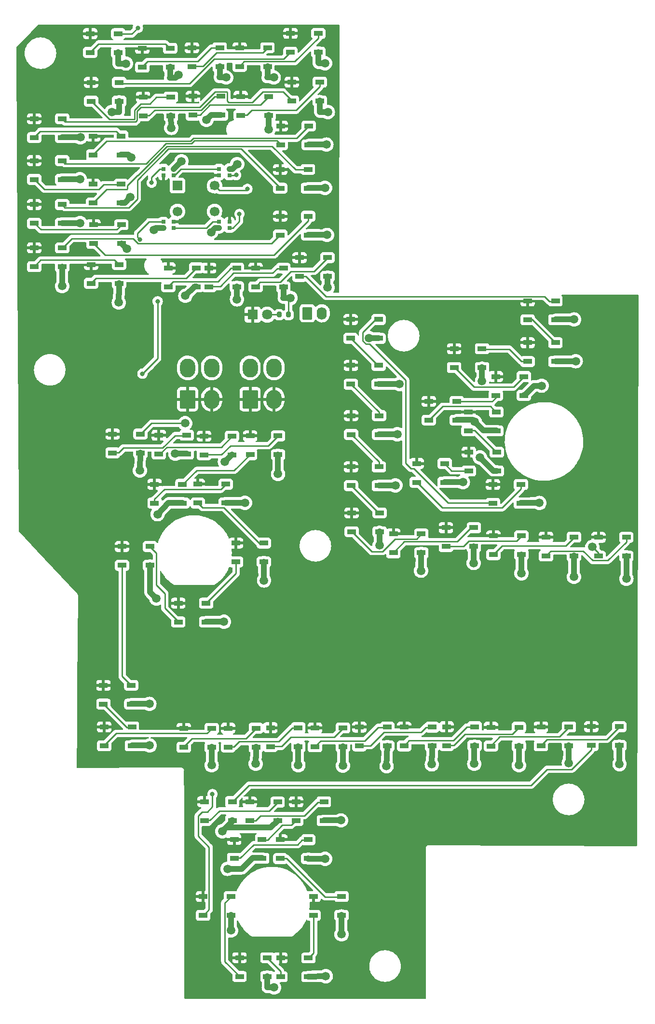
<source format=gbr>
%TF.GenerationSoftware,KiCad,Pcbnew,(6.0.9)*%
%TF.CreationDate,2022-12-27T00:48:20-09:00*%
%TF.ProjectId,PCB_ ECM DISP PANEL,5043422c-2045-4434-9d20-444953502050,rev?*%
%TF.SameCoordinates,Original*%
%TF.FileFunction,Copper,L1,Top*%
%TF.FilePolarity,Positive*%
%FSLAX46Y46*%
G04 Gerber Fmt 4.6, Leading zero omitted, Abs format (unit mm)*
G04 Created by KiCad (PCBNEW (6.0.9)) date 2022-12-27 00:48:20*
%MOMM*%
%LPD*%
G01*
G04 APERTURE LIST*
G04 Aperture macros list*
%AMRoundRect*
0 Rectangle with rounded corners*
0 $1 Rounding radius*
0 $2 $3 $4 $5 $6 $7 $8 $9 X,Y pos of 4 corners*
0 Add a 4 corners polygon primitive as box body*
4,1,4,$2,$3,$4,$5,$6,$7,$8,$9,$2,$3,0*
0 Add four circle primitives for the rounded corners*
1,1,$1+$1,$2,$3*
1,1,$1+$1,$4,$5*
1,1,$1+$1,$6,$7*
1,1,$1+$1,$8,$9*
0 Add four rect primitives between the rounded corners*
20,1,$1+$1,$2,$3,$4,$5,0*
20,1,$1+$1,$4,$5,$6,$7,0*
20,1,$1+$1,$6,$7,$8,$9,0*
20,1,$1+$1,$8,$9,$2,$3,0*%
G04 Aperture macros list end*
%TA.AperFunction,SMDPad,CuDef*%
%ADD10R,1.500000X0.900000*%
%TD*%
%TA.AperFunction,SMDPad,CuDef*%
%ADD11R,0.700000X0.700000*%
%TD*%
%TA.AperFunction,SMDPad,CuDef*%
%ADD12RoundRect,0.200000X-0.200000X-0.275000X0.200000X-0.275000X0.200000X0.275000X-0.200000X0.275000X0*%
%TD*%
%TA.AperFunction,ComponentPad*%
%ADD13R,1.700000X1.700000*%
%TD*%
%TA.AperFunction,ComponentPad*%
%ADD14C,1.700000*%
%TD*%
%TA.AperFunction,ComponentPad*%
%ADD15RoundRect,0.250001X-1.099999X-1.399999X1.099999X-1.399999X1.099999X1.399999X-1.099999X1.399999X0*%
%TD*%
%TA.AperFunction,ComponentPad*%
%ADD16O,2.700000X3.300000*%
%TD*%
%TA.AperFunction,ComponentPad*%
%ADD17R,1.800000X1.800000*%
%TD*%
%TA.AperFunction,ComponentPad*%
%ADD18C,1.800000*%
%TD*%
%TA.AperFunction,ComponentPad*%
%ADD19RoundRect,0.250000X-0.620000X-0.845000X0.620000X-0.845000X0.620000X0.845000X-0.620000X0.845000X0*%
%TD*%
%TA.AperFunction,ComponentPad*%
%ADD20O,1.740000X2.190000*%
%TD*%
%TA.AperFunction,ViaPad*%
%ADD21C,1.500000*%
%TD*%
%TA.AperFunction,ViaPad*%
%ADD22C,0.800000*%
%TD*%
%TA.AperFunction,Conductor*%
%ADD23C,1.000000*%
%TD*%
%TA.AperFunction,Conductor*%
%ADD24C,0.250000*%
%TD*%
G04 APERTURE END LIST*
D10*
%TO.P,D2,1*%
%TO.N,/LED+5V*%
X58103600Y-10821400D03*
%TO.P,D2,2*%
%TO.N,Net-(D2-Pad2)*%
X58103600Y-14121400D03*
%TO.P,D2,3*%
%TO.N,/LEDGND*%
X63003600Y-14121400D03*
%TO.P,D2,4*%
%TO.N,/DATAIN*%
X63003600Y-10821400D03*
%TD*%
%TO.P,D3,1*%
%TO.N,/LED+5V*%
X67210600Y-13387000D03*
%TO.P,D3,2*%
%TO.N,Net-(D3-Pad2)*%
X67210600Y-16687000D03*
%TO.P,D3,3*%
%TO.N,/LEDGND*%
X72110600Y-16687000D03*
%TO.P,D3,4*%
%TO.N,Net-(D2-Pad2)*%
X72110600Y-13387000D03*
%TD*%
%TO.P,D4,1*%
%TO.N,/LED+5V*%
X75922800Y-13285400D03*
%TO.P,D4,2*%
%TO.N,Net-(D4-Pad2)*%
X75922800Y-16585400D03*
%TO.P,D4,3*%
%TO.N,/LEDGND*%
X80822800Y-16585400D03*
%TO.P,D4,4*%
%TO.N,Net-(D3-Pad2)*%
X80822800Y-13285400D03*
%TD*%
%TO.P,D5,1*%
%TO.N,/LED+5V*%
X84304800Y-13285400D03*
%TO.P,D5,2*%
%TO.N,Net-(D5-Pad2)*%
X84304800Y-16585400D03*
%TO.P,D5,3*%
%TO.N,/LEDGND*%
X89204800Y-16585400D03*
%TO.P,D5,4*%
%TO.N,Net-(D4-Pad2)*%
X89204800Y-13285400D03*
%TD*%
%TO.P,D6,1*%
%TO.N,/LED+5V*%
X93245600Y-10770800D03*
%TO.P,D6,2*%
%TO.N,Net-(D6-Pad2)*%
X93245600Y-14070800D03*
%TO.P,D6,3*%
%TO.N,/LEDGND*%
X98145600Y-14070800D03*
%TO.P,D6,4*%
%TO.N,Net-(D5-Pad2)*%
X98145600Y-10770800D03*
%TD*%
%TO.P,D7,1*%
%TO.N,/LED+5V*%
X58267600Y-19355600D03*
%TO.P,D7,2*%
%TO.N,Net-(D7-Pad2)*%
X58267600Y-22655600D03*
%TO.P,D7,3*%
%TO.N,/LEDGND*%
X63167600Y-22655600D03*
%TO.P,D7,4*%
%TO.N,Net-(D6-Pad2)*%
X63167600Y-19355600D03*
%TD*%
%TO.P,D8,1*%
%TO.N,/LED+5V*%
X67363000Y-21921400D03*
%TO.P,D8,2*%
%TO.N,Net-(D8-Pad2)*%
X67363000Y-25221400D03*
%TO.P,D8,3*%
%TO.N,/LEDGND*%
X72263000Y-25221400D03*
%TO.P,D8,4*%
%TO.N,Net-(D7-Pad2)*%
X72263000Y-21921400D03*
%TD*%
%TO.P,D9,1*%
%TO.N,/LED+5V*%
X76126000Y-21794000D03*
%TO.P,D9,2*%
%TO.N,Net-(D10-Pad4)*%
X76126000Y-25094000D03*
%TO.P,D9,3*%
%TO.N,/LEDGND*%
X81026000Y-25094000D03*
%TO.P,D9,4*%
%TO.N,Net-(D8-Pad2)*%
X81026000Y-21794000D03*
%TD*%
%TO.P,D10,1*%
%TO.N,/LED+5V*%
X84505800Y-21819400D03*
%TO.P,D10,2*%
%TO.N,Net-(D10-Pad2)*%
X84505800Y-25119400D03*
%TO.P,D10,3*%
%TO.N,/LEDGND*%
X89405800Y-25119400D03*
%TO.P,D10,4*%
%TO.N,Net-(D10-Pad4)*%
X89405800Y-21819400D03*
%TD*%
%TO.P,D11,1*%
%TO.N,/LED+5V*%
X93474200Y-19304800D03*
%TO.P,D11,2*%
%TO.N,Net-(D11-Pad2)*%
X93474200Y-22604800D03*
%TO.P,D11,3*%
%TO.N,/LEDGND*%
X98374200Y-22604800D03*
%TO.P,D11,4*%
%TO.N,Net-(D10-Pad2)*%
X98374200Y-19304800D03*
%TD*%
%TO.P,D12,1*%
%TO.N,/LED+5V*%
X48262200Y-25731000D03*
%TO.P,D12,2*%
%TO.N,Net-(D12-Pad2)*%
X48262200Y-29031000D03*
%TO.P,D12,3*%
%TO.N,/LEDGND*%
X53162200Y-29031000D03*
%TO.P,D12,4*%
%TO.N,Net-(D11-Pad2)*%
X53162200Y-25731000D03*
%TD*%
%TO.P,D13,1*%
%TO.N,/LED+5V*%
X58625400Y-28753600D03*
%TO.P,D13,2*%
%TO.N,Net-(D13-Pad2)*%
X58625400Y-32053600D03*
%TO.P,D13,3*%
%TO.N,/LEDGND*%
X63525400Y-32053600D03*
%TO.P,D13,4*%
%TO.N,Net-(D12-Pad2)*%
X63525400Y-28753600D03*
%TD*%
%TO.P,D14,1*%
%TO.N,/LED+5V*%
X91543800Y-27001400D03*
%TO.P,D14,2*%
%TO.N,Net-(D14-Pad2)*%
X91543800Y-30301400D03*
%TO.P,D14,3*%
%TO.N,/LEDGND*%
X96443800Y-30301400D03*
%TO.P,D14,4*%
%TO.N,Net-(D13-Pad2)*%
X96443800Y-27001400D03*
%TD*%
%TO.P,D15,1*%
%TO.N,/LED+5V*%
X48262200Y-33071600D03*
%TO.P,D15,2*%
%TO.N,Net-(D15-Pad2)*%
X48262200Y-36371600D03*
%TO.P,D15,3*%
%TO.N,/LEDGND*%
X53162200Y-36371600D03*
%TO.P,D15,4*%
%TO.N,Net-(D14-Pad2)*%
X53162200Y-33071600D03*
%TD*%
%TO.P,D16,1*%
%TO.N,/LED+5V*%
X58600000Y-37211800D03*
%TO.P,D16,2*%
%TO.N,Net-(D16-Pad2)*%
X58600000Y-40511800D03*
%TO.P,D16,3*%
%TO.N,/LEDGND*%
X63500000Y-40511800D03*
%TO.P,D16,4*%
%TO.N,Net-(D15-Pad2)*%
X63500000Y-37211800D03*
%TD*%
%TO.P,D17,1*%
%TO.N,/LED+5V*%
X91416800Y-34621000D03*
%TO.P,D17,2*%
%TO.N,Net-(D17-Pad2)*%
X91416800Y-37921000D03*
%TO.P,D17,3*%
%TO.N,/LEDGND*%
X96316800Y-37921000D03*
%TO.P,D17,4*%
%TO.N,Net-(D16-Pad2)*%
X96316800Y-34621000D03*
%TD*%
%TO.P,D18,1*%
%TO.N,/LED+5V*%
X48262200Y-40767800D03*
%TO.P,D18,2*%
%TO.N,Net-(D18-Pad2)*%
X48262200Y-44067800D03*
%TO.P,D18,3*%
%TO.N,/LEDGND*%
X53162200Y-44067800D03*
%TO.P,D18,4*%
%TO.N,Net-(D17-Pad2)*%
X53162200Y-40767800D03*
%TD*%
%TO.P,D19,1*%
%TO.N,/LED+5V*%
X58648600Y-44298400D03*
%TO.P,D19,2*%
%TO.N,Net-(D19-Pad2)*%
X58648600Y-47598400D03*
%TO.P,D19,3*%
%TO.N,/LEDGND*%
X63548600Y-47598400D03*
%TO.P,D19,4*%
%TO.N,Net-(D18-Pad2)*%
X63548600Y-44298400D03*
%TD*%
%TO.P,D20,1*%
%TO.N,/LED+5V*%
X91442200Y-42825200D03*
%TO.P,D20,2*%
%TO.N,Net-(D20-Pad2)*%
X91442200Y-46125200D03*
%TO.P,D20,3*%
%TO.N,/LEDGND*%
X96342200Y-46125200D03*
%TO.P,D20,4*%
%TO.N,Net-(D19-Pad2)*%
X96342200Y-42825200D03*
%TD*%
%TO.P,D21,1*%
%TO.N,/LED+5V*%
X48262200Y-48362400D03*
%TO.P,D21,2*%
%TO.N,Net-(D21-Pad2)*%
X48262200Y-51662400D03*
%TO.P,D21,3*%
%TO.N,/LEDGND*%
X53162200Y-51662400D03*
%TO.P,D21,4*%
%TO.N,Net-(D20-Pad2)*%
X53162200Y-48362400D03*
%TD*%
%TO.P,D22,1*%
%TO.N,/LED+5V*%
X58244400Y-51283800D03*
%TO.P,D22,2*%
%TO.N,Net-(D22-Pad2)*%
X58244400Y-54583800D03*
%TO.P,D22,3*%
%TO.N,/LEDGND*%
X63144400Y-54583800D03*
%TO.P,D22,4*%
%TO.N,Net-(D21-Pad2)*%
X63144400Y-51283800D03*
%TD*%
%TO.P,D23,1*%
%TO.N,/LED+5V*%
X71808000Y-51867800D03*
%TO.P,D23,2*%
%TO.N,Net-(D23-Pad2)*%
X71808000Y-55167800D03*
%TO.P,D23,3*%
%TO.N,/LEDGND*%
X76708000Y-55167800D03*
%TO.P,D23,4*%
%TO.N,Net-(D22-Pad2)*%
X76708000Y-51867800D03*
%TD*%
%TO.P,D24,1*%
%TO.N,/LED+5V*%
X78945400Y-51893000D03*
%TO.P,D24,2*%
%TO.N,Net-(D24-Pad2)*%
X78945400Y-55193000D03*
%TO.P,D24,3*%
%TO.N,/LEDGND*%
X83845400Y-55193000D03*
%TO.P,D24,4*%
%TO.N,Net-(D23-Pad2)*%
X83845400Y-51893000D03*
%TD*%
%TO.P,D25,1*%
%TO.N,/LED+5V*%
X87098800Y-51918400D03*
%TO.P,D25,2*%
%TO.N,Net-(D25-Pad2)*%
X87098800Y-55218400D03*
%TO.P,D25,3*%
%TO.N,/LEDGND*%
X91998800Y-55218400D03*
%TO.P,D25,4*%
%TO.N,Net-(D24-Pad2)*%
X91998800Y-51918400D03*
%TD*%
%TO.P,D26,1*%
%TO.N,/LED+5V*%
X94845800Y-50064200D03*
%TO.P,D26,2*%
%TO.N,Net-(D26-Pad2)*%
X94845800Y-53364200D03*
%TO.P,D26,3*%
%TO.N,/LEDGND*%
X99745800Y-53364200D03*
%TO.P,D26,4*%
%TO.N,Net-(D25-Pad2)*%
X99745800Y-50064200D03*
%TD*%
%TO.P,D27,1*%
%TO.N,/LED+5V*%
X134851000Y-57659200D03*
%TO.P,D27,2*%
%TO.N,Net-(D27-Pad2)*%
X134851000Y-60959200D03*
%TO.P,D27,3*%
%TO.N,/LEDGND*%
X139751000Y-60959200D03*
%TO.P,D27,4*%
%TO.N,Net-(D26-Pad2)*%
X139751000Y-57659200D03*
%TD*%
%TO.P,D28,1*%
%TO.N,/LED+5V*%
X134851000Y-64974000D03*
%TO.P,D28,2*%
%TO.N,Net-(D28-Pad2)*%
X134851000Y-68274000D03*
%TO.P,D28,3*%
%TO.N,/LEDGND*%
X139751000Y-68274000D03*
%TO.P,D28,4*%
%TO.N,Net-(D27-Pad2)*%
X139751000Y-64974000D03*
%TD*%
%TO.P,D29,1*%
%TO.N,/LED+5V*%
X121973000Y-66041200D03*
%TO.P,D29,2*%
%TO.N,Net-(D29-Pad2)*%
X121973000Y-69341200D03*
%TO.P,D29,3*%
%TO.N,/LEDGND*%
X126873000Y-69341200D03*
%TO.P,D29,4*%
%TO.N,Net-(D28-Pad2)*%
X126873000Y-66041200D03*
%TD*%
%TO.P,D30,1*%
%TO.N,/LED+5V*%
X129286000Y-70917600D03*
%TO.P,D30,2*%
%TO.N,Net-(D30-Pad2)*%
X129286000Y-74217600D03*
%TO.P,D30,3*%
%TO.N,/LEDGND*%
X134186000Y-74217600D03*
%TO.P,D30,4*%
%TO.N,Net-(D29-Pad2)*%
X134186000Y-70917600D03*
%TD*%
%TO.P,D31,1*%
%TO.N,/LED+5V*%
X117503000Y-75261400D03*
%TO.P,D31,2*%
%TO.N,Net-(D31-Pad2)*%
X117503000Y-78561400D03*
%TO.P,D31,3*%
%TO.N,/LEDGND*%
X122403000Y-78561400D03*
%TO.P,D31,4*%
%TO.N,Net-(D30-Pad2)*%
X122403000Y-75261400D03*
%TD*%
%TO.P,D32,1*%
%TO.N,/LED+5V*%
X124485000Y-77140600D03*
%TO.P,D32,2*%
%TO.N,Net-(D32-Pad2)*%
X124485000Y-80440600D03*
%TO.P,D32,3*%
%TO.N,/LEDGND*%
X129385000Y-80440600D03*
%TO.P,D32,4*%
%TO.N,Net-(D31-Pad2)*%
X129385000Y-77140600D03*
%TD*%
%TO.P,D33,1*%
%TO.N,/LED+5V*%
X124538000Y-84176800D03*
%TO.P,D33,2*%
%TO.N,Net-(D33-Pad2)*%
X124538000Y-87476800D03*
%TO.P,D33,3*%
%TO.N,/LEDGND*%
X129438000Y-87476800D03*
%TO.P,D33,4*%
%TO.N,Net-(D32-Pad2)*%
X129438000Y-84176800D03*
%TD*%
%TO.P,D34,1*%
%TO.N,/LED+5V*%
X115420000Y-86158000D03*
%TO.P,D34,2*%
%TO.N,Net-(D34-Pad2)*%
X115420000Y-89458000D03*
%TO.P,D34,3*%
%TO.N,/LEDGND*%
X120320000Y-89458000D03*
%TO.P,D34,4*%
%TO.N,Net-(D33-Pad2)*%
X120320000Y-86158000D03*
%TD*%
%TO.P,D35,1*%
%TO.N,/LED+5V*%
X128792000Y-89840800D03*
%TO.P,D35,2*%
%TO.N,Net-(D35-Pad2)*%
X128792000Y-93140800D03*
%TO.P,D35,3*%
%TO.N,/LEDGND*%
X133692000Y-93140800D03*
%TO.P,D35,4*%
%TO.N,Net-(D34-Pad2)*%
X133692000Y-89840800D03*
%TD*%
%TO.P,D36,1*%
%TO.N,/LED+5V*%
X103787000Y-60910400D03*
%TO.P,D36,2*%
%TO.N,Net-(D36-Pad2)*%
X103787000Y-64210400D03*
%TO.P,D36,3*%
%TO.N,/LEDGND*%
X108687000Y-64210400D03*
%TO.P,D36,4*%
%TO.N,Net-(D35-Pad2)*%
X108687000Y-60910400D03*
%TD*%
%TO.P,D37,1*%
%TO.N,/LED+5V*%
X103835000Y-68961800D03*
%TO.P,D37,2*%
%TO.N,Net-(D37-Pad2)*%
X103835000Y-72261800D03*
%TO.P,D37,3*%
%TO.N,/LEDGND*%
X108735000Y-72261800D03*
%TO.P,D37,4*%
%TO.N,Net-(D36-Pad2)*%
X108735000Y-68961800D03*
%TD*%
%TO.P,D38,1*%
%TO.N,/LED+5V*%
X103888000Y-77776000D03*
%TO.P,D38,2*%
%TO.N,Net-(D38-Pad2)*%
X103888000Y-81076000D03*
%TO.P,D38,3*%
%TO.N,/LEDGND*%
X108788000Y-81076000D03*
%TO.P,D38,4*%
%TO.N,Net-(D37-Pad2)*%
X108788000Y-77776000D03*
%TD*%
%TO.P,D39,1*%
%TO.N,/LED+5V*%
X103861000Y-86742200D03*
%TO.P,D39,2*%
%TO.N,Net-(D39-Pad2)*%
X103861000Y-90042200D03*
%TO.P,D39,3*%
%TO.N,/LEDGND*%
X108761000Y-90042200D03*
%TO.P,D39,4*%
%TO.N,Net-(D38-Pad2)*%
X108761000Y-86742200D03*
%TD*%
%TO.P,D40,1*%
%TO.N,/LED+5V*%
X103976000Y-94819200D03*
%TO.P,D40,2*%
%TO.N,Net-(D40-Pad2)*%
X103976000Y-98119200D03*
%TO.P,D40,3*%
%TO.N,/LEDGND*%
X108876000Y-98119200D03*
%TO.P,D40,4*%
%TO.N,Net-(D39-Pad2)*%
X108876000Y-94819200D03*
%TD*%
%TO.P,D41,1*%
%TO.N,/LED+5V*%
X111305000Y-98502000D03*
%TO.P,D41,2*%
%TO.N,Net-(D41-Pad2)*%
X111305000Y-101802000D03*
%TO.P,D41,3*%
%TO.N,/LEDGND*%
X116205000Y-101802000D03*
%TO.P,D41,4*%
%TO.N,Net-(D40-Pad2)*%
X116205000Y-98502000D03*
%TD*%
%TO.P,D42,1*%
%TO.N,/LED+5V*%
X120525000Y-97410200D03*
%TO.P,D42,2*%
%TO.N,Net-(D42-Pad2)*%
X120525000Y-100710200D03*
%TO.P,D42,3*%
%TO.N,/LEDGND*%
X125425000Y-100710200D03*
%TO.P,D42,4*%
%TO.N,Net-(D41-Pad2)*%
X125425000Y-97410200D03*
%TD*%
%TO.P,D43,1*%
%TO.N,/LED+5V*%
X128882000Y-98832000D03*
%TO.P,D43,2*%
%TO.N,Net-(D43-Pad2)*%
X128882000Y-102132000D03*
%TO.P,D43,3*%
%TO.N,/LEDGND*%
X133782000Y-102132000D03*
%TO.P,D43,4*%
%TO.N,Net-(D42-Pad2)*%
X133782000Y-98832000D03*
%TD*%
%TO.P,D44,1*%
%TO.N,/LED+5V*%
X138102000Y-99061000D03*
%TO.P,D44,2*%
%TO.N,Net-(D44-Pad2)*%
X138102000Y-102361000D03*
%TO.P,D44,3*%
%TO.N,/LEDGND*%
X143002000Y-102361000D03*
%TO.P,D44,4*%
%TO.N,Net-(D43-Pad2)*%
X143002000Y-99061000D03*
%TD*%
%TO.P,D45,1*%
%TO.N,/LED+5V*%
X147297000Y-99087000D03*
%TO.P,D45,2*%
%TO.N,Net-(D45-Pad2)*%
X147297000Y-102387000D03*
%TO.P,D45,3*%
%TO.N,/LEDGND*%
X152197000Y-102387000D03*
%TO.P,D45,4*%
%TO.N,Net-(D44-Pad2)*%
X152197000Y-99087000D03*
%TD*%
%TO.P,D46,1*%
%TO.N,/LED+5V*%
X62015200Y-81001600D03*
%TO.P,D46,2*%
%TO.N,Net-(D46-Pad2)*%
X62015200Y-84301600D03*
%TO.P,D46,3*%
%TO.N,/LEDGND*%
X66915200Y-84301600D03*
%TO.P,D46,4*%
%TO.N,Net-(D45-Pad2)*%
X66915200Y-81001600D03*
%TD*%
%TO.P,D47,1*%
%TO.N,/LED+5V*%
X70131600Y-81204600D03*
%TO.P,D47,2*%
%TO.N,Net-(D47-Pad2)*%
X70131600Y-84504600D03*
%TO.P,D47,3*%
%TO.N,/LEDGND*%
X75031600Y-84504600D03*
%TO.P,D47,4*%
%TO.N,Net-(D46-Pad2)*%
X75031600Y-81204600D03*
%TD*%
%TO.P,D48,1*%
%TO.N,/LED+5V*%
X78081800Y-81357400D03*
%TO.P,D48,2*%
%TO.N,Net-(D48-Pad2)*%
X78081800Y-84657400D03*
%TO.P,D48,3*%
%TO.N,/LEDGND*%
X82981800Y-84657400D03*
%TO.P,D48,4*%
%TO.N,Net-(D47-Pad2)*%
X82981800Y-81357400D03*
%TD*%
%TO.P,D49,1*%
%TO.N,/LED+5V*%
X86159000Y-81306200D03*
%TO.P,D49,2*%
%TO.N,Net-(D49-Pad2)*%
X86159000Y-84606200D03*
%TO.P,D49,3*%
%TO.N,/LEDGND*%
X91059000Y-84606200D03*
%TO.P,D49,4*%
%TO.N,Net-(D48-Pad2)*%
X91059000Y-81306200D03*
%TD*%
%TO.P,D50,1*%
%TO.N,/LED+5V*%
X69381200Y-89815400D03*
%TO.P,D50,2*%
%TO.N,Net-(D50-Pad2)*%
X69381200Y-93115400D03*
%TO.P,D50,3*%
%TO.N,/LEDGND*%
X74281200Y-93115400D03*
%TO.P,D50,4*%
%TO.N,Net-(D49-Pad2)*%
X74281200Y-89815400D03*
%TD*%
%TO.P,D51,1*%
%TO.N,/LED+5V*%
X76964200Y-89790200D03*
%TO.P,D51,2*%
%TO.N,Net-(D51-Pad2)*%
X76964200Y-93090200D03*
%TO.P,D51,3*%
%TO.N,/LEDGND*%
X81864200Y-93090200D03*
%TO.P,D51,4*%
%TO.N,Net-(D50-Pad2)*%
X81864200Y-89790200D03*
%TD*%
%TO.P,D52,1*%
%TO.N,/LED+5V*%
X83681400Y-100102000D03*
%TO.P,D52,2*%
%TO.N,Net-(D52-Pad2)*%
X83681400Y-103402000D03*
%TO.P,D52,3*%
%TO.N,/LEDGND*%
X88581400Y-103402000D03*
%TO.P,D52,4*%
%TO.N,Net-(D51-Pad2)*%
X88581400Y-100102000D03*
%TD*%
%TO.P,D53,1*%
%TO.N,/LED+5V*%
X73535200Y-110644000D03*
%TO.P,D53,2*%
%TO.N,Net-(D53-Pad2)*%
X73535200Y-113944000D03*
%TO.P,D53,3*%
%TO.N,/LEDGND*%
X78435200Y-113944000D03*
%TO.P,D53,4*%
%TO.N,Net-(D52-Pad2)*%
X78435200Y-110644000D03*
%TD*%
%TO.P,D54,1*%
%TO.N,/LED+5V*%
X63680000Y-100712000D03*
%TO.P,D54,2*%
%TO.N,Net-(D54-Pad2)*%
X63680000Y-104012000D03*
%TO.P,D54,3*%
%TO.N,/LEDGND*%
X68580000Y-104012000D03*
%TO.P,D54,4*%
%TO.N,Net-(D53-Pad2)*%
X68580000Y-100712000D03*
%TD*%
%TO.P,D55,1*%
%TO.N,/LED+5V*%
X60403400Y-125045000D03*
%TO.P,D55,2*%
%TO.N,Net-(D55-Pad2)*%
X60403400Y-128345000D03*
%TO.P,D55,3*%
%TO.N,/LEDGND*%
X65303400Y-128345000D03*
%TO.P,D55,4*%
%TO.N,Net-(D54-Pad2)*%
X65303400Y-125045000D03*
%TD*%
%TO.P,D56,1*%
%TO.N,/LED+5V*%
X60516600Y-132335000D03*
%TO.P,D56,2*%
%TO.N,Net-(D56-Pad2)*%
X60516600Y-135635000D03*
%TO.P,D56,3*%
%TO.N,/LEDGND*%
X65416600Y-135635000D03*
%TO.P,D56,4*%
%TO.N,Net-(D55-Pad2)*%
X65416600Y-132335000D03*
%TD*%
%TO.P,D57,1*%
%TO.N,/LED+5V*%
X74525800Y-132589000D03*
%TO.P,D57,2*%
%TO.N,Net-(D57-Pad2)*%
X74525800Y-135889000D03*
%TO.P,D57,3*%
%TO.N,/LEDGND*%
X79425800Y-135889000D03*
%TO.P,D57,4*%
%TO.N,Net-(D56-Pad2)*%
X79425800Y-132589000D03*
%TD*%
%TO.P,D58,1*%
%TO.N,/LED+5V*%
X82272800Y-132564000D03*
%TO.P,D58,2*%
%TO.N,Net-(D58-Pad2)*%
X82272800Y-135864000D03*
%TO.P,D58,3*%
%TO.N,/LEDGND*%
X87172800Y-135864000D03*
%TO.P,D58,4*%
%TO.N,Net-(D57-Pad2)*%
X87172800Y-132564000D03*
%TD*%
%TO.P,D59,1*%
%TO.N,/LED+5V*%
X89715000Y-132487000D03*
%TO.P,D59,2*%
%TO.N,Net-(D59-Pad2)*%
X89715000Y-135787000D03*
%TO.P,D59,3*%
%TO.N,/LEDGND*%
X94615000Y-135787000D03*
%TO.P,D59,4*%
%TO.N,Net-(D58-Pad2)*%
X94615000Y-132487000D03*
%TD*%
%TO.P,D60,1*%
%TO.N,/LED+5V*%
X97538200Y-132513000D03*
%TO.P,D60,2*%
%TO.N,Net-(D60-Pad2)*%
X97538200Y-135813000D03*
%TO.P,D60,3*%
%TO.N,/LEDGND*%
X102438200Y-135813000D03*
%TO.P,D60,4*%
%TO.N,Net-(D59-Pad2)*%
X102438200Y-132513000D03*
%TD*%
%TO.P,D61,1*%
%TO.N,/LED+5V*%
X105336000Y-132360000D03*
%TO.P,D61,2*%
%TO.N,Net-(D61-Pad2)*%
X105336000Y-135660000D03*
%TO.P,D61,3*%
%TO.N,/LEDGND*%
X110236000Y-135660000D03*
%TO.P,D61,4*%
%TO.N,Net-(D60-Pad2)*%
X110236000Y-132360000D03*
%TD*%
%TO.P,D62,1*%
%TO.N,/LED+5V*%
X113185000Y-132360000D03*
%TO.P,D62,2*%
%TO.N,Net-(D62-Pad2)*%
X113185000Y-135660000D03*
%TO.P,D62,3*%
%TO.N,/LEDGND*%
X118085000Y-135660000D03*
%TO.P,D62,4*%
%TO.N,Net-(D61-Pad2)*%
X118085000Y-132360000D03*
%TD*%
%TO.P,D63,1*%
%TO.N,/LED+5V*%
X120652000Y-132309000D03*
%TO.P,D63,2*%
%TO.N,Net-(D63-Pad2)*%
X120652000Y-135609000D03*
%TO.P,D63,3*%
%TO.N,/LEDGND*%
X125552000Y-135609000D03*
%TO.P,D63,4*%
%TO.N,Net-(D62-Pad2)*%
X125552000Y-132309000D03*
%TD*%
%TO.P,D64,1*%
%TO.N,/LED+5V*%
X128425000Y-132386000D03*
%TO.P,D64,2*%
%TO.N,Net-(D64-Pad2)*%
X128425000Y-135686000D03*
%TO.P,D64,3*%
%TO.N,/LEDGND*%
X133325000Y-135686000D03*
%TO.P,D64,4*%
%TO.N,Net-(D63-Pad2)*%
X133325000Y-132386000D03*
%TD*%
%TO.P,D65,1*%
%TO.N,/LED+5V*%
X137211000Y-132335000D03*
%TO.P,D65,2*%
%TO.N,Net-(D65-Pad2)*%
X137211000Y-135635000D03*
%TO.P,D65,3*%
%TO.N,/LEDGND*%
X142111000Y-135635000D03*
%TO.P,D65,4*%
%TO.N,Net-(D64-Pad2)*%
X142111000Y-132335000D03*
%TD*%
%TO.P,D66,1*%
%TO.N,/LED+5V*%
X146052000Y-132284000D03*
%TO.P,D66,2*%
%TO.N,Net-(D66-Pad2)*%
X146052000Y-135584000D03*
%TO.P,D66,3*%
%TO.N,/LEDGND*%
X150952000Y-135584000D03*
%TO.P,D66,4*%
%TO.N,Net-(D65-Pad2)*%
X150952000Y-132284000D03*
%TD*%
%TO.P,D67,1*%
%TO.N,/LED+5V*%
X78118800Y-145441000D03*
%TO.P,D67,2*%
%TO.N,Net-(D67-Pad2)*%
X78118800Y-148741000D03*
%TO.P,D67,3*%
%TO.N,/LEDGND*%
X83018800Y-148741000D03*
%TO.P,D67,4*%
%TO.N,Net-(D66-Pad2)*%
X83018800Y-145441000D03*
%TD*%
%TO.P,D68,1*%
%TO.N,/LED+5V*%
X86082800Y-145492000D03*
%TO.P,D68,2*%
%TO.N,Net-(D68-Pad2)*%
X86082800Y-148792000D03*
%TO.P,D68,3*%
%TO.N,/LEDGND*%
X90982800Y-148792000D03*
%TO.P,D68,4*%
%TO.N,Net-(D67-Pad2)*%
X90982800Y-145492000D03*
%TD*%
%TO.P,D69,1*%
%TO.N,/LED+5V*%
X94210800Y-145467000D03*
%TO.P,D69,2*%
%TO.N,Net-(D69-Pad2)*%
X94210800Y-148767000D03*
%TO.P,D69,3*%
%TO.N,/LEDGND*%
X99110800Y-148767000D03*
%TO.P,D69,4*%
%TO.N,Net-(D68-Pad2)*%
X99110800Y-145467000D03*
%TD*%
%TO.P,D70,1*%
%TO.N,/LED+5V*%
X83365000Y-152071000D03*
%TO.P,D70,2*%
%TO.N,Net-(D70-Pad2)*%
X83365000Y-155371000D03*
%TO.P,D70,3*%
%TO.N,/LEDGND*%
X88265000Y-155371000D03*
%TO.P,D70,4*%
%TO.N,Net-(D69-Pad2)*%
X88265000Y-152071000D03*
%TD*%
%TO.P,D71,1*%
%TO.N,/LED+5V*%
X91467600Y-152096000D03*
%TO.P,D71,2*%
%TO.N,Net-(D71-Pad2)*%
X91467600Y-155396000D03*
%TO.P,D71,3*%
%TO.N,/LEDGND*%
X96367600Y-155396000D03*
%TO.P,D71,4*%
%TO.N,Net-(D70-Pad2)*%
X96367600Y-152096000D03*
%TD*%
%TO.P,D72,1*%
%TO.N,/LED+5V*%
X97295800Y-162053000D03*
%TO.P,D72,2*%
%TO.N,Net-(D72-Pad2)*%
X97295800Y-165353000D03*
%TO.P,D72,3*%
%TO.N,/LEDGND*%
X102195800Y-165353000D03*
%TO.P,D72,4*%
%TO.N,Net-(D71-Pad2)*%
X102195800Y-162053000D03*
%TD*%
%TO.P,D73,1*%
%TO.N,/LED+5V*%
X91490800Y-172822000D03*
%TO.P,D73,2*%
%TO.N,Net-(D73-Pad2)*%
X91490800Y-176122000D03*
%TO.P,D73,3*%
%TO.N,/LEDGND*%
X96390800Y-176122000D03*
%TO.P,D73,4*%
%TO.N,Net-(D72-Pad2)*%
X96390800Y-172822000D03*
%TD*%
%TO.P,D74,1*%
%TO.N,/LED+5V*%
X84291000Y-172797000D03*
%TO.P,D74,2*%
%TO.N,Net-(D74-Pad2)*%
X84291000Y-176097000D03*
%TO.P,D74,3*%
%TO.N,/LEDGND*%
X89191000Y-176097000D03*
%TO.P,D74,4*%
%TO.N,Net-(D73-Pad2)*%
X89191000Y-172797000D03*
%TD*%
%TO.P,D75,1*%
%TO.N,/LED+5V*%
X77876400Y-162053000D03*
%TO.P,D75,2*%
%TO.N,Net-(D75-Pad2)*%
X77876400Y-165353000D03*
%TO.P,D75,3*%
%TO.N,/LEDGND*%
X82776400Y-165353000D03*
%TO.P,D75,4*%
%TO.N,Net-(D74-Pad2)*%
X82776400Y-162053000D03*
%TD*%
D11*
%TO.P,D76,1*%
%TO.N,Net-(D76-Pad1)*%
X72744572Y-35610522D03*
%TO.P,D76,2*%
%TO.N,/LEDGND*%
X72744572Y-34510522D03*
%TO.P,D76,3*%
%TO.N,Net-(D75-Pad2)*%
X70914572Y-34510522D03*
%TO.P,D76,4*%
%TO.N,/LED+5V*%
X70914572Y-35610522D03*
%TD*%
%TO.P,D77,1*%
%TO.N,Net-(D77-Pad1)*%
X82523572Y-35610522D03*
%TO.P,D77,2*%
%TO.N,/LEDGND*%
X82523572Y-34510522D03*
%TO.P,D77,3*%
%TO.N,Net-(D76-Pad1)*%
X80693572Y-34510522D03*
%TO.P,D77,4*%
%TO.N,/LED+5V*%
X80693572Y-35610522D03*
%TD*%
%TO.P,D78,1*%
%TO.N,Net-(D78-Pad1)*%
X80693572Y-43781522D03*
%TO.P,D78,2*%
%TO.N,/LEDGND*%
X80693572Y-44881522D03*
%TO.P,D78,3*%
%TO.N,Net-(D77-Pad1)*%
X82523572Y-44881522D03*
%TO.P,D78,4*%
%TO.N,/LED+5V*%
X82523572Y-43781522D03*
%TD*%
%TO.P,D79,1*%
%TO.N,/DATAOUT*%
X70914572Y-43781522D03*
%TO.P,D79,2*%
%TO.N,/LEDGND*%
X70914572Y-44881522D03*
%TO.P,D79,3*%
%TO.N,Net-(D78-Pad1)*%
X72744572Y-44881522D03*
%TO.P,D79,4*%
%TO.N,/LED+5V*%
X72744572Y-43781522D03*
%TD*%
D12*
%TO.P,R1,1*%
%TO.N,Net-(D1-Pad2)*%
X91250000Y-60071000D03*
%TO.P,R1,2*%
%TO.N,/LEDGND*%
X92900000Y-60071000D03*
%TD*%
D13*
%TO.P,SW1,1*%
%TO.N,/SW_JETT*%
X73406000Y-37465000D03*
D14*
X79906000Y-37465000D03*
%TO.P,SW1,2*%
X73406000Y-41965000D03*
X79906000Y-41965000D03*
%TD*%
D15*
%TO.P,J1,1*%
%TO.N,/LED+5V*%
X86150000Y-74900000D03*
D16*
%TO.P,J1,2*%
X90350000Y-74900000D03*
%TO.P,J1,3*%
%TO.N,/LEDGND*%
X86150000Y-69400000D03*
%TO.P,J1,4*%
%TO.N,/DATAIN*%
X90350000Y-69400000D03*
%TD*%
D15*
%TO.P,J2,1*%
%TO.N,/LED+5V*%
X75200000Y-74900000D03*
D16*
%TO.P,J2,2*%
X79400000Y-74900000D03*
%TO.P,J2,3*%
%TO.N,/LEDGND*%
X75200000Y-69400000D03*
%TO.P,J2,4*%
%TO.N,/DATAOUT*%
X79400000Y-69400000D03*
%TD*%
D17*
%TO.P,D1,1*%
%TO.N,/LED+5V*%
X86614000Y-60071000D03*
D18*
%TO.P,D1,2*%
%TO.N,Net-(D1-Pad2)*%
X89154000Y-60071000D03*
%TD*%
D19*
%TO.P,J3,1*%
%TO.N,/SW_JETT*%
X96213572Y-59825522D03*
D20*
%TO.P,J3,2*%
%TO.N,/LEDGND*%
X98753572Y-59825522D03*
%TD*%
D21*
%TO.N,/LEDGND*%
X73600000Y-18050000D03*
X111976000Y-81026000D03*
X85250000Y-93050000D03*
X99542600Y-30251400D03*
X143027000Y-60909200D03*
X152197000Y-106375000D03*
X68478400Y-128295000D03*
X99800000Y-24550000D03*
X99441000Y-176022000D03*
X99650000Y-46100000D03*
X79400000Y-139050000D03*
X110109000Y-139192000D03*
X133350000Y-139065000D03*
X108876000Y-100517000D03*
X78486000Y-25908000D03*
X99771200Y-55321200D03*
X136925000Y-93075000D03*
X61850000Y-24550000D03*
X68529000Y-135585000D03*
X90300000Y-18500000D03*
X87137500Y-138787500D03*
X99300000Y-37850000D03*
X69723001Y-109855000D03*
X56300000Y-44000000D03*
X69900000Y-95050000D03*
X137325000Y-72525000D03*
X126873000Y-71694000D03*
X82200000Y-157200000D03*
X82804000Y-168021000D03*
X73025400Y-84454600D03*
X126492000Y-85090000D03*
X83894572Y-33663522D03*
X106989600Y-64160400D03*
X74115572Y-33155522D03*
X102108000Y-148717000D03*
X72313800Y-27330400D03*
X111661000Y-89992200D03*
X99314000Y-155448000D03*
X142100000Y-138650000D03*
X88600000Y-106650000D03*
X143002000Y-106037000D03*
X102200000Y-168700000D03*
X90350000Y-178000000D03*
X81737200Y-85852000D03*
X74792000Y-56758000D03*
X56350000Y-29000000D03*
X79322572Y-45601522D03*
X112382000Y-72212200D03*
X133782000Y-105400000D03*
X143307000Y-68226900D03*
X69289572Y-45220522D03*
X81280000Y-150622000D03*
X63100000Y-57950000D03*
X81559400Y-113894000D03*
X99300000Y-16000000D03*
X53162200Y-55067200D03*
X118050000Y-138900000D03*
X89405800Y-27586600D03*
X151000000Y-138850000D03*
X125400000Y-103600000D03*
X81950000Y-18500000D03*
X56275000Y-36325000D03*
X83845400Y-57378600D03*
X93250000Y-57150000D03*
X65119998Y-39487802D03*
X125500000Y-138800000D03*
X91059000Y-88011000D03*
X102438000Y-139116000D03*
X64350000Y-16050000D03*
X66802000Y-87376000D03*
X125603000Y-78867000D03*
X64516000Y-48514000D03*
X116150000Y-104950000D03*
X123500000Y-89450000D03*
X94615000Y-139065000D03*
X65278000Y-32512000D03*
%TO.N,/LED+5V*%
X59055000Y-74803000D03*
X57912000Y-75946000D03*
D22*
%TO.N,/DATAIN*%
X66450000Y-9800000D03*
%TO.N,/DATAOUT*%
X66820052Y-46883193D03*
D21*
%TO.N,Net-(D45-Pad2)*%
X74750000Y-79100000D03*
X146221700Y-100778300D03*
D22*
%TO.N,Net-(D75-Pad2)*%
X69923660Y-57731660D03*
X68871582Y-36930819D03*
X79537560Y-144112440D03*
X67251580Y-70416420D03*
%TO.N,Net-(D77-Pad1)*%
X83694059Y-35605512D03*
X84275572Y-42426522D03*
%TO.N,/SW_JETT*%
X85672572Y-38018512D03*
%TD*%
D23*
%TO.N,/LEDGND*%
X88600000Y-106650000D02*
X88600000Y-106700000D01*
X69900000Y-95050000D02*
X69900000Y-95000000D01*
X125603000Y-78867000D02*
X125247400Y-78511400D01*
X83018800Y-148691000D02*
X82956600Y-148691000D01*
X125425000Y-102575000D02*
X125400000Y-102600000D01*
X110109000Y-139192000D02*
X110236000Y-139065000D01*
X118050000Y-137600000D02*
X118050000Y-138900000D01*
X96393000Y-155448000D02*
X99314000Y-155448000D01*
X108876000Y-98069200D02*
X108876000Y-100517000D01*
X83750000Y-93050000D02*
X85250000Y-93050000D01*
X89204800Y-18445200D02*
X89150000Y-18500000D01*
X98145600Y-15945600D02*
X98200000Y-16000000D01*
X53162200Y-36321600D02*
X54996600Y-36321600D01*
X80693572Y-44881522D02*
X80042572Y-44881522D01*
X71834600Y-93065400D02*
X69900000Y-95050000D01*
X116150000Y-103700000D02*
X116150000Y-104950000D01*
X108687000Y-64160400D02*
X106989600Y-64160400D01*
X108735000Y-72211800D02*
X112382000Y-72212200D01*
X82804000Y-168021000D02*
X82776400Y-167993000D01*
X63525400Y-32003600D02*
X64769600Y-32003600D01*
X91987500Y-57150000D02*
X93250000Y-57150000D01*
X80787500Y-18362500D02*
X80822800Y-18327200D01*
X99441000Y-176022000D02*
X99390600Y-176072000D01*
X65303400Y-128295000D02*
X68478400Y-128295000D01*
X96390800Y-176072000D02*
X99441000Y-176022000D01*
X83018800Y-148691000D02*
X83018800Y-148883000D01*
X81960000Y-149942000D02*
X81280000Y-150622000D01*
X151000000Y-137550000D02*
X151000000Y-138850000D01*
X96342200Y-46075200D02*
X98175200Y-46075200D01*
D24*
X92900000Y-60071000D02*
X92900000Y-57500000D01*
D23*
X70914572Y-44881522D02*
X69628572Y-44881522D01*
X66802000Y-87376000D02*
X66915200Y-87262800D01*
X134186000Y-74167600D02*
X134357400Y-74167600D01*
X116205000Y-101752000D02*
X116205000Y-103645000D01*
X64146000Y-40461800D02*
X65119998Y-39487802D01*
X102195800Y-167195800D02*
X102200000Y-167200000D01*
X84700000Y-157200000D02*
X82200000Y-157200000D01*
X142100000Y-137500000D02*
X142100000Y-138650000D01*
X63167600Y-22605600D02*
X63167600Y-24532400D01*
X79350000Y-25044000D02*
X78486000Y-25908000D01*
X68580000Y-108711999D02*
X69723001Y-109855000D01*
X139751000Y-60909200D02*
X143027000Y-60909200D01*
X68580000Y-103962000D02*
X68580000Y-108711999D01*
X73100000Y-18550000D02*
X73600000Y-18050000D01*
X74281200Y-93065400D02*
X71834600Y-93065400D01*
X63167600Y-24532400D02*
X63150000Y-24550000D01*
X143002000Y-102311000D02*
X143002000Y-106037000D01*
X98400000Y-24550000D02*
X98400000Y-22580600D01*
X133692000Y-93090800D02*
X135484200Y-93090800D01*
X127126600Y-80390600D02*
X125603000Y-78867000D01*
X83018800Y-148883000D02*
X81280000Y-150622000D01*
X91998800Y-57138700D02*
X91987500Y-57150000D01*
X72050000Y-18550000D02*
X73100000Y-18550000D01*
X122108000Y-89408000D02*
X122150000Y-89450000D01*
X80822800Y-18327200D02*
X80822800Y-16535400D01*
X69628572Y-44881522D02*
X69289572Y-45220522D01*
X87172800Y-137714700D02*
X87137500Y-137750000D01*
X136000000Y-72525000D02*
X137325000Y-72525000D01*
X53181200Y-29000000D02*
X53162200Y-28981000D01*
X128828800Y-87426800D02*
X126492000Y-85090000D01*
X64769600Y-32003600D02*
X65278000Y-32512000D01*
X63548600Y-47548400D02*
X63550400Y-47548400D01*
X63000000Y-16050000D02*
X64350000Y-16050000D01*
X125552000Y-135702000D02*
X125500000Y-135754000D01*
X79425800Y-137724200D02*
X79400000Y-137750000D01*
X86579000Y-155321000D02*
X84700000Y-157200000D01*
X75031600Y-84454600D02*
X73025400Y-84454600D01*
X142111000Y-135585000D02*
X142111000Y-137489000D01*
X129385000Y-80390600D02*
X127126600Y-80390600D01*
X80787500Y-18500000D02*
X81950000Y-18500000D01*
X129438000Y-87426800D02*
X128828800Y-87426800D01*
X150952000Y-137502000D02*
X151000000Y-137550000D01*
X135500000Y-93075000D02*
X136925000Y-93075000D01*
X65416600Y-135585000D02*
X68529000Y-135585000D01*
X102200000Y-167200000D02*
X102200000Y-168700000D01*
X63144400Y-54533800D02*
X63144400Y-56505600D01*
X80042572Y-44881522D02*
X79322572Y-45601522D01*
X79425800Y-135839000D02*
X79425800Y-137724200D01*
X63500000Y-40461800D02*
X64146000Y-40461800D01*
X112382000Y-72212200D02*
X112347000Y-72211800D01*
X143307000Y-68226900D02*
X143304000Y-68224000D01*
X66915200Y-84251600D02*
X66802000Y-87376000D01*
X126873000Y-69291200D02*
X126873000Y-71694000D01*
X88265000Y-155321000D02*
X86579000Y-155321000D01*
X135484200Y-93090800D02*
X135500000Y-93075000D01*
X72744572Y-34510522D02*
X74099572Y-33155522D01*
X63003600Y-16046400D02*
X63000000Y-16050000D01*
X56350000Y-29000000D02*
X53181200Y-29000000D01*
X89191000Y-176047000D02*
X89191000Y-177991000D01*
X88581400Y-103352000D02*
X88581400Y-105231400D01*
X90982800Y-148742000D02*
X89782800Y-149942000D01*
X89191000Y-177991000D02*
X89200000Y-178000000D01*
X99745800Y-53314200D02*
X99771200Y-55321200D01*
X63003600Y-14071400D02*
X63003600Y-16046400D01*
X102108000Y-148717000D02*
X102235000Y-148717000D01*
X108761000Y-89992200D02*
X111661000Y-89992200D01*
X96367600Y-155423000D02*
X96393000Y-155448000D01*
X99110800Y-148717000D02*
X102108000Y-148717000D01*
X82523572Y-34510522D02*
X83047572Y-34510522D01*
X129385000Y-80390600D02*
X129307000Y-80390600D01*
X63100000Y-56550000D02*
X63100000Y-57950000D01*
X89150000Y-18500000D02*
X90300000Y-18500000D01*
X72313800Y-27330400D02*
X72263000Y-27152600D01*
X96316800Y-37871000D02*
X98129000Y-37871000D01*
X108788000Y-81026000D02*
X111976000Y-81026000D01*
X98200000Y-46100000D02*
X99650000Y-46100000D01*
X98175200Y-46075200D02*
X98200000Y-46100000D01*
X98400000Y-24550000D02*
X99800000Y-24550000D01*
X98150000Y-37850000D02*
X99300000Y-37850000D01*
X55000000Y-36325000D02*
X56275000Y-36325000D01*
X102438200Y-135763000D02*
X102438000Y-135763000D01*
X133325000Y-135636000D02*
X133350000Y-139065000D01*
X83845400Y-55143000D02*
X83845400Y-57378600D01*
X72263000Y-25171400D02*
X72313800Y-27330400D01*
X54996600Y-36321600D02*
X55000000Y-36325000D01*
X125247400Y-78511400D02*
X122403000Y-78511400D01*
X122150000Y-89450000D02*
X123500000Y-89450000D01*
X72110600Y-16637000D02*
X72110600Y-18489400D01*
X91998800Y-55168400D02*
X91998800Y-57138700D01*
X125500000Y-135754000D02*
X125500000Y-138800000D01*
X80787500Y-18500000D02*
X80787500Y-18362500D01*
X102195800Y-165303000D02*
X102195800Y-167195800D01*
X150952000Y-135534000D02*
X150952000Y-137502000D01*
X53162200Y-51612400D02*
X53162200Y-55067200D01*
X139751000Y-68224000D02*
X143307000Y-68226900D01*
X96443800Y-30251400D02*
X99542600Y-30251400D01*
X94615000Y-135737000D02*
X94615000Y-139065000D01*
X118085000Y-135610000D02*
X118085000Y-137565000D01*
X133782000Y-102082000D02*
X133782000Y-105400000D01*
X88600000Y-105250000D02*
X88600000Y-106650000D01*
X74099572Y-33155522D02*
X74115572Y-33155522D01*
X152197000Y-102337000D02*
X152197000Y-106375000D01*
X99771200Y-55321200D02*
X99745800Y-55321200D01*
X87172800Y-135814000D02*
X87172800Y-137714700D01*
X142111000Y-137489000D02*
X142100000Y-137500000D01*
X102438000Y-135763000D02*
X102438000Y-139116000D01*
X89200000Y-178000000D02*
X90350000Y-178000000D01*
X116205000Y-103645000D02*
X116150000Y-103700000D01*
X53180000Y-44000000D02*
X53162200Y-44017800D01*
X120320000Y-89408000D02*
X122108000Y-89408000D01*
X82981800Y-84607400D02*
X81737200Y-85852000D01*
X89782800Y-149942000D02*
X81960000Y-149942000D01*
X88581400Y-105231400D02*
X88600000Y-105250000D01*
X110236000Y-135610000D02*
X110109000Y-139192000D01*
X76432200Y-55117800D02*
X74792000Y-56758000D01*
X81864200Y-93040200D02*
X83740200Y-93040200D01*
D24*
X92900000Y-57500000D02*
X93250000Y-57150000D01*
D23*
X63144400Y-56505600D02*
X63100000Y-56550000D01*
X81026000Y-25044000D02*
X79350000Y-25044000D01*
X125425000Y-100660200D02*
X125425000Y-102575000D01*
X74281200Y-93065400D02*
X74066600Y-93065400D01*
X125552000Y-135559000D02*
X125552000Y-135702000D01*
X133350000Y-139065000D02*
X133325000Y-139040000D01*
X89405800Y-25069400D02*
X89405800Y-27586600D01*
X125400000Y-102600000D02*
X125400000Y-103600000D01*
X91059000Y-84556200D02*
X91059000Y-88011000D01*
X83047572Y-34510522D02*
X83894572Y-33663522D01*
X79400000Y-137750000D02*
X79400000Y-139050000D01*
X63150000Y-24550000D02*
X61850000Y-24550000D01*
X56300000Y-44000000D02*
X53180000Y-44000000D01*
X98400000Y-22580600D02*
X98374200Y-22554800D01*
X76708000Y-55117800D02*
X76432200Y-55117800D01*
X63550400Y-47548400D02*
X64516000Y-48514000D01*
X72110600Y-18489400D02*
X72050000Y-18550000D01*
X89204800Y-16535400D02*
X89204800Y-18445200D01*
X78435200Y-113894000D02*
X81559400Y-113894000D01*
X96367600Y-155346000D02*
X96367600Y-155423000D01*
X134357400Y-74167600D02*
X136000000Y-72525000D01*
X82776400Y-165303000D02*
X82804000Y-168021000D01*
X98145600Y-14020800D02*
X98145600Y-15945600D01*
X87137500Y-137750000D02*
X87137500Y-138787500D01*
X83740200Y-93040200D02*
X83750000Y-93050000D01*
X118085000Y-137565000D02*
X118050000Y-137600000D01*
X98129000Y-37871000D02*
X98150000Y-37850000D01*
X98200000Y-16000000D02*
X99300000Y-16000000D01*
D24*
%TO.N,Net-(D2-Pad2)*%
X59563001Y-12611999D02*
X58103600Y-14071400D01*
X72110600Y-13437000D02*
X71285599Y-12611999D01*
X71285599Y-12611999D02*
X59563001Y-12611999D01*
%TO.N,/DATAIN*%
X63003600Y-10871400D02*
X65378600Y-10871400D01*
X65378600Y-10871400D02*
X66450000Y-9800000D01*
%TO.N,Net-(D3-Pad2)*%
X76999601Y-15710399D02*
X68137201Y-15710399D01*
X79374600Y-13335400D02*
X76999601Y-15710399D01*
X68137201Y-15710399D02*
X67210600Y-16637000D01*
X80822800Y-13335400D02*
X79374600Y-13335400D01*
%TO.N,Net-(D4-Pad2)*%
X75922800Y-16535400D02*
X77893900Y-16535400D01*
X77893900Y-16535400D02*
X80268899Y-14160401D01*
X88379799Y-14160401D02*
X89204800Y-13335400D01*
X80268899Y-14160401D02*
X88379799Y-14160401D01*
%TO.N,Net-(D5-Pad2)*%
X98145600Y-10820800D02*
X98145600Y-11570800D01*
X85129801Y-15710399D02*
X84304800Y-16535400D01*
X98145600Y-11570800D02*
X94006001Y-15710399D01*
X94006001Y-15710399D02*
X85129801Y-15710399D01*
%TO.N,Net-(D6-Pad2)*%
X63318041Y-19556041D02*
X63167600Y-19405600D01*
X75509669Y-19556041D02*
X63318041Y-19556041D01*
X79805619Y-15260091D02*
X75509669Y-19556041D01*
X92006309Y-15260091D02*
X79805619Y-15260091D01*
X93245600Y-14020800D02*
X92006309Y-15260091D01*
%TO.N,Net-(D7-Pad2)*%
X65837989Y-24224999D02*
X65837989Y-25844500D01*
X66941597Y-23121391D02*
X65837989Y-24224999D01*
X68572610Y-23121390D02*
X66941597Y-23121391D01*
X65837989Y-25844500D02*
X61506500Y-25844500D01*
X72263000Y-21971400D02*
X69722600Y-21971400D01*
X61506500Y-25844500D02*
X58267600Y-22605600D01*
X69722600Y-21971400D02*
X68572610Y-23121390D01*
%TO.N,Net-(D8-Pad2)*%
X81026000Y-21844000D02*
X79950700Y-21844000D01*
X68438300Y-25171400D02*
X69391100Y-24218600D01*
X77576100Y-24218600D02*
X79950700Y-21844000D01*
X69391100Y-24218600D02*
X77576100Y-24218600D01*
X67363000Y-25171400D02*
X68438300Y-25171400D01*
%TO.N,Net-(D10-Pad4)*%
X79110940Y-23320170D02*
X77387110Y-25044000D01*
X89405800Y-21869400D02*
X87955030Y-23320170D01*
X77387110Y-25044000D02*
X76126000Y-25044000D01*
X87955030Y-23320170D02*
X79110940Y-23320170D01*
%TO.N,Net-(D10-Pad2)*%
X94234900Y-24244100D02*
X86406400Y-24244100D01*
X98374200Y-20104800D02*
X94234900Y-24244100D01*
X85581100Y-25069400D02*
X84505800Y-25069400D01*
X98374200Y-19354800D02*
X98374200Y-20104800D01*
X86406400Y-24244100D02*
X85581100Y-25069400D01*
%TO.N,Net-(D11-Pad2)*%
X66993578Y-23705820D02*
X66287999Y-24411399D01*
X66024389Y-26294510D02*
X53675710Y-26294510D01*
X86570038Y-22870160D02*
X82367160Y-22870160D01*
X80004421Y-21018999D02*
X77317600Y-23705820D01*
X88395799Y-21044399D02*
X86570038Y-22870160D01*
X77317600Y-23705820D02*
X66993578Y-23705820D01*
X82036001Y-21018999D02*
X80004421Y-21018999D01*
X82101001Y-21083999D02*
X82036001Y-21018999D01*
X66287999Y-24411399D02*
X66287999Y-26030900D01*
X66287999Y-26030900D02*
X66024389Y-26294510D01*
X53675710Y-26294510D02*
X53162200Y-25781000D01*
X82367160Y-22870160D02*
X82101001Y-22604001D01*
X93474200Y-22554800D02*
X91963799Y-21044399D01*
X91963799Y-21044399D02*
X88395799Y-21044399D01*
X82101001Y-22604001D02*
X82101001Y-21083999D01*
%TO.N,Net-(D12-Pad2)*%
X48262200Y-28981000D02*
X49318201Y-27924999D01*
X62646799Y-27924999D02*
X63525400Y-28803600D01*
X49318201Y-27924999D02*
X62646799Y-27924999D01*
%TO.N,Net-(D14-Pad2)*%
X53627601Y-33587001D02*
X67884588Y-33587001D01*
X76409772Y-29588500D02*
X90880900Y-29588500D01*
X75901772Y-30096500D02*
X76409772Y-29588500D01*
X90880900Y-29588500D02*
X91543800Y-30251400D01*
X53162200Y-33121600D02*
X53627601Y-33587001D01*
X71375089Y-30096500D02*
X75901772Y-30096500D01*
X67884588Y-33587001D02*
X71375089Y-30096500D01*
%TO.N,Net-(D15-Pad2)*%
X50027401Y-38086801D02*
X48262200Y-36321600D01*
X59610001Y-38086801D02*
X50027401Y-38086801D01*
X63500000Y-37261800D02*
X60435002Y-37261800D01*
X60435002Y-37261800D02*
X59610001Y-38086801D01*
%TO.N,Net-(D16-Pad2)*%
X60974999Y-38086801D02*
X64510001Y-38086801D01*
X90003909Y-30546511D02*
X94128398Y-34671000D01*
X71578261Y-30546511D02*
X90003909Y-30546511D01*
X66354594Y-35643178D02*
X66481594Y-35643178D01*
X94128398Y-34671000D02*
X96316800Y-34671000D01*
X64575001Y-37422771D02*
X66354594Y-35643178D01*
X66481594Y-35643178D02*
X71578261Y-30546511D01*
X64575001Y-38021801D02*
X64575001Y-37422771D01*
X58600000Y-40461800D02*
X60974999Y-38086801D01*
X64510001Y-38086801D02*
X64575001Y-38021801D01*
%TO.N,Net-(D17-Pad2)*%
X91416800Y-37871000D02*
X84542322Y-30996522D01*
X66368572Y-39759522D02*
X64841293Y-41286801D01*
X66368572Y-36457522D02*
X66368572Y-39759522D01*
X71829572Y-30996522D02*
X66368572Y-36457522D01*
X84542322Y-30996522D02*
X71829572Y-30996522D01*
X64841293Y-41286801D02*
X53631201Y-41286801D01*
X53631201Y-41286801D02*
X53162200Y-40817800D01*
%TO.N,Net-(D18-Pad2)*%
X62723599Y-45173401D02*
X63548600Y-44348400D01*
X49417801Y-45173401D02*
X62723599Y-45173401D01*
X48262200Y-44017800D02*
X49417801Y-45173401D01*
%TO.N,Net-(D19-Pad2)*%
X60689201Y-49589001D02*
X90378399Y-49589001D01*
X58648600Y-47548400D02*
X60689201Y-49589001D01*
X90378399Y-49589001D02*
X96342200Y-43625200D01*
X96342200Y-43625200D02*
X96342200Y-42875200D01*
%TO.N,Net-(D20-Pad2)*%
X54851201Y-46723399D02*
X53162200Y-48412400D01*
X89909206Y-47608194D02*
X66472051Y-47608194D01*
X66472051Y-47608194D02*
X65587256Y-46723399D01*
X65587256Y-46723399D02*
X54851201Y-46723399D01*
X91442200Y-46075200D02*
X89909206Y-47608194D01*
%TO.N,Net-(D21-Pad2)*%
X62319399Y-50508799D02*
X63144400Y-51333800D01*
X49365801Y-50508799D02*
X62319399Y-50508799D01*
X48262200Y-51612400D02*
X49365801Y-50508799D01*
%TO.N,Net-(D22-Pad2)*%
X58244400Y-54533800D02*
X59069401Y-53708799D01*
X74917001Y-53708799D02*
X76708000Y-51917800D01*
X59069401Y-53708799D02*
X74917001Y-53708799D01*
%TO.N,Net-(D23-Pad2)*%
X80495601Y-54292799D02*
X82845400Y-51943000D01*
X82845400Y-51943000D02*
X83845400Y-51943000D01*
X71808000Y-55117800D02*
X72633001Y-54292799D01*
X72633001Y-54292799D02*
X80495601Y-54292799D01*
%TO.N,Net-(D24-Pad2)*%
X91998800Y-51968400D02*
X90923500Y-51968400D01*
X80916500Y-55143000D02*
X83265800Y-52793700D01*
X83265800Y-52793700D02*
X90098200Y-52793700D01*
X78945400Y-55143000D02*
X80916500Y-55143000D01*
X90098200Y-52793700D02*
X90923500Y-51968400D01*
%TO.N,Net-(D26-Pad2)*%
X94845800Y-53314200D02*
X95921100Y-53314200D01*
X137850400Y-56883900D02*
X138675700Y-57709200D01*
X95921100Y-53314200D02*
X99490800Y-56883900D01*
X99490800Y-56883900D02*
X137850400Y-56883900D01*
X139751000Y-57709200D02*
X138675700Y-57709200D01*
%TO.N,Net-(D27-Pad2)*%
X134851000Y-60909200D02*
X135636200Y-60909200D01*
X135636200Y-60909200D02*
X139751000Y-65024000D01*
%TO.N,Net-(D28-Pad2)*%
X133775700Y-68224000D02*
X131642900Y-66091200D01*
X131642900Y-66091200D02*
X126873000Y-66091200D01*
X134851000Y-68224000D02*
X133775700Y-68224000D01*
%TO.N,Net-(D29-Pad2)*%
X132384599Y-72769001D02*
X125450801Y-72769001D01*
X134186000Y-70967600D02*
X132384599Y-72769001D01*
X125450801Y-72769001D02*
X121973000Y-69291200D01*
%TO.N,Net-(D30-Pad2)*%
X129286000Y-74676000D02*
X128650600Y-75311400D01*
X128650600Y-75311400D02*
X122403000Y-75311400D01*
X129286000Y-74167600D02*
X129286000Y-74676000D01*
%TO.N,Net-(D31-Pad2)*%
X117576600Y-78511400D02*
X119951599Y-76136401D01*
X128330801Y-76136401D02*
X129385000Y-77190600D01*
X119951599Y-76136401D02*
X128330801Y-76136401D01*
X117503000Y-78511400D02*
X117576600Y-78511400D01*
%TO.N,Net-(D32-Pad2)*%
X124485000Y-80390600D02*
X125601800Y-80390600D01*
X125601800Y-80390600D02*
X129438000Y-84226800D01*
%TO.N,Net-(D33-Pad2)*%
X124538000Y-87426800D02*
X121538800Y-87426800D01*
X121538800Y-87426800D02*
X120320000Y-86208000D01*
%TO.N,Net-(D34-Pad2)*%
X133692000Y-90640800D02*
X130416999Y-93915801D01*
X133692000Y-89890800D02*
X133692000Y-90640800D01*
X119927801Y-93915801D02*
X115420000Y-89408000D01*
X130416999Y-93915801D02*
X119927801Y-93915801D01*
%TO.N,Net-(D35-Pad2)*%
X120937802Y-93090800D02*
X114880003Y-87033001D01*
X113457001Y-71547001D02*
X107145401Y-65235401D01*
X114409999Y-87033001D02*
X113457001Y-86080003D01*
X128792000Y-93090800D02*
X120937802Y-93090800D01*
X113457001Y-86080003D02*
X113457001Y-71547001D01*
X106473599Y-65235401D02*
X105914599Y-64676401D01*
X107145401Y-65235401D02*
X106473599Y-65235401D01*
X114880003Y-87033001D02*
X114409999Y-87033001D01*
X105914599Y-64676401D02*
X105914599Y-63163999D01*
X105914599Y-63163999D02*
X108402599Y-60675999D01*
%TO.N,Net-(D36-Pad2)*%
X108638400Y-69011800D02*
X103787000Y-64160400D01*
X108735000Y-69011800D02*
X108638400Y-69011800D01*
%TO.N,/DATAOUT*%
X66420053Y-45780943D02*
X68419474Y-43781522D01*
X66820052Y-46883193D02*
X66420053Y-46483194D01*
X66420053Y-46483194D02*
X66420053Y-45780943D01*
X68419474Y-43781522D02*
X70914572Y-43781522D01*
%TO.N,Net-(D38-Pad2)*%
X108761000Y-86792200D02*
X108761000Y-85899000D01*
X108761000Y-85899000D02*
X103888000Y-81026000D01*
%TO.N,Net-(D39-Pad2)*%
X108738000Y-94869200D02*
X103861000Y-89992200D01*
X108876000Y-94869200D02*
X108738000Y-94869200D01*
%TO.N,Net-(D40-Pad2)*%
X115379999Y-99377001D02*
X111607001Y-99377001D01*
X109392001Y-101592001D02*
X107498801Y-101592001D01*
X111607001Y-99377001D02*
X109392001Y-101592001D01*
X116205000Y-98552000D02*
X115379999Y-99377001D01*
X107498801Y-101592001D02*
X103976000Y-98069200D01*
%TO.N,Net-(D41-Pad2)*%
X122475091Y-99835199D02*
X124850090Y-97460200D01*
X124850090Y-97460200D02*
X125425000Y-97460200D01*
X113221801Y-99835199D02*
X122475091Y-99835199D01*
X111305000Y-101752000D02*
X113221801Y-99835199D01*
%TO.N,Net-(D42-Pad2)*%
X124543197Y-99707001D02*
X132956999Y-99707001D01*
X132956999Y-99707001D02*
X133782000Y-98882000D01*
X123589998Y-100660200D02*
X124543197Y-99707001D01*
X120525000Y-100660200D02*
X123589998Y-100660200D01*
%TO.N,Net-(D43-Pad2)*%
X141529000Y-100584000D02*
X143002000Y-99111000D01*
X128882000Y-102082000D02*
X130380000Y-100584000D01*
X130380000Y-100584000D02*
X141529000Y-100584000D01*
%TO.N,Net-(D44-Pad2)*%
X144610997Y-101485999D02*
X146286999Y-103162001D01*
X146286999Y-103162001D02*
X148921999Y-103162001D01*
X152197000Y-99887000D02*
X152197000Y-99137000D01*
X148921999Y-103162001D02*
X152197000Y-99887000D01*
X138102000Y-102311000D02*
X138927001Y-101485999D01*
X138927001Y-101485999D02*
X144610997Y-101485999D01*
%TO.N,Net-(D45-Pad2)*%
X74750000Y-79100000D02*
X68866800Y-79100000D01*
X147297000Y-102337000D02*
X147297000Y-101853600D01*
X68866800Y-79100000D02*
X66915200Y-81051600D01*
X147297000Y-101853600D02*
X146221700Y-100778300D01*
%TO.N,Net-(D46-Pad2)*%
X62015200Y-84251600D02*
X63090500Y-84251600D01*
X72955800Y-81254600D02*
X75031600Y-81254600D01*
X63090500Y-84251600D02*
X63915800Y-83426300D01*
X70784100Y-83426300D02*
X72955800Y-81254600D01*
X63915800Y-83426300D02*
X70784100Y-83426300D01*
%TO.N,Net-(D47-Pad2)*%
X71534810Y-83312000D02*
X81077200Y-83312000D01*
X70392210Y-84454600D02*
X71534810Y-83312000D01*
X70131600Y-84454600D02*
X70392210Y-84454600D01*
X81077200Y-83312000D02*
X82981800Y-81407400D01*
%TO.N,Net-(D48-Pad2)*%
X82696198Y-83058000D02*
X89357200Y-83058000D01*
X78081800Y-84607400D02*
X81146798Y-84607400D01*
X81146798Y-84607400D02*
X82696198Y-83058000D01*
X89357200Y-83058000D02*
X91059000Y-81356200D01*
%TO.N,Net-(D50-Pad2)*%
X71107599Y-90690401D02*
X81013999Y-90690401D01*
X69381200Y-92416800D02*
X71107599Y-90690401D01*
X81013999Y-90690401D02*
X81864200Y-89840200D01*
X69381200Y-93065400D02*
X69381200Y-92416800D01*
%TO.N,Net-(D51-Pad2)*%
X81522461Y-93865201D02*
X87809260Y-100152000D01*
X77789201Y-93865201D02*
X81522461Y-93865201D01*
X87809260Y-100152000D02*
X88581400Y-100152000D01*
X76964200Y-93040200D02*
X77789201Y-93865201D01*
%TO.N,Net-(D52-Pad2)*%
X83681400Y-105447800D02*
X83681400Y-103352000D01*
X78435200Y-110694000D02*
X83681400Y-105447800D01*
%TO.N,Net-(D53-Pad2)*%
X71179002Y-111537802D02*
X73535200Y-113894000D01*
X69692146Y-101874146D02*
X69692146Y-107471142D01*
X69692146Y-107471142D02*
X71179002Y-108957998D01*
X71179002Y-108957998D02*
X71179002Y-111537802D01*
X68580000Y-100762000D02*
X69692146Y-101874146D01*
%TO.N,Net-(D54-Pad2)*%
X63680000Y-103962000D02*
X63680000Y-123471600D01*
X63680000Y-123471600D02*
X65303400Y-125095000D01*
%TO.N,Net-(D55-Pad2)*%
X64493400Y-132385000D02*
X60403400Y-128295000D01*
X65416600Y-132385000D02*
X64493400Y-132385000D01*
%TO.N,Net-(D56-Pad2)*%
X78600799Y-133464001D02*
X62637599Y-133464001D01*
X62637599Y-133464001D02*
X60516600Y-135585000D01*
X79425800Y-132639000D02*
X78600799Y-133464001D01*
%TO.N,Net-(D57-Pad2)*%
X75946000Y-134366000D02*
X85420800Y-134366000D01*
X85420800Y-134366000D02*
X87172800Y-132614000D01*
X74525800Y-135839000D02*
X74525800Y-135786200D01*
X74525800Y-135786200D02*
X75946000Y-134366000D01*
%TO.N,Net-(D58-Pad2)*%
X93539700Y-132537000D02*
X91165100Y-134911600D01*
X84250500Y-134911600D02*
X83348100Y-135814000D01*
X94615000Y-132537000D02*
X93539700Y-132537000D01*
X91165100Y-134911600D02*
X84250500Y-134911600D01*
X82272800Y-135814000D02*
X83348100Y-135814000D01*
%TO.N,Net-(D59-Pad2)*%
X93311100Y-134112000D02*
X91686100Y-135737000D01*
X91686100Y-135737000D02*
X89715000Y-135737000D01*
X102438200Y-132563000D02*
X100889200Y-134112000D01*
X100889200Y-134112000D02*
X93311100Y-134112000D01*
%TO.N,Net-(D13-Pad2)*%
X76223372Y-29138489D02*
X94356711Y-29138489D01*
X94356711Y-29138489D02*
X96443800Y-27051400D01*
X58625400Y-32003600D02*
X60982511Y-29646489D01*
X60982511Y-29646489D02*
X75715372Y-29646489D01*
X75715372Y-29646489D02*
X76223372Y-29138489D01*
%TO.N,Net-(D25-Pad2)*%
X87923801Y-54343399D02*
X87098800Y-55168400D01*
X99745800Y-50114200D02*
X97370801Y-52489199D01*
X91458803Y-54343399D02*
X87923801Y-54343399D01*
X97370801Y-52489199D02*
X93313003Y-52489199D01*
X93313003Y-52489199D02*
X91458803Y-54343399D01*
%TO.N,Net-(D37-Pad2)*%
X108788000Y-77164800D02*
X103835000Y-72211800D01*
X108788000Y-77826000D02*
X108788000Y-77164800D01*
%TO.N,Net-(D49-Pad2)*%
X74281200Y-89865400D02*
X76770600Y-87376000D01*
X83339200Y-87376000D02*
X86159000Y-84556200D01*
X76770600Y-87376000D02*
X83339200Y-87376000D01*
%TO.N,Net-(D60-Pad2)*%
X108636000Y-132410000D02*
X106261001Y-134784999D01*
X106261001Y-134784999D02*
X98516201Y-134784999D01*
X98516201Y-134784999D02*
X97538200Y-135763000D01*
X110236000Y-132410000D02*
X108636000Y-132410000D01*
%TO.N,Net-(D61-Pad2)*%
X118085000Y-132410000D02*
X117009700Y-132410000D01*
X109681800Y-133235300D02*
X116184400Y-133235300D01*
X105336000Y-135610000D02*
X107307100Y-135610000D01*
X107307100Y-135610000D02*
X109681800Y-133235300D01*
X116184400Y-133235300D02*
X117009700Y-132410000D01*
%TO.N,Net-(D62-Pad2)*%
X114061001Y-134733999D02*
X113185000Y-135610000D01*
X124181000Y-132359000D02*
X121806001Y-134733999D01*
X121806001Y-134733999D02*
X114061001Y-134733999D01*
X125552000Y-132359000D02*
X124181000Y-132359000D01*
%TO.N,Net-(D63-Pad2)*%
X121913110Y-135559000D02*
X123868110Y-133604000D01*
X132157000Y-133604000D02*
X133325000Y-132436000D01*
X121913110Y-135559000D02*
X120652000Y-135559000D01*
X123868110Y-133604000D02*
X132157000Y-133604000D01*
%TO.N,Net-(D64-Pad2)*%
X128425000Y-135636000D02*
X130001500Y-134059500D01*
X140436500Y-134059500D02*
X142111000Y-132385000D01*
X130001500Y-134059500D02*
X140436500Y-134059500D01*
%TO.N,Net-(D65-Pad2)*%
X138286490Y-134509510D02*
X137211000Y-135585000D01*
X150952000Y-132334000D02*
X148776490Y-134509510D01*
X148776490Y-134509510D02*
X138286490Y-134509510D01*
%TO.N,Net-(D66-Pad2)*%
X146052000Y-135534000D02*
X146052000Y-136289002D01*
X146052000Y-136289002D02*
X142582003Y-139758999D01*
X85959800Y-142550000D02*
X83018800Y-145491000D01*
X138241001Y-139758999D02*
X135450000Y-142550000D01*
X142582003Y-139758999D02*
X138241001Y-139758999D01*
X135450000Y-142550000D02*
X85959800Y-142550000D01*
%TO.N,Net-(D67-Pad2)*%
X80743800Y-147066000D02*
X89458800Y-147066000D01*
X89458800Y-147066000D02*
X90982800Y-145542000D01*
X79118800Y-148691000D02*
X80743800Y-147066000D01*
X78118800Y-148691000D02*
X79118800Y-148691000D01*
%TO.N,Net-(D68-Pad2)*%
X86082800Y-148742000D02*
X87158100Y-148742000D01*
X95660900Y-147891600D02*
X98035500Y-145517000D01*
X88008500Y-147891600D02*
X95660900Y-147891600D01*
X87158100Y-148742000D02*
X88008500Y-147891600D01*
X99110800Y-145517000D02*
X98035500Y-145517000D01*
%TO.N,Net-(D69-Pad2)*%
X93360799Y-149567001D02*
X94210800Y-148717000D01*
X88265000Y-152121000D02*
X89265000Y-152121000D01*
X89265000Y-152121000D02*
X91818999Y-149567001D01*
X91818999Y-149567001D02*
X93360799Y-149567001D01*
%TO.N,Net-(D70-Pad2)*%
X94467000Y-152971300D02*
X95292300Y-152146000D01*
X84440300Y-155321000D02*
X86790000Y-152971300D01*
X83365000Y-155321000D02*
X84440300Y-155321000D01*
X86790000Y-152971300D02*
X94467000Y-152971300D01*
X96367600Y-152146000D02*
X95292300Y-152146000D01*
%TO.N,Net-(D71-Pad2)*%
X99299900Y-162103000D02*
X102195800Y-162103000D01*
X91467600Y-155346000D02*
X92542900Y-155346000D01*
X92542900Y-155346000D02*
X99299900Y-162103000D01*
%TO.N,Net-(D72-Pad2)*%
X97295800Y-165303000D02*
X97295800Y-171967000D01*
X97295800Y-171967000D02*
X96390800Y-172872000D01*
%TO.N,Net-(D73-Pad2)*%
X91490800Y-176072000D02*
X91490800Y-175146800D01*
X91490800Y-175146800D02*
X89191000Y-172847000D01*
%TO.N,Net-(D74-Pad2)*%
X82776400Y-162103000D02*
X81701399Y-163178001D01*
X81701399Y-163178001D02*
X81701399Y-173457399D01*
X81701399Y-173457399D02*
X84291000Y-176047000D01*
%TO.N,Net-(D75-Pad2)*%
X77043400Y-151476600D02*
X77043400Y-147931398D01*
X78951700Y-164380300D02*
X78951700Y-153384900D01*
X78646020Y-147226020D02*
X79537560Y-146334480D01*
X69923660Y-57731660D02*
X69923660Y-67744340D01*
X79537560Y-146334480D02*
X79537560Y-144112440D01*
X70314572Y-34510522D02*
X68871582Y-35953512D01*
X77748778Y-147226020D02*
X78646020Y-147226020D01*
X70914572Y-34510522D02*
X70314572Y-34510522D01*
X78029000Y-165303000D02*
X78951700Y-164380300D01*
X69923660Y-67744340D02*
X67251580Y-70416420D01*
X77876400Y-165303000D02*
X78029000Y-165303000D01*
X68871582Y-35953512D02*
X68871582Y-36930819D01*
X78951700Y-153384900D02*
X77043400Y-151476600D01*
X77043400Y-147931398D02*
X77748778Y-147226020D01*
%TO.N,Net-(D1-Pad2)*%
X91250000Y-60071000D02*
X89154000Y-60071000D01*
%TO.N,Net-(D76-Pad1)*%
X74029574Y-34510522D02*
X72929574Y-35610522D01*
X80693572Y-34510522D02*
X74029574Y-34510522D01*
X72929574Y-35610522D02*
X72744572Y-35610522D01*
%TO.N,Net-(D77-Pad1)*%
X82523572Y-35610522D02*
X83689049Y-35610522D01*
X84275572Y-43729522D02*
X84275572Y-42426522D01*
X82523572Y-44881522D02*
X83123572Y-44881522D01*
X83123572Y-44881522D02*
X84275572Y-43729522D01*
X83689049Y-35610522D02*
X83694059Y-35605512D01*
%TO.N,Net-(D78-Pad1)*%
X78451568Y-44881522D02*
X79551568Y-43781522D01*
X79551568Y-43781522D02*
X80693572Y-43781522D01*
X72744572Y-44881522D02*
X78451568Y-44881522D01*
%TO.N,/SW_JETT*%
X85397573Y-38293511D02*
X85672572Y-38018512D01*
X79274200Y-37972200D02*
X79730600Y-37515800D01*
X80734511Y-38293511D02*
X85397573Y-38293511D01*
X73380600Y-37515800D02*
X73837000Y-37972200D01*
X79906000Y-37465000D02*
X80734511Y-38293511D01*
%TD*%
%TA.AperFunction,Conductor*%
%TO.N,/LED+5V*%
G36*
X65561164Y-9291502D02*
G01*
X65607657Y-9345158D01*
X65617761Y-9415432D01*
X65612876Y-9436436D01*
X65556458Y-9610072D01*
X65555768Y-9616633D01*
X65555768Y-9616635D01*
X65539093Y-9775292D01*
X65512080Y-9840949D01*
X65502878Y-9851217D01*
X65153100Y-10200995D01*
X65090788Y-10235021D01*
X65064005Y-10237900D01*
X64333982Y-10237900D01*
X64265861Y-10217898D01*
X64219368Y-10164242D01*
X64216001Y-10156131D01*
X64207369Y-10133107D01*
X64207367Y-10133103D01*
X64204215Y-10124695D01*
X64116861Y-10008139D01*
X64000305Y-9920785D01*
X63863916Y-9869655D01*
X63801734Y-9862900D01*
X62205466Y-9862900D01*
X62143284Y-9869655D01*
X62006895Y-9920785D01*
X61890339Y-10008139D01*
X61802985Y-10124695D01*
X61751855Y-10261084D01*
X61745100Y-10323266D01*
X61745100Y-11319534D01*
X61751855Y-11381716D01*
X61802985Y-11518105D01*
X61890339Y-11634661D01*
X62006895Y-11722015D01*
X62015303Y-11725167D01*
X62040244Y-11734517D01*
X62097008Y-11777159D01*
X62121708Y-11843720D01*
X62106501Y-11913069D01*
X62056215Y-11963187D01*
X61996014Y-11978499D01*
X59641769Y-11978499D01*
X59630586Y-11977972D01*
X59623093Y-11976297D01*
X59615167Y-11976546D01*
X59615166Y-11976546D01*
X59555003Y-11978437D01*
X59551045Y-11978499D01*
X59523145Y-11978499D01*
X59519155Y-11979003D01*
X59507321Y-11979935D01*
X59463112Y-11981325D01*
X59455496Y-11983538D01*
X59455494Y-11983538D01*
X59443653Y-11986978D01*
X59424294Y-11990987D01*
X59422984Y-11991153D01*
X59404204Y-11993525D01*
X59396838Y-11996441D01*
X59396832Y-11996443D01*
X59363099Y-12009799D01*
X59351869Y-12013644D01*
X59335829Y-12018304D01*
X59309408Y-12025980D01*
X59302585Y-12030015D01*
X59291967Y-12036294D01*
X59274214Y-12044991D01*
X59266569Y-12048018D01*
X59255384Y-12052447D01*
X59241706Y-12062385D01*
X59219613Y-12078436D01*
X59209696Y-12084950D01*
X59171639Y-12107457D01*
X59157318Y-12121778D01*
X59142285Y-12134618D01*
X59125894Y-12146527D01*
X59101146Y-12176442D01*
X59097703Y-12180604D01*
X59089723Y-12189373D01*
X58153098Y-13125997D01*
X58090788Y-13160021D01*
X58064005Y-13162900D01*
X57305466Y-13162900D01*
X57243284Y-13169655D01*
X57106895Y-13220785D01*
X56990339Y-13308139D01*
X56902985Y-13424695D01*
X56851855Y-13561084D01*
X56845100Y-13623266D01*
X56845100Y-14619534D01*
X56851855Y-14681716D01*
X56902985Y-14818105D01*
X56990339Y-14934661D01*
X57106895Y-15022015D01*
X57243284Y-15073145D01*
X57305466Y-15079900D01*
X58901734Y-15079900D01*
X58963916Y-15073145D01*
X59100305Y-15022015D01*
X59216861Y-14934661D01*
X59304215Y-14818105D01*
X59355345Y-14681716D01*
X59362100Y-14619534D01*
X59362100Y-13760994D01*
X59382102Y-13692873D01*
X59399005Y-13671899D01*
X59788500Y-13282404D01*
X59850812Y-13248378D01*
X59877595Y-13245499D01*
X61689912Y-13245499D01*
X61758033Y-13265501D01*
X61804526Y-13319157D01*
X61814630Y-13389431D01*
X61802883Y-13424657D01*
X61802985Y-13424695D01*
X61751855Y-13561084D01*
X61745100Y-13623266D01*
X61745100Y-14619534D01*
X61751855Y-14681716D01*
X61802985Y-14818105D01*
X61890339Y-14934661D01*
X61897519Y-14940042D01*
X61944665Y-14975376D01*
X61987180Y-15032235D01*
X61995100Y-15076202D01*
X61995100Y-15955875D01*
X61994410Y-15969045D01*
X61986645Y-16042925D01*
X61986806Y-16044692D01*
X61986626Y-16046462D01*
X61995772Y-16143216D01*
X62004570Y-16239888D01*
X62005072Y-16241593D01*
X62005239Y-16243362D01*
X62006923Y-16249011D01*
X62006924Y-16249016D01*
X62032936Y-16336272D01*
X62033061Y-16336693D01*
X62060410Y-16429619D01*
X62061234Y-16431195D01*
X62061741Y-16432896D01*
X62064488Y-16438106D01*
X62098299Y-16502233D01*
X62107006Y-16518748D01*
X62152040Y-16604890D01*
X62153154Y-16606275D01*
X62153982Y-16607846D01*
X62157692Y-16612428D01*
X62157695Y-16612432D01*
X62214907Y-16683082D01*
X62215183Y-16683424D01*
X62272256Y-16754409D01*
X62272259Y-16754412D01*
X62275968Y-16759025D01*
X62277331Y-16760168D01*
X62278447Y-16761547D01*
X62282996Y-16765337D01*
X62352775Y-16823475D01*
X62353112Y-16823757D01*
X62427474Y-16886154D01*
X62429035Y-16887012D01*
X62430396Y-16888146D01*
X62435563Y-16890963D01*
X62435567Y-16890966D01*
X62512075Y-16932680D01*
X62515642Y-16934625D01*
X62600787Y-16981433D01*
X62602476Y-16981969D01*
X62604041Y-16982822D01*
X62609652Y-16984580D01*
X62609656Y-16984582D01*
X62667735Y-17002782D01*
X62696845Y-17011904D01*
X62697048Y-17011969D01*
X62789306Y-17041235D01*
X62791070Y-17041433D01*
X62792768Y-17041965D01*
X62889240Y-17052445D01*
X62889455Y-17052469D01*
X62912696Y-17055076D01*
X62939730Y-17058108D01*
X62939734Y-17058108D01*
X62943227Y-17058500D01*
X62944529Y-17058500D01*
X62946381Y-17058652D01*
X62965500Y-17060729D01*
X62983264Y-17062659D01*
X62983267Y-17062659D01*
X62989388Y-17063324D01*
X63039053Y-17058979D01*
X63050034Y-17058500D01*
X63556432Y-17058500D01*
X63628703Y-17081287D01*
X63718346Y-17144056D01*
X63917924Y-17237120D01*
X64130629Y-17294115D01*
X64350000Y-17313307D01*
X64569371Y-17294115D01*
X64782076Y-17237120D01*
X64981654Y-17144056D01*
X65096951Y-17063324D01*
X65157527Y-17020908D01*
X65157529Y-17020906D01*
X65162038Y-17017749D01*
X65317749Y-16862038D01*
X65329670Y-16845014D01*
X65440899Y-16686162D01*
X65440900Y-16686160D01*
X65444056Y-16681653D01*
X65446379Y-16676671D01*
X65446382Y-16676666D01*
X65519955Y-16518887D01*
X65537120Y-16482076D01*
X65594115Y-16269371D01*
X65613307Y-16050000D01*
X65594115Y-15830629D01*
X65537120Y-15617924D01*
X65480524Y-15496553D01*
X65446382Y-15423334D01*
X65446379Y-15423329D01*
X65444056Y-15418347D01*
X65409046Y-15368347D01*
X65320908Y-15242473D01*
X65320906Y-15242470D01*
X65317749Y-15237962D01*
X65162038Y-15082251D01*
X65155115Y-15077403D01*
X65018344Y-14981635D01*
X64981654Y-14955944D01*
X64782076Y-14862880D01*
X64569371Y-14805885D01*
X64528840Y-14802339D01*
X64373116Y-14788715D01*
X64306998Y-14762851D01*
X64265359Y-14705348D01*
X64258835Y-14649585D01*
X64260842Y-14631116D01*
X64262100Y-14619534D01*
X64262100Y-13881669D01*
X65952601Y-13881669D01*
X65952971Y-13888490D01*
X65958495Y-13939352D01*
X65962121Y-13954604D01*
X66007276Y-14075054D01*
X66015814Y-14090649D01*
X66092315Y-14192724D01*
X66104876Y-14205285D01*
X66206951Y-14281786D01*
X66222546Y-14290324D01*
X66342994Y-14335478D01*
X66358249Y-14339105D01*
X66409114Y-14344631D01*
X66415928Y-14345000D01*
X66938485Y-14345000D01*
X66953724Y-14340525D01*
X66954929Y-14339135D01*
X66956600Y-14331452D01*
X66956600Y-14326884D01*
X67464600Y-14326884D01*
X67469075Y-14342123D01*
X67470465Y-14343328D01*
X67478148Y-14344999D01*
X68005269Y-14344999D01*
X68012090Y-14344629D01*
X68062952Y-14339105D01*
X68078204Y-14335479D01*
X68198654Y-14290324D01*
X68214249Y-14281786D01*
X68316324Y-14205285D01*
X68328885Y-14192724D01*
X68405386Y-14090649D01*
X68413924Y-14075054D01*
X68459078Y-13954606D01*
X68462705Y-13939351D01*
X68468231Y-13888486D01*
X68468600Y-13881672D01*
X68468600Y-13659115D01*
X68464125Y-13643876D01*
X68462735Y-13642671D01*
X68455052Y-13641000D01*
X67482715Y-13641000D01*
X67467476Y-13645475D01*
X67466271Y-13646865D01*
X67464600Y-13654548D01*
X67464600Y-14326884D01*
X66956600Y-14326884D01*
X66956600Y-13659115D01*
X66952125Y-13643876D01*
X66950735Y-13642671D01*
X66943052Y-13641000D01*
X65970716Y-13641000D01*
X65955477Y-13645475D01*
X65954272Y-13646865D01*
X65952601Y-13654548D01*
X65952601Y-13881669D01*
X64262100Y-13881669D01*
X64262100Y-13623266D01*
X64255345Y-13561084D01*
X64204215Y-13424695D01*
X64205097Y-13424364D01*
X64191599Y-13362653D01*
X64216334Y-13296104D01*
X64273122Y-13253493D01*
X64317288Y-13245499D01*
X70726100Y-13245499D01*
X70794221Y-13265501D01*
X70840714Y-13319157D01*
X70852100Y-13371499D01*
X70852100Y-13885134D01*
X70858855Y-13947316D01*
X70909985Y-14083705D01*
X70997339Y-14200261D01*
X71113895Y-14287615D01*
X71250284Y-14338745D01*
X71312466Y-14345500D01*
X72908734Y-14345500D01*
X72970916Y-14338745D01*
X73107305Y-14287615D01*
X73223861Y-14200261D01*
X73311215Y-14083705D01*
X73362345Y-13947316D01*
X73369100Y-13885134D01*
X73369100Y-13780069D01*
X74664801Y-13780069D01*
X74665171Y-13786890D01*
X74670695Y-13837752D01*
X74674321Y-13853004D01*
X74719476Y-13973454D01*
X74728014Y-13989049D01*
X74804515Y-14091124D01*
X74817076Y-14103685D01*
X74919151Y-14180186D01*
X74934746Y-14188724D01*
X75055194Y-14233878D01*
X75070449Y-14237505D01*
X75121314Y-14243031D01*
X75128128Y-14243400D01*
X75650685Y-14243400D01*
X75665924Y-14238925D01*
X75667129Y-14237535D01*
X75668800Y-14229852D01*
X75668800Y-14225284D01*
X76176800Y-14225284D01*
X76181275Y-14240523D01*
X76182665Y-14241728D01*
X76190348Y-14243399D01*
X76717469Y-14243399D01*
X76724290Y-14243029D01*
X76775152Y-14237505D01*
X76790404Y-14233879D01*
X76910854Y-14188724D01*
X76926449Y-14180186D01*
X77028524Y-14103685D01*
X77041085Y-14091124D01*
X77117586Y-13989049D01*
X77126124Y-13973454D01*
X77171278Y-13853006D01*
X77174905Y-13837751D01*
X77180431Y-13786886D01*
X77180800Y-13780072D01*
X77180800Y-13557515D01*
X77176325Y-13542276D01*
X77174935Y-13541071D01*
X77167252Y-13539400D01*
X76194915Y-13539400D01*
X76179676Y-13543875D01*
X76178471Y-13545265D01*
X76176800Y-13552948D01*
X76176800Y-14225284D01*
X75668800Y-14225284D01*
X75668800Y-13557515D01*
X75664325Y-13542276D01*
X75662935Y-13541071D01*
X75655252Y-13539400D01*
X74682916Y-13539400D01*
X74667677Y-13543875D01*
X74666472Y-13545265D01*
X74664801Y-13552948D01*
X74664801Y-13780069D01*
X73369100Y-13780069D01*
X73369100Y-13013285D01*
X74664800Y-13013285D01*
X74669275Y-13028524D01*
X74670665Y-13029729D01*
X74678348Y-13031400D01*
X75650685Y-13031400D01*
X75665924Y-13026925D01*
X75667129Y-13025535D01*
X75668800Y-13017852D01*
X75668800Y-13013285D01*
X76176800Y-13013285D01*
X76181275Y-13028524D01*
X76182665Y-13029729D01*
X76190348Y-13031400D01*
X77162684Y-13031400D01*
X77177923Y-13026925D01*
X77179128Y-13025535D01*
X77180799Y-13017852D01*
X77180799Y-12790731D01*
X77180429Y-12783910D01*
X77174905Y-12733048D01*
X77171279Y-12717796D01*
X77126124Y-12597346D01*
X77117586Y-12581751D01*
X77041085Y-12479676D01*
X77028524Y-12467115D01*
X76926449Y-12390614D01*
X76910854Y-12382076D01*
X76790406Y-12336922D01*
X76775151Y-12333295D01*
X76724286Y-12327769D01*
X76717472Y-12327400D01*
X76194915Y-12327400D01*
X76179676Y-12331875D01*
X76178471Y-12333265D01*
X76176800Y-12340948D01*
X76176800Y-13013285D01*
X75668800Y-13013285D01*
X75668800Y-12345516D01*
X75664325Y-12330277D01*
X75662935Y-12329072D01*
X75655252Y-12327401D01*
X75128131Y-12327401D01*
X75121310Y-12327771D01*
X75070448Y-12333295D01*
X75055196Y-12336921D01*
X74934746Y-12382076D01*
X74919151Y-12390614D01*
X74817076Y-12467115D01*
X74804515Y-12479676D01*
X74728014Y-12581751D01*
X74719476Y-12597346D01*
X74674322Y-12717794D01*
X74670695Y-12733049D01*
X74665169Y-12783914D01*
X74664800Y-12790728D01*
X74664800Y-13013285D01*
X73369100Y-13013285D01*
X73369100Y-12888866D01*
X73362345Y-12826684D01*
X73311215Y-12690295D01*
X73223861Y-12573739D01*
X73107305Y-12486385D01*
X72970916Y-12435255D01*
X72908734Y-12428500D01*
X72050195Y-12428500D01*
X71982074Y-12408498D01*
X71961100Y-12391595D01*
X71789251Y-12219746D01*
X71781711Y-12211460D01*
X71777599Y-12204981D01*
X71749730Y-12178810D01*
X71727948Y-12158356D01*
X71725106Y-12155601D01*
X71705369Y-12135864D01*
X71702172Y-12133384D01*
X71693150Y-12125679D01*
X71688996Y-12121778D01*
X71660920Y-12095413D01*
X71653974Y-12091594D01*
X71653971Y-12091592D01*
X71643165Y-12085651D01*
X71626646Y-12074800D01*
X71626182Y-12074440D01*
X71610640Y-12062385D01*
X71603371Y-12059240D01*
X71603367Y-12059237D01*
X71570062Y-12044825D01*
X71559412Y-12039608D01*
X71520659Y-12018304D01*
X71501036Y-12013266D01*
X71482333Y-12006862D01*
X71471019Y-12001966D01*
X71471018Y-12001966D01*
X71463744Y-11998818D01*
X71455921Y-11997579D01*
X71455911Y-11997576D01*
X71420075Y-11991900D01*
X71408455Y-11989494D01*
X71373310Y-11980471D01*
X71373309Y-11980471D01*
X71365629Y-11978499D01*
X71345375Y-11978499D01*
X71325664Y-11976948D01*
X71313485Y-11975019D01*
X71305656Y-11973779D01*
X71276385Y-11976546D01*
X71261638Y-11977940D01*
X71249780Y-11978499D01*
X64011186Y-11978499D01*
X63943065Y-11958497D01*
X63896572Y-11904841D01*
X63886468Y-11834567D01*
X63915962Y-11769987D01*
X63966956Y-11734517D01*
X63991897Y-11725167D01*
X64000305Y-11722015D01*
X64116861Y-11634661D01*
X64150751Y-11589442D01*
X64176313Y-11555335D01*
X64233173Y-11512820D01*
X64277139Y-11504900D01*
X65299833Y-11504900D01*
X65311016Y-11505427D01*
X65318509Y-11507102D01*
X65326435Y-11506853D01*
X65326436Y-11506853D01*
X65386586Y-11504962D01*
X65390545Y-11504900D01*
X65418456Y-11504900D01*
X65422391Y-11504403D01*
X65422456Y-11504395D01*
X65434293Y-11503462D01*
X65466551Y-11502448D01*
X65470570Y-11502322D01*
X65478489Y-11502073D01*
X65497943Y-11496421D01*
X65517300Y-11492413D01*
X65529530Y-11490868D01*
X65529531Y-11490868D01*
X65537397Y-11489874D01*
X65544768Y-11486955D01*
X65544770Y-11486955D01*
X65578512Y-11473596D01*
X65589742Y-11469751D01*
X65624583Y-11459629D01*
X65624584Y-11459629D01*
X65632193Y-11457418D01*
X65639012Y-11453385D01*
X65639017Y-11453383D01*
X65649628Y-11447107D01*
X65667376Y-11438412D01*
X65686217Y-11430952D01*
X65721987Y-11404964D01*
X65731907Y-11398448D01*
X65763135Y-11379980D01*
X65763138Y-11379978D01*
X65769962Y-11375942D01*
X65784283Y-11361621D01*
X65799317Y-11348780D01*
X65809294Y-11341531D01*
X65815707Y-11336872D01*
X65843898Y-11302795D01*
X65851888Y-11294016D01*
X65880435Y-11265469D01*
X91987601Y-11265469D01*
X91987971Y-11272290D01*
X91993495Y-11323152D01*
X91997121Y-11338404D01*
X92042276Y-11458854D01*
X92050814Y-11474449D01*
X92127315Y-11576524D01*
X92139876Y-11589085D01*
X92241951Y-11665586D01*
X92257546Y-11674124D01*
X92377994Y-11719278D01*
X92393249Y-11722905D01*
X92444114Y-11728431D01*
X92450928Y-11728800D01*
X92973485Y-11728800D01*
X92988724Y-11724325D01*
X92989929Y-11722935D01*
X92991600Y-11715252D01*
X92991600Y-11710684D01*
X93499600Y-11710684D01*
X93504075Y-11725923D01*
X93505465Y-11727128D01*
X93513148Y-11728799D01*
X94040269Y-11728799D01*
X94047090Y-11728429D01*
X94097952Y-11722905D01*
X94113204Y-11719279D01*
X94233654Y-11674124D01*
X94249249Y-11665586D01*
X94351324Y-11589085D01*
X94363885Y-11576524D01*
X94440386Y-11474449D01*
X94448924Y-11458854D01*
X94494078Y-11338406D01*
X94497705Y-11323151D01*
X94503231Y-11272286D01*
X94503600Y-11265472D01*
X94503600Y-11042915D01*
X94499125Y-11027676D01*
X94497735Y-11026471D01*
X94490052Y-11024800D01*
X93517715Y-11024800D01*
X93502476Y-11029275D01*
X93501271Y-11030665D01*
X93499600Y-11038348D01*
X93499600Y-11710684D01*
X92991600Y-11710684D01*
X92991600Y-11042915D01*
X92987125Y-11027676D01*
X92985735Y-11026471D01*
X92978052Y-11024800D01*
X92005716Y-11024800D01*
X91990477Y-11029275D01*
X91989272Y-11030665D01*
X91987601Y-11038348D01*
X91987601Y-11265469D01*
X65880435Y-11265469D01*
X66400499Y-10745405D01*
X66462811Y-10711379D01*
X66489594Y-10708500D01*
X66545487Y-10708500D01*
X66551939Y-10707128D01*
X66551944Y-10707128D01*
X66638887Y-10688647D01*
X66732288Y-10668794D01*
X66738319Y-10666109D01*
X66900722Y-10593803D01*
X66900724Y-10593802D01*
X66906752Y-10591118D01*
X67033975Y-10498685D01*
X91987600Y-10498685D01*
X91992075Y-10513924D01*
X91993465Y-10515129D01*
X92001148Y-10516800D01*
X92973485Y-10516800D01*
X92988724Y-10512325D01*
X92989929Y-10510935D01*
X92991600Y-10503252D01*
X92991600Y-10498685D01*
X93499600Y-10498685D01*
X93504075Y-10513924D01*
X93505465Y-10515129D01*
X93513148Y-10516800D01*
X94485484Y-10516800D01*
X94500723Y-10512325D01*
X94501928Y-10510935D01*
X94503599Y-10503252D01*
X94503599Y-10276131D01*
X94503229Y-10269310D01*
X94497705Y-10218448D01*
X94494079Y-10203196D01*
X94448924Y-10082746D01*
X94440386Y-10067151D01*
X94363885Y-9965076D01*
X94351324Y-9952515D01*
X94249249Y-9876014D01*
X94233654Y-9867476D01*
X94113206Y-9822322D01*
X94097951Y-9818695D01*
X94047086Y-9813169D01*
X94040272Y-9812800D01*
X93517715Y-9812800D01*
X93502476Y-9817275D01*
X93501271Y-9818665D01*
X93499600Y-9826348D01*
X93499600Y-10498685D01*
X92991600Y-10498685D01*
X92991600Y-9830916D01*
X92987125Y-9815677D01*
X92985735Y-9814472D01*
X92978052Y-9812801D01*
X92450931Y-9812801D01*
X92444110Y-9813171D01*
X92393248Y-9818695D01*
X92377996Y-9822321D01*
X92257546Y-9867476D01*
X92241951Y-9876014D01*
X92139876Y-9952515D01*
X92127315Y-9965076D01*
X92050814Y-10067151D01*
X92042276Y-10082746D01*
X91997122Y-10203194D01*
X91993495Y-10218449D01*
X91987969Y-10269314D01*
X91987600Y-10276128D01*
X91987600Y-10498685D01*
X67033975Y-10498685D01*
X67061253Y-10478866D01*
X67189040Y-10336944D01*
X67284527Y-10171556D01*
X67343542Y-9989928D01*
X67350197Y-9926614D01*
X67362814Y-9806565D01*
X67363504Y-9800000D01*
X67343542Y-9610072D01*
X67287124Y-9436436D01*
X67285096Y-9365469D01*
X67321759Y-9304671D01*
X67385471Y-9273345D01*
X67406957Y-9271500D01*
X101751195Y-9271500D01*
X101819316Y-9291502D01*
X101865809Y-9345158D01*
X101877195Y-9397838D01*
X101752050Y-56052129D01*
X101751941Y-56092660D01*
X101751806Y-56116771D01*
X101751759Y-56125106D01*
X101731375Y-56193114D01*
X101677460Y-56239305D01*
X101625761Y-56250400D01*
X100898955Y-56250400D01*
X100830834Y-56230398D01*
X100784341Y-56176742D01*
X100774237Y-56106468D01*
X100795742Y-56052129D01*
X100806306Y-56037042D01*
X100865256Y-55952853D01*
X100867579Y-55947871D01*
X100867582Y-55947866D01*
X100917078Y-55841721D01*
X100958320Y-55753276D01*
X101015315Y-55540571D01*
X101034507Y-55321200D01*
X101015315Y-55101829D01*
X100958320Y-54889124D01*
X100881174Y-54723683D01*
X100867582Y-54694534D01*
X100867579Y-54694529D01*
X100865256Y-54689547D01*
X100792351Y-54585427D01*
X100769574Y-54514752D01*
X100769341Y-54496295D01*
X100766997Y-54311087D01*
X100786136Y-54242719D01*
X100817420Y-54208669D01*
X100859061Y-54177461D01*
X100946415Y-54060905D01*
X100997545Y-53924516D01*
X101004300Y-53862334D01*
X101004300Y-52866066D01*
X100997545Y-52803884D01*
X100946415Y-52667495D01*
X100859061Y-52550939D01*
X100742505Y-52463585D01*
X100606116Y-52412455D01*
X100543934Y-52405700D01*
X100216017Y-52405700D01*
X100157495Y-52391285D01*
X100132104Y-52377968D01*
X100132100Y-52377966D01*
X100126648Y-52375107D01*
X100120744Y-52373361D01*
X100120739Y-52373359D01*
X100025363Y-52345154D01*
X99936990Y-52319019D01*
X99740051Y-52300837D01*
X99733923Y-52301473D01*
X99733921Y-52301473D01*
X99549454Y-52320617D01*
X99549450Y-52320618D01*
X99543330Y-52321253D01*
X99537445Y-52323066D01*
X99537446Y-52323066D01*
X99360210Y-52377674D01*
X99360205Y-52377676D01*
X99354321Y-52379489D01*
X99348894Y-52382414D01*
X99348892Y-52382415D01*
X99333680Y-52390614D01*
X99273897Y-52405700D01*
X98947666Y-52405700D01*
X98885484Y-52412455D01*
X98749095Y-52463585D01*
X98632539Y-52550939D01*
X98545185Y-52667495D01*
X98494055Y-52803884D01*
X98487300Y-52866066D01*
X98487300Y-53862334D01*
X98494055Y-53924516D01*
X98545185Y-54060905D01*
X98632539Y-54177461D01*
X98699615Y-54227731D01*
X98742127Y-54284588D01*
X98750037Y-54326960D01*
X98750375Y-54353685D01*
X98752736Y-54540255D01*
X98729959Y-54614120D01*
X98677144Y-54689547D01*
X98674821Y-54694529D01*
X98674818Y-54694534D01*
X98599021Y-54857082D01*
X98552104Y-54910367D01*
X98483826Y-54929828D01*
X98415866Y-54909286D01*
X98395731Y-54892927D01*
X96840599Y-53337794D01*
X96806573Y-53275482D01*
X96811638Y-53204666D01*
X96854185Y-53147831D01*
X96920705Y-53123020D01*
X96929694Y-53122699D01*
X97292034Y-53122699D01*
X97303217Y-53123226D01*
X97310710Y-53124901D01*
X97318636Y-53124652D01*
X97318637Y-53124652D01*
X97378787Y-53122761D01*
X97382746Y-53122699D01*
X97410657Y-53122699D01*
X97414592Y-53122202D01*
X97414657Y-53122194D01*
X97426494Y-53121261D01*
X97458752Y-53120247D01*
X97462771Y-53120121D01*
X97470690Y-53119872D01*
X97490144Y-53114220D01*
X97509501Y-53110212D01*
X97521731Y-53108667D01*
X97521732Y-53108667D01*
X97529598Y-53107673D01*
X97536969Y-53104754D01*
X97536971Y-53104754D01*
X97570713Y-53091395D01*
X97581943Y-53087550D01*
X97616784Y-53077428D01*
X97616785Y-53077428D01*
X97624394Y-53075217D01*
X97631213Y-53071184D01*
X97631218Y-53071182D01*
X97641829Y-53064906D01*
X97659577Y-53056211D01*
X97678418Y-53048751D01*
X97714188Y-53022763D01*
X97724108Y-53016247D01*
X97755336Y-52997779D01*
X97755339Y-52997777D01*
X97762163Y-52993741D01*
X97776484Y-52979420D01*
X97791518Y-52966579D01*
X97801495Y-52959330D01*
X97807908Y-52954671D01*
X97836099Y-52920594D01*
X97844089Y-52911815D01*
X99696300Y-51059605D01*
X99758612Y-51025579D01*
X99785395Y-51022700D01*
X100543934Y-51022700D01*
X100606116Y-51015945D01*
X100742505Y-50964815D01*
X100859061Y-50877461D01*
X100946415Y-50760905D01*
X100997545Y-50624516D01*
X101004300Y-50562334D01*
X101004300Y-49566066D01*
X100997545Y-49503884D01*
X100946415Y-49367495D01*
X100859061Y-49250939D01*
X100742505Y-49163585D01*
X100606116Y-49112455D01*
X100543934Y-49105700D01*
X98947666Y-49105700D01*
X98885484Y-49112455D01*
X98749095Y-49163585D01*
X98632539Y-49250939D01*
X98545185Y-49367495D01*
X98494055Y-49503884D01*
X98487300Y-49566066D01*
X98487300Y-50424606D01*
X98467298Y-50492727D01*
X98450395Y-50513701D01*
X97145301Y-51818794D01*
X97082989Y-51852820D01*
X97056206Y-51855699D01*
X93391770Y-51855699D01*
X93380582Y-51855171D01*
X93373094Y-51853497D01*
X93369605Y-51853607D01*
X93305502Y-51828012D01*
X93264267Y-51770217D01*
X93257300Y-51728898D01*
X93257300Y-51420266D01*
X93250545Y-51358084D01*
X93199415Y-51221695D01*
X93112061Y-51105139D01*
X92995505Y-51017785D01*
X92859116Y-50966655D01*
X92796934Y-50959900D01*
X91200666Y-50959900D01*
X91138484Y-50966655D01*
X91002095Y-51017785D01*
X90885539Y-51105139D01*
X90798185Y-51221695D01*
X90795033Y-51230103D01*
X90768434Y-51301054D01*
X90725792Y-51357819D01*
X90685607Y-51377820D01*
X90677520Y-51380170D01*
X90669906Y-51382382D01*
X90663087Y-51386415D01*
X90663082Y-51386417D01*
X90652471Y-51392693D01*
X90634721Y-51401390D01*
X90615883Y-51408848D01*
X90609467Y-51413509D01*
X90609466Y-51413510D01*
X90580125Y-51434828D01*
X90570201Y-51441347D01*
X90538960Y-51459822D01*
X90538955Y-51459826D01*
X90532137Y-51463858D01*
X90517813Y-51478182D01*
X90502781Y-51491021D01*
X90486393Y-51502928D01*
X90458212Y-51536993D01*
X90450222Y-51545773D01*
X89872700Y-52123295D01*
X89810388Y-52157321D01*
X89783605Y-52160200D01*
X85229900Y-52160200D01*
X85161779Y-52140198D01*
X85115286Y-52086542D01*
X85103900Y-52034200D01*
X85103900Y-51646285D01*
X85840800Y-51646285D01*
X85845275Y-51661524D01*
X85846665Y-51662729D01*
X85854348Y-51664400D01*
X86826685Y-51664400D01*
X86841924Y-51659925D01*
X86843129Y-51658535D01*
X86844800Y-51650852D01*
X86844800Y-51646285D01*
X87352800Y-51646285D01*
X87357275Y-51661524D01*
X87358665Y-51662729D01*
X87366348Y-51664400D01*
X88338684Y-51664400D01*
X88353923Y-51659925D01*
X88355128Y-51658535D01*
X88356799Y-51650852D01*
X88356799Y-51423731D01*
X88356429Y-51416910D01*
X88350905Y-51366048D01*
X88347279Y-51350796D01*
X88302124Y-51230346D01*
X88293586Y-51214751D01*
X88217085Y-51112676D01*
X88204524Y-51100115D01*
X88102449Y-51023614D01*
X88086854Y-51015076D01*
X87966406Y-50969922D01*
X87951151Y-50966295D01*
X87900286Y-50960769D01*
X87893472Y-50960400D01*
X87370915Y-50960400D01*
X87355676Y-50964875D01*
X87354471Y-50966265D01*
X87352800Y-50973948D01*
X87352800Y-51646285D01*
X86844800Y-51646285D01*
X86844800Y-50978516D01*
X86840325Y-50963277D01*
X86838935Y-50962072D01*
X86831252Y-50960401D01*
X86304131Y-50960401D01*
X86297310Y-50960771D01*
X86246448Y-50966295D01*
X86231196Y-50969921D01*
X86110746Y-51015076D01*
X86095151Y-51023614D01*
X85993076Y-51100115D01*
X85980515Y-51112676D01*
X85904014Y-51214751D01*
X85895476Y-51230346D01*
X85850322Y-51350794D01*
X85846695Y-51366049D01*
X85841169Y-51416914D01*
X85840800Y-51423728D01*
X85840800Y-51646285D01*
X85103900Y-51646285D01*
X85103900Y-51394866D01*
X85097145Y-51332684D01*
X85046015Y-51196295D01*
X84958661Y-51079739D01*
X84842105Y-50992385D01*
X84705716Y-50941255D01*
X84643534Y-50934500D01*
X83047266Y-50934500D01*
X82985084Y-50941255D01*
X82848695Y-50992385D01*
X82732139Y-51079739D01*
X82644785Y-51196295D01*
X82641633Y-51204703D01*
X82641632Y-51204705D01*
X82624725Y-51249804D01*
X82600117Y-51315448D01*
X82600036Y-51315663D01*
X82557395Y-51372428D01*
X82544246Y-51380889D01*
X82537783Y-51383448D01*
X82509630Y-51403903D01*
X82502012Y-51409437D01*
X82492095Y-51415951D01*
X82454038Y-51438458D01*
X82439717Y-51452779D01*
X82424684Y-51465619D01*
X82408293Y-51477528D01*
X82397128Y-51491024D01*
X82380102Y-51511605D01*
X82372112Y-51520384D01*
X80270101Y-53622394D01*
X80207789Y-53656420D01*
X80181006Y-53659299D01*
X76166596Y-53659299D01*
X76098475Y-53639297D01*
X76051982Y-53585641D01*
X76041878Y-53515367D01*
X76071372Y-53450787D01*
X76077501Y-53444203D01*
X76283037Y-53238668D01*
X76658501Y-52863204D01*
X76720813Y-52829179D01*
X76747596Y-52826300D01*
X77506134Y-52826300D01*
X77568316Y-52819545D01*
X77704705Y-52768415D01*
X77734740Y-52745905D01*
X77801246Y-52721057D01*
X77870629Y-52736110D01*
X77885870Y-52745905D01*
X77941752Y-52787786D01*
X77957346Y-52796324D01*
X78077794Y-52841478D01*
X78093049Y-52845105D01*
X78143914Y-52850631D01*
X78150728Y-52851000D01*
X78673285Y-52851000D01*
X78688524Y-52846525D01*
X78689729Y-52845135D01*
X78691400Y-52837452D01*
X78691400Y-52832884D01*
X79199400Y-52832884D01*
X79203875Y-52848123D01*
X79205265Y-52849328D01*
X79212948Y-52850999D01*
X79740069Y-52850999D01*
X79746890Y-52850629D01*
X79797752Y-52845105D01*
X79813004Y-52841479D01*
X79933454Y-52796324D01*
X79949049Y-52787786D01*
X80051124Y-52711285D01*
X80063685Y-52698724D01*
X80140186Y-52596649D01*
X80148724Y-52581054D01*
X80193878Y-52460606D01*
X80197505Y-52445351D01*
X80203031Y-52394486D01*
X80203400Y-52387672D01*
X80203400Y-52165115D01*
X80198925Y-52149876D01*
X80197535Y-52148671D01*
X80189852Y-52147000D01*
X79217515Y-52147000D01*
X79202276Y-52151475D01*
X79201071Y-52152865D01*
X79199400Y-52160548D01*
X79199400Y-52832884D01*
X78691400Y-52832884D01*
X78691400Y-51620885D01*
X79199400Y-51620885D01*
X79203875Y-51636124D01*
X79205265Y-51637329D01*
X79212948Y-51639000D01*
X80185284Y-51639000D01*
X80200523Y-51634525D01*
X80201728Y-51633135D01*
X80203399Y-51625452D01*
X80203399Y-51398331D01*
X80203029Y-51391510D01*
X80197505Y-51340648D01*
X80193879Y-51325396D01*
X80148724Y-51204946D01*
X80140186Y-51189351D01*
X80063685Y-51087276D01*
X80051124Y-51074715D01*
X79949049Y-50998214D01*
X79933454Y-50989676D01*
X79813006Y-50944522D01*
X79797751Y-50940895D01*
X79746886Y-50935369D01*
X79740072Y-50935000D01*
X79217515Y-50935000D01*
X79202276Y-50939475D01*
X79201071Y-50940865D01*
X79199400Y-50948548D01*
X79199400Y-51620885D01*
X78691400Y-51620885D01*
X78691400Y-50953116D01*
X78686925Y-50937877D01*
X78685535Y-50936672D01*
X78677852Y-50935001D01*
X78150731Y-50935001D01*
X78143910Y-50935371D01*
X78093048Y-50940895D01*
X78077796Y-50944521D01*
X77957346Y-50989676D01*
X77941751Y-50998214D01*
X77919494Y-51014895D01*
X77852987Y-51039743D01*
X77783605Y-51024690D01*
X77768364Y-51014895D01*
X77704705Y-50967185D01*
X77568316Y-50916055D01*
X77506134Y-50909300D01*
X75909866Y-50909300D01*
X75847684Y-50916055D01*
X75711295Y-50967185D01*
X75594739Y-51054539D01*
X75507385Y-51171095D01*
X75456255Y-51307484D01*
X75449500Y-51369666D01*
X75449500Y-52228205D01*
X75429498Y-52296326D01*
X75412595Y-52317301D01*
X74691500Y-53038395D01*
X74629188Y-53072420D01*
X74602405Y-53075299D01*
X72635925Y-53075299D01*
X72567804Y-53055297D01*
X72521311Y-53001641D01*
X72511207Y-52931367D01*
X72540701Y-52866787D01*
X72600427Y-52828403D01*
X72622320Y-52824036D01*
X72660352Y-52819905D01*
X72675604Y-52816279D01*
X72796054Y-52771124D01*
X72811649Y-52762586D01*
X72913724Y-52686085D01*
X72926285Y-52673524D01*
X73002786Y-52571449D01*
X73011324Y-52555854D01*
X73056478Y-52435406D01*
X73060105Y-52420151D01*
X73065631Y-52369286D01*
X73066000Y-52362472D01*
X73066000Y-52139915D01*
X73061525Y-52124676D01*
X73060135Y-52123471D01*
X73052452Y-52121800D01*
X71680000Y-52121800D01*
X71611879Y-52101798D01*
X71565386Y-52048142D01*
X71554000Y-51995800D01*
X71554000Y-51595685D01*
X72062000Y-51595685D01*
X72066475Y-51610924D01*
X72067865Y-51612129D01*
X72075548Y-51613800D01*
X73047884Y-51613800D01*
X73063123Y-51609325D01*
X73064328Y-51607935D01*
X73065999Y-51600252D01*
X73065999Y-51373131D01*
X73065629Y-51366310D01*
X73060105Y-51315448D01*
X73056479Y-51300196D01*
X73011324Y-51179746D01*
X73002786Y-51164151D01*
X72926285Y-51062076D01*
X72913724Y-51049515D01*
X72811649Y-50973014D01*
X72796054Y-50964476D01*
X72675606Y-50919322D01*
X72660351Y-50915695D01*
X72609486Y-50910169D01*
X72602672Y-50909800D01*
X72080115Y-50909800D01*
X72064876Y-50914275D01*
X72063671Y-50915665D01*
X72062000Y-50923348D01*
X72062000Y-51595685D01*
X71554000Y-51595685D01*
X71554000Y-50927916D01*
X71549525Y-50912677D01*
X71548135Y-50911472D01*
X71540452Y-50909801D01*
X71013331Y-50909801D01*
X71006510Y-50910171D01*
X70955648Y-50915695D01*
X70940397Y-50919321D01*
X70898272Y-50935113D01*
X70827465Y-50940296D01*
X70765096Y-50906376D01*
X70737633Y-50865349D01*
X70681855Y-50730687D01*
X70681853Y-50730683D01*
X70679960Y-50726113D01*
X70577473Y-50558869D01*
X93587801Y-50558869D01*
X93588171Y-50565690D01*
X93593695Y-50616552D01*
X93597321Y-50631804D01*
X93642476Y-50752254D01*
X93651014Y-50767849D01*
X93727515Y-50869924D01*
X93740076Y-50882485D01*
X93842151Y-50958986D01*
X93857746Y-50967524D01*
X93978194Y-51012678D01*
X93993449Y-51016305D01*
X94044314Y-51021831D01*
X94051128Y-51022200D01*
X94573685Y-51022200D01*
X94588924Y-51017725D01*
X94590129Y-51016335D01*
X94591800Y-51008652D01*
X94591800Y-51004084D01*
X95099800Y-51004084D01*
X95104275Y-51019323D01*
X95105665Y-51020528D01*
X95113348Y-51022199D01*
X95640469Y-51022199D01*
X95647290Y-51021829D01*
X95698152Y-51016305D01*
X95713404Y-51012679D01*
X95833854Y-50967524D01*
X95849449Y-50958986D01*
X95951524Y-50882485D01*
X95964085Y-50869924D01*
X96040586Y-50767849D01*
X96049124Y-50752254D01*
X96094278Y-50631806D01*
X96097905Y-50616551D01*
X96103431Y-50565686D01*
X96103800Y-50558872D01*
X96103800Y-50336315D01*
X96099325Y-50321076D01*
X96097935Y-50319871D01*
X96090252Y-50318200D01*
X95117915Y-50318200D01*
X95102676Y-50322675D01*
X95101471Y-50324065D01*
X95099800Y-50331748D01*
X95099800Y-51004084D01*
X94591800Y-51004084D01*
X94591800Y-50336315D01*
X94587325Y-50321076D01*
X94585935Y-50319871D01*
X94578252Y-50318200D01*
X93605916Y-50318200D01*
X93590677Y-50322675D01*
X93589472Y-50324065D01*
X93587801Y-50331748D01*
X93587801Y-50558869D01*
X70577473Y-50558869D01*
X70545616Y-50506884D01*
X70480234Y-50430331D01*
X70451203Y-50365541D01*
X70461808Y-50295341D01*
X70508683Y-50242019D01*
X70576045Y-50222501D01*
X90299632Y-50222501D01*
X90310815Y-50223028D01*
X90318308Y-50224703D01*
X90326234Y-50224454D01*
X90326235Y-50224454D01*
X90386385Y-50222563D01*
X90390344Y-50222501D01*
X90418255Y-50222501D01*
X90422190Y-50222004D01*
X90422255Y-50221996D01*
X90434092Y-50221063D01*
X90466350Y-50220049D01*
X90470369Y-50219923D01*
X90478288Y-50219674D01*
X90497742Y-50214022D01*
X90517099Y-50210014D01*
X90529329Y-50208469D01*
X90529330Y-50208469D01*
X90537196Y-50207475D01*
X90544567Y-50204556D01*
X90544569Y-50204556D01*
X90578311Y-50191197D01*
X90589541Y-50187352D01*
X90624382Y-50177230D01*
X90624383Y-50177230D01*
X90631992Y-50175019D01*
X90638811Y-50170986D01*
X90638816Y-50170984D01*
X90649427Y-50164708D01*
X90667175Y-50156013D01*
X90686016Y-50148553D01*
X90721786Y-50122565D01*
X90731706Y-50116049D01*
X90762934Y-50097581D01*
X90762937Y-50097579D01*
X90769761Y-50093543D01*
X90784082Y-50079222D01*
X90799116Y-50066381D01*
X90809093Y-50059132D01*
X90815506Y-50054473D01*
X90843697Y-50020396D01*
X90851687Y-50011617D01*
X91071219Y-49792085D01*
X93587800Y-49792085D01*
X93592275Y-49807324D01*
X93593665Y-49808529D01*
X93601348Y-49810200D01*
X94573685Y-49810200D01*
X94588924Y-49805725D01*
X94590129Y-49804335D01*
X94591800Y-49796652D01*
X94591800Y-49792085D01*
X95099800Y-49792085D01*
X95104275Y-49807324D01*
X95105665Y-49808529D01*
X95113348Y-49810200D01*
X96085684Y-49810200D01*
X96100923Y-49805725D01*
X96102128Y-49804335D01*
X96103799Y-49796652D01*
X96103799Y-49569531D01*
X96103429Y-49562710D01*
X96097905Y-49511848D01*
X96094279Y-49496596D01*
X96049124Y-49376146D01*
X96040586Y-49360551D01*
X95964085Y-49258476D01*
X95951524Y-49245915D01*
X95849449Y-49169414D01*
X95833854Y-49160876D01*
X95713406Y-49115722D01*
X95698151Y-49112095D01*
X95647286Y-49106569D01*
X95640472Y-49106200D01*
X95117915Y-49106200D01*
X95102676Y-49110675D01*
X95101471Y-49112065D01*
X95099800Y-49119748D01*
X95099800Y-49792085D01*
X94591800Y-49792085D01*
X94591800Y-49124316D01*
X94587325Y-49109077D01*
X94585935Y-49107872D01*
X94578252Y-49106201D01*
X94051131Y-49106201D01*
X94044310Y-49106571D01*
X93993448Y-49112095D01*
X93978196Y-49115721D01*
X93857746Y-49160876D01*
X93842151Y-49169414D01*
X93740076Y-49245915D01*
X93727515Y-49258476D01*
X93651014Y-49360551D01*
X93642476Y-49376146D01*
X93597322Y-49496594D01*
X93593695Y-49511849D01*
X93588169Y-49562714D01*
X93587800Y-49569528D01*
X93587800Y-49792085D01*
X91071219Y-49792085D01*
X94868605Y-45994699D01*
X94930917Y-45960673D01*
X95001732Y-45965738D01*
X95058568Y-46008285D01*
X95083379Y-46074805D01*
X95083700Y-46083794D01*
X95083700Y-46623334D01*
X95090455Y-46685516D01*
X95141585Y-46821905D01*
X95228939Y-46938461D01*
X95345495Y-47025815D01*
X95481884Y-47076945D01*
X95544066Y-47083700D01*
X97946047Y-47083700D01*
X97977305Y-47088539D01*
X97977401Y-47088090D01*
X97983434Y-47089372D01*
X97989306Y-47091235D01*
X97994602Y-47091829D01*
X97999698Y-47093387D01*
X98092222Y-47102785D01*
X98093342Y-47102905D01*
X98126664Y-47106642D01*
X98139730Y-47108108D01*
X98139734Y-47108108D01*
X98143227Y-47108500D01*
X98146754Y-47108500D01*
X98147757Y-47108556D01*
X98153441Y-47109003D01*
X98178857Y-47111585D01*
X98190336Y-47112751D01*
X98190338Y-47112751D01*
X98196462Y-47113373D01*
X98242101Y-47109059D01*
X98253957Y-47108500D01*
X98856432Y-47108500D01*
X98928703Y-47131287D01*
X99018346Y-47194056D01*
X99217924Y-47287120D01*
X99430629Y-47344115D01*
X99650000Y-47363307D01*
X99869371Y-47344115D01*
X100082076Y-47287120D01*
X100281654Y-47194056D01*
X100411815Y-47102916D01*
X100457527Y-47070908D01*
X100457529Y-47070906D01*
X100462038Y-47067749D01*
X100617749Y-46912038D01*
X100637947Y-46883193D01*
X100740899Y-46736162D01*
X100740900Y-46736160D01*
X100744056Y-46731653D01*
X100746379Y-46726671D01*
X100746382Y-46726666D01*
X100796159Y-46619917D01*
X100837120Y-46532076D01*
X100894115Y-46319371D01*
X100913307Y-46100000D01*
X100894115Y-45880629D01*
X100837120Y-45667924D01*
X100752119Y-45485638D01*
X100746382Y-45473334D01*
X100746379Y-45473329D01*
X100744056Y-45468347D01*
X100735342Y-45455902D01*
X100620908Y-45292473D01*
X100620906Y-45292470D01*
X100617749Y-45287962D01*
X100462038Y-45132251D01*
X100440318Y-45117042D01*
X100363431Y-45063205D01*
X100281654Y-45005944D01*
X100082076Y-44912880D01*
X99869371Y-44855885D01*
X99650000Y-44836693D01*
X99430629Y-44855885D01*
X99217924Y-44912880D01*
X99110379Y-44963029D01*
X99023328Y-45003621D01*
X99023325Y-45003623D01*
X99018347Y-45005944D01*
X98989803Y-45025931D01*
X98928703Y-45068713D01*
X98856433Y-45091500D01*
X98429153Y-45091500D01*
X98397895Y-45086661D01*
X98397799Y-45087110D01*
X98391766Y-45085828D01*
X98385894Y-45083965D01*
X98380598Y-45083371D01*
X98375502Y-45081813D01*
X98282943Y-45072410D01*
X98281807Y-45072289D01*
X98248192Y-45068519D01*
X98235470Y-45067092D01*
X98235466Y-45067092D01*
X98231973Y-45066700D01*
X98228446Y-45066700D01*
X98227461Y-45066645D01*
X98221781Y-45066198D01*
X98192314Y-45063205D01*
X98184863Y-45062448D01*
X98184861Y-45062448D01*
X98178738Y-45061826D01*
X98136459Y-45065823D01*
X98133091Y-45066141D01*
X98121233Y-45066700D01*
X96292431Y-45066700D01*
X96289375Y-45067000D01*
X96289368Y-45067000D01*
X96234115Y-45072418D01*
X96145367Y-45081120D01*
X96105323Y-45093210D01*
X96034330Y-45093751D01*
X95974313Y-45055824D01*
X95944329Y-44991470D01*
X95953897Y-44921121D01*
X95979811Y-44883493D01*
X96734447Y-44128857D01*
X96742737Y-44121313D01*
X96749218Y-44117200D01*
X96795859Y-44067532D01*
X96798613Y-44064691D01*
X96818334Y-44044970D01*
X96820812Y-44041775D01*
X96828518Y-44032753D01*
X96834592Y-44026285D01*
X96858786Y-44000521D01*
X96868546Y-43982768D01*
X96879399Y-43966245D01*
X96886953Y-43956506D01*
X96891813Y-43950241D01*
X96909376Y-43909657D01*
X96914583Y-43899027D01*
X96935895Y-43860260D01*
X96935895Y-43860259D01*
X96935970Y-43860300D01*
X96977289Y-43807343D01*
X97050768Y-43783700D01*
X97140334Y-43783700D01*
X97202516Y-43776945D01*
X97338905Y-43725815D01*
X97455461Y-43638461D01*
X97542815Y-43521905D01*
X97593945Y-43385516D01*
X97600700Y-43323334D01*
X97600700Y-42327066D01*
X97593945Y-42264884D01*
X97542815Y-42128495D01*
X97455461Y-42011939D01*
X97338905Y-41924585D01*
X97202516Y-41873455D01*
X97140334Y-41866700D01*
X95544066Y-41866700D01*
X95481884Y-41873455D01*
X95345495Y-41924585D01*
X95228939Y-42011939D01*
X95141585Y-42128495D01*
X95090455Y-42264884D01*
X95083700Y-42327066D01*
X95083700Y-43323334D01*
X95090455Y-43385516D01*
X95141585Y-43521905D01*
X95228939Y-43638461D01*
X95236119Y-43643842D01*
X95242469Y-43650192D01*
X95239843Y-43652818D01*
X95271837Y-43695637D01*
X95276838Y-43766457D01*
X95242837Y-43828658D01*
X92915795Y-46155700D01*
X92853483Y-46189726D01*
X92782668Y-46184661D01*
X92725832Y-46142114D01*
X92701021Y-46075594D01*
X92700700Y-46066605D01*
X92700700Y-45627066D01*
X92693945Y-45564884D01*
X92642815Y-45428495D01*
X92555461Y-45311939D01*
X92438905Y-45224585D01*
X92302516Y-45173455D01*
X92240334Y-45166700D01*
X90644066Y-45166700D01*
X90581884Y-45173455D01*
X90445495Y-45224585D01*
X90328939Y-45311939D01*
X90241585Y-45428495D01*
X90190455Y-45564884D01*
X90183700Y-45627066D01*
X90183700Y-46385605D01*
X90163698Y-46453726D01*
X90146795Y-46474700D01*
X89683706Y-46937789D01*
X89621394Y-46971815D01*
X89594611Y-46974694D01*
X79924009Y-46974694D01*
X79855888Y-46954692D01*
X79809395Y-46901036D01*
X79799291Y-46830762D01*
X79828785Y-46766182D01*
X79870759Y-46734499D01*
X79949239Y-46697904D01*
X79949244Y-46697901D01*
X79954226Y-46695578D01*
X80134610Y-46569271D01*
X80290321Y-46413560D01*
X80309896Y-46385605D01*
X80413471Y-46237684D01*
X80413472Y-46237682D01*
X80416628Y-46233175D01*
X80418951Y-46228193D01*
X80418954Y-46228188D01*
X80490477Y-46074805D01*
X80509692Y-46033598D01*
X80523141Y-45983407D01*
X80560091Y-45922788D01*
X80623952Y-45891766D01*
X80644846Y-45890022D01*
X80743341Y-45890022D01*
X80746397Y-45889722D01*
X80746404Y-45889722D01*
X80804912Y-45883985D01*
X80890405Y-45875602D01*
X80896306Y-45873820D01*
X80896308Y-45873820D01*
X80969625Y-45851684D01*
X81079741Y-45818438D01*
X81254368Y-45725588D01*
X81351380Y-45646467D01*
X81402859Y-45604482D01*
X81402862Y-45604479D01*
X81407634Y-45600587D01*
X81411824Y-45595523D01*
X81461872Y-45535024D01*
X81520165Y-45464560D01*
X81578998Y-45424823D01*
X81649976Y-45423200D01*
X81710563Y-45460209D01*
X81722469Y-45476925D01*
X81722957Y-45478227D01*
X81810311Y-45594783D01*
X81926867Y-45682137D01*
X82063256Y-45733267D01*
X82125438Y-45740022D01*
X82921706Y-45740022D01*
X82983888Y-45733267D01*
X83120277Y-45682137D01*
X83236833Y-45594783D01*
X83242215Y-45587602D01*
X83294433Y-45517928D01*
X83351293Y-45475413D01*
X83360099Y-45472498D01*
X83377165Y-45467540D01*
X83383984Y-45463507D01*
X83383989Y-45463505D01*
X83394600Y-45457229D01*
X83412348Y-45448534D01*
X83431189Y-45441074D01*
X83466959Y-45415086D01*
X83476879Y-45408570D01*
X83508107Y-45390102D01*
X83508110Y-45390100D01*
X83514934Y-45386064D01*
X83529255Y-45371743D01*
X83544289Y-45358902D01*
X83545023Y-45358369D01*
X83560679Y-45346994D01*
X83588870Y-45312917D01*
X83596860Y-45304138D01*
X84667825Y-44233174D01*
X84676111Y-44225634D01*
X84682590Y-44221522D01*
X84729216Y-44171870D01*
X84731970Y-44169029D01*
X84751707Y-44149292D01*
X84754187Y-44146095D01*
X84761892Y-44137073D01*
X84776026Y-44122022D01*
X84792158Y-44104843D01*
X84795977Y-44097897D01*
X84795979Y-44097894D01*
X84801920Y-44087088D01*
X84812771Y-44070569D01*
X84820330Y-44060823D01*
X84825186Y-44054563D01*
X84828331Y-44047294D01*
X84828334Y-44047290D01*
X84842746Y-44013985D01*
X84847963Y-44003335D01*
X84869267Y-43964582D01*
X84874305Y-43944959D01*
X84880709Y-43926256D01*
X84885605Y-43914942D01*
X84885605Y-43914941D01*
X84888753Y-43907667D01*
X84889992Y-43899844D01*
X84889995Y-43899834D01*
X84895671Y-43863998D01*
X84898077Y-43852378D01*
X84907100Y-43817233D01*
X84907100Y-43817232D01*
X84909072Y-43809552D01*
X84909072Y-43789298D01*
X84910623Y-43769587D01*
X84912552Y-43757408D01*
X84913792Y-43749579D01*
X84909631Y-43705560D01*
X84909072Y-43693703D01*
X84909072Y-43319869D01*
X90184201Y-43319869D01*
X90184571Y-43326690D01*
X90190095Y-43377552D01*
X90193721Y-43392804D01*
X90238876Y-43513254D01*
X90247414Y-43528849D01*
X90323915Y-43630924D01*
X90336476Y-43643485D01*
X90438551Y-43719986D01*
X90454146Y-43728524D01*
X90574594Y-43773678D01*
X90589849Y-43777305D01*
X90640714Y-43782831D01*
X90647528Y-43783200D01*
X91170085Y-43783200D01*
X91185324Y-43778725D01*
X91186529Y-43777335D01*
X91188200Y-43769652D01*
X91188200Y-43765084D01*
X91696200Y-43765084D01*
X91700675Y-43780323D01*
X91702065Y-43781528D01*
X91709748Y-43783199D01*
X92236869Y-43783199D01*
X92243690Y-43782829D01*
X92294552Y-43777305D01*
X92309804Y-43773679D01*
X92430254Y-43728524D01*
X92445849Y-43719986D01*
X92547924Y-43643485D01*
X92560485Y-43630924D01*
X92636986Y-43528849D01*
X92645524Y-43513254D01*
X92690678Y-43392806D01*
X92694305Y-43377551D01*
X92699831Y-43326686D01*
X92700200Y-43319872D01*
X92700200Y-43097315D01*
X92695725Y-43082076D01*
X92694335Y-43080871D01*
X92686652Y-43079200D01*
X91714315Y-43079200D01*
X91699076Y-43083675D01*
X91697871Y-43085065D01*
X91696200Y-43092748D01*
X91696200Y-43765084D01*
X91188200Y-43765084D01*
X91188200Y-43097315D01*
X91183725Y-43082076D01*
X91182335Y-43080871D01*
X91174652Y-43079200D01*
X90202316Y-43079200D01*
X90187077Y-43083675D01*
X90185872Y-43085065D01*
X90184201Y-43092748D01*
X90184201Y-43319869D01*
X84909072Y-43319869D01*
X84909072Y-43129046D01*
X84929074Y-43060925D01*
X84941430Y-43044743D01*
X85014612Y-42963466D01*
X85110099Y-42798078D01*
X85169114Y-42616450D01*
X85172523Y-42584020D01*
X85175774Y-42553085D01*
X90184200Y-42553085D01*
X90188675Y-42568324D01*
X90190065Y-42569529D01*
X90197748Y-42571200D01*
X91170085Y-42571200D01*
X91185324Y-42566725D01*
X91186529Y-42565335D01*
X91188200Y-42557652D01*
X91188200Y-42553085D01*
X91696200Y-42553085D01*
X91700675Y-42568324D01*
X91702065Y-42569529D01*
X91709748Y-42571200D01*
X92682084Y-42571200D01*
X92697323Y-42566725D01*
X92698528Y-42565335D01*
X92700199Y-42557652D01*
X92700199Y-42330531D01*
X92699829Y-42323710D01*
X92694305Y-42272848D01*
X92690679Y-42257596D01*
X92645524Y-42137146D01*
X92636986Y-42121551D01*
X92560485Y-42019476D01*
X92547924Y-42006915D01*
X92445849Y-41930414D01*
X92430254Y-41921876D01*
X92309806Y-41876722D01*
X92294551Y-41873095D01*
X92243686Y-41867569D01*
X92236872Y-41867200D01*
X91714315Y-41867200D01*
X91699076Y-41871675D01*
X91697871Y-41873065D01*
X91696200Y-41880748D01*
X91696200Y-42553085D01*
X91188200Y-42553085D01*
X91188200Y-41885316D01*
X91183725Y-41870077D01*
X91182335Y-41868872D01*
X91174652Y-41867201D01*
X90647531Y-41867201D01*
X90640710Y-41867571D01*
X90589848Y-41873095D01*
X90574596Y-41876721D01*
X90454146Y-41921876D01*
X90438551Y-41930414D01*
X90336476Y-42006915D01*
X90323915Y-42019476D01*
X90247414Y-42121551D01*
X90238876Y-42137146D01*
X90193722Y-42257594D01*
X90190095Y-42272849D01*
X90184569Y-42323714D01*
X90184200Y-42330528D01*
X90184200Y-42553085D01*
X85175774Y-42553085D01*
X85188386Y-42433087D01*
X85189076Y-42426522D01*
X85172925Y-42272849D01*
X85169804Y-42243157D01*
X85169804Y-42243155D01*
X85169114Y-42236594D01*
X85110099Y-42054966D01*
X85098519Y-42034908D01*
X85058157Y-41965000D01*
X85014612Y-41889578D01*
X85006662Y-41880748D01*
X84891247Y-41752567D01*
X84891246Y-41752566D01*
X84886825Y-41747656D01*
X84732324Y-41635404D01*
X84726296Y-41632720D01*
X84726294Y-41632719D01*
X84563891Y-41560413D01*
X84563890Y-41560413D01*
X84557860Y-41557728D01*
X84464460Y-41537875D01*
X84377516Y-41519394D01*
X84377511Y-41519394D01*
X84371059Y-41518022D01*
X84180085Y-41518022D01*
X84173633Y-41519394D01*
X84173628Y-41519394D01*
X84086684Y-41537875D01*
X83993284Y-41557728D01*
X83987254Y-41560413D01*
X83987253Y-41560413D01*
X83824850Y-41632719D01*
X83824848Y-41632720D01*
X83818820Y-41635404D01*
X83664319Y-41747656D01*
X83659898Y-41752566D01*
X83659897Y-41752567D01*
X83544483Y-41880748D01*
X83536532Y-41889578D01*
X83492987Y-41965000D01*
X83452626Y-42034908D01*
X83441045Y-42054966D01*
X83382030Y-42236594D01*
X83381340Y-42243155D01*
X83381340Y-42243157D01*
X83378219Y-42272849D01*
X83362068Y-42426522D01*
X83362758Y-42433087D01*
X83378622Y-42584020D01*
X83382030Y-42616450D01*
X83441045Y-42798078D01*
X83536532Y-42963466D01*
X83609709Y-43044737D01*
X83640425Y-43108743D01*
X83642072Y-43129046D01*
X83642072Y-43414927D01*
X83622070Y-43483048D01*
X83605167Y-43504022D01*
X83596666Y-43512523D01*
X83534354Y-43546549D01*
X83463539Y-43541484D01*
X83406703Y-43498937D01*
X83381892Y-43432417D01*
X83381571Y-43423428D01*
X83381571Y-43386853D01*
X83381201Y-43380032D01*
X83375677Y-43329170D01*
X83372051Y-43313918D01*
X83326896Y-43193468D01*
X83318358Y-43177873D01*
X83241857Y-43075798D01*
X83229296Y-43063237D01*
X83127221Y-42986736D01*
X83111626Y-42978198D01*
X82991178Y-42933044D01*
X82975923Y-42929417D01*
X82925058Y-42923891D01*
X82918244Y-42923522D01*
X82795687Y-42923522D01*
X82780448Y-42927997D01*
X82779243Y-42929387D01*
X82777572Y-42937070D01*
X82777572Y-43897022D01*
X82757570Y-43965143D01*
X82703914Y-44011636D01*
X82651572Y-44023022D01*
X82395572Y-44023022D01*
X82327451Y-44003020D01*
X82280958Y-43949364D01*
X82269572Y-43897022D01*
X82269572Y-42941638D01*
X82265097Y-42926399D01*
X82263707Y-42925194D01*
X82256024Y-42923523D01*
X82128903Y-42923523D01*
X82122082Y-42923893D01*
X82071220Y-42929417D01*
X82055968Y-42933043D01*
X81935518Y-42978198D01*
X81919923Y-42986736D01*
X81817848Y-43063237D01*
X81805287Y-43075798D01*
X81728782Y-43177879D01*
X81719379Y-43195053D01*
X81669120Y-43245199D01*
X81599729Y-43260212D01*
X81533237Y-43235326D01*
X81498341Y-43195053D01*
X81497337Y-43193218D01*
X81494187Y-43184817D01*
X81406833Y-43068261D01*
X81290277Y-42980907D01*
X81153888Y-42929777D01*
X81131915Y-42927390D01*
X81119896Y-42926084D01*
X81054334Y-42898841D01*
X81013908Y-42840478D01*
X81011454Y-42769523D01*
X81031182Y-42727295D01*
X81074453Y-42667077D01*
X81099475Y-42616450D01*
X81171136Y-42471453D01*
X81171137Y-42471451D01*
X81173430Y-42466811D01*
X81232361Y-42272848D01*
X81236865Y-42258023D01*
X81236865Y-42258021D01*
X81238370Y-42253069D01*
X81267529Y-42031590D01*
X81269156Y-41965000D01*
X81250852Y-41742361D01*
X81196431Y-41525702D01*
X81107354Y-41320840D01*
X80986014Y-41133277D01*
X80835670Y-40968051D01*
X80831619Y-40964852D01*
X80831615Y-40964848D01*
X80664414Y-40832800D01*
X80664410Y-40832798D01*
X80660359Y-40829598D01*
X80464789Y-40721638D01*
X80459920Y-40719914D01*
X80459916Y-40719912D01*
X80259087Y-40648795D01*
X80259083Y-40648794D01*
X80254212Y-40647069D01*
X80249119Y-40646162D01*
X80249116Y-40646161D01*
X80039373Y-40608800D01*
X80039367Y-40608799D01*
X80034284Y-40607894D01*
X79960452Y-40606992D01*
X79816081Y-40605228D01*
X79816079Y-40605228D01*
X79810911Y-40605165D01*
X79590091Y-40638955D01*
X79377756Y-40708357D01*
X79179607Y-40811507D01*
X79175474Y-40814610D01*
X79175471Y-40814612D01*
X79151247Y-40832800D01*
X79000965Y-40945635D01*
X78846629Y-41107138D01*
X78720743Y-41291680D01*
X78705003Y-41325590D01*
X78640521Y-41464505D01*
X78626688Y-41494305D01*
X78566989Y-41709570D01*
X78543251Y-41931695D01*
X78543548Y-41936848D01*
X78543548Y-41936851D01*
X78550721Y-42061251D01*
X78556110Y-42154715D01*
X78557247Y-42159761D01*
X78557248Y-42159767D01*
X78577119Y-42247939D01*
X78605222Y-42372639D01*
X78643461Y-42466811D01*
X78685849Y-42571200D01*
X78689266Y-42579616D01*
X78691965Y-42584020D01*
X78785523Y-42736693D01*
X78805987Y-42770088D01*
X78952250Y-42938938D01*
X79033905Y-43006729D01*
X79108021Y-43068261D01*
X79124126Y-43081632D01*
X79129190Y-43084591D01*
X79129383Y-43084795D01*
X79132827Y-43087207D01*
X79132329Y-43087918D01*
X79177912Y-43136229D01*
X79190983Y-43206012D01*
X79164251Y-43271784D01*
X79154713Y-43282473D01*
X79145885Y-43291301D01*
X79130852Y-43304141D01*
X79114461Y-43316050D01*
X79109411Y-43322154D01*
X79109406Y-43322159D01*
X79086275Y-43350120D01*
X79078285Y-43358901D01*
X78226067Y-44211118D01*
X78163755Y-44245143D01*
X78136972Y-44248022D01*
X73728572Y-44248022D01*
X73660451Y-44228020D01*
X73613958Y-44174364D01*
X73602572Y-44122022D01*
X73602572Y-44053637D01*
X73598097Y-44038398D01*
X73596707Y-44037193D01*
X73589024Y-44035522D01*
X73239558Y-44035522D01*
X73211407Y-44032221D01*
X73204888Y-44029777D01*
X73197040Y-44028924D01*
X73197038Y-44028924D01*
X73146103Y-44023391D01*
X73142706Y-44023022D01*
X72616572Y-44023022D01*
X72548451Y-44003020D01*
X72501958Y-43949364D01*
X72490572Y-43897022D01*
X72490572Y-43653522D01*
X72510574Y-43585401D01*
X72564230Y-43538908D01*
X72616572Y-43527522D01*
X73584456Y-43527522D01*
X73599695Y-43523047D01*
X73600900Y-43521657D01*
X73602571Y-43513974D01*
X73602571Y-43418170D01*
X73622573Y-43350049D01*
X73676229Y-43303556D01*
X73692363Y-43297484D01*
X73898429Y-43235661D01*
X73898434Y-43235659D01*
X73903384Y-43234174D01*
X74103994Y-43135896D01*
X74285860Y-43006173D01*
X74296315Y-42995755D01*
X74388773Y-42903619D01*
X74444096Y-42848489D01*
X74449853Y-42840478D01*
X74571435Y-42671277D01*
X74571436Y-42671276D01*
X74574453Y-42667077D01*
X74599475Y-42616450D01*
X74671136Y-42471453D01*
X74671137Y-42471451D01*
X74673430Y-42466811D01*
X74732361Y-42272848D01*
X74736865Y-42258023D01*
X74736865Y-42258021D01*
X74738370Y-42253069D01*
X74767529Y-42031590D01*
X74769156Y-41965000D01*
X74750852Y-41742361D01*
X74696431Y-41525702D01*
X74607354Y-41320840D01*
X74486014Y-41133277D01*
X74335670Y-40968051D01*
X74331619Y-40964852D01*
X74331615Y-40964848D01*
X74164414Y-40832800D01*
X74164410Y-40832798D01*
X74160359Y-40829598D01*
X73964789Y-40721638D01*
X73959920Y-40719914D01*
X73959916Y-40719912D01*
X73759087Y-40648795D01*
X73759083Y-40648794D01*
X73754212Y-40647069D01*
X73749119Y-40646162D01*
X73749116Y-40646161D01*
X73539373Y-40608800D01*
X73539367Y-40608799D01*
X73534284Y-40607894D01*
X73460452Y-40606992D01*
X73316081Y-40605228D01*
X73316079Y-40605228D01*
X73310911Y-40605165D01*
X73090091Y-40638955D01*
X72877756Y-40708357D01*
X72679607Y-40811507D01*
X72675474Y-40814610D01*
X72675471Y-40814612D01*
X72651247Y-40832800D01*
X72500965Y-40945635D01*
X72346629Y-41107138D01*
X72220743Y-41291680D01*
X72205003Y-41325590D01*
X72140521Y-41464505D01*
X72126688Y-41494305D01*
X72066989Y-41709570D01*
X72043251Y-41931695D01*
X72043548Y-41936848D01*
X72043548Y-41936851D01*
X72050721Y-42061251D01*
X72056110Y-42154715D01*
X72057247Y-42159761D01*
X72057248Y-42159767D01*
X72077119Y-42247939D01*
X72105222Y-42372639D01*
X72143461Y-42466811D01*
X72185849Y-42571200D01*
X72189266Y-42579616D01*
X72301977Y-42763544D01*
X72320515Y-42832078D01*
X72299059Y-42899755D01*
X72238774Y-42947361D01*
X72156518Y-42978198D01*
X72140923Y-42986736D01*
X72038848Y-43063237D01*
X72026287Y-43075798D01*
X71949782Y-43177879D01*
X71940379Y-43195053D01*
X71890120Y-43245199D01*
X71820729Y-43260212D01*
X71754237Y-43235326D01*
X71719341Y-43195053D01*
X71718337Y-43193218D01*
X71715187Y-43184817D01*
X71627833Y-43068261D01*
X71511277Y-42980907D01*
X71374888Y-42929777D01*
X71312706Y-42923022D01*
X70516438Y-42923022D01*
X70454256Y-42929777D01*
X70317867Y-42980907D01*
X70201311Y-43068261D01*
X70179331Y-43097589D01*
X70122472Y-43140102D01*
X70078506Y-43148022D01*
X68498241Y-43148022D01*
X68487058Y-43147495D01*
X68479565Y-43145820D01*
X68471639Y-43146069D01*
X68471638Y-43146069D01*
X68411488Y-43147960D01*
X68407529Y-43148022D01*
X68379618Y-43148022D01*
X68375684Y-43148519D01*
X68375683Y-43148519D01*
X68375618Y-43148527D01*
X68363781Y-43149460D01*
X68331964Y-43150460D01*
X68327503Y-43150600D01*
X68319584Y-43150849D01*
X68301928Y-43155978D01*
X68300132Y-43156500D01*
X68280780Y-43160508D01*
X68273709Y-43161402D01*
X68260677Y-43163048D01*
X68253308Y-43165965D01*
X68253306Y-43165966D01*
X68219571Y-43179322D01*
X68208343Y-43183167D01*
X68165881Y-43195504D01*
X68159059Y-43199538D01*
X68159053Y-43199541D01*
X68148442Y-43205816D01*
X68130692Y-43214512D01*
X68119230Y-43219050D01*
X68119225Y-43219053D01*
X68111857Y-43221970D01*
X68105442Y-43226631D01*
X68076099Y-43247949D01*
X68066181Y-43254465D01*
X68056464Y-43260212D01*
X68028111Y-43276980D01*
X68013787Y-43291304D01*
X67998757Y-43304142D01*
X67982367Y-43316050D01*
X67954346Y-43349921D01*
X67954186Y-43350115D01*
X67946196Y-43358895D01*
X66027800Y-45277291D01*
X66019514Y-45284831D01*
X66013035Y-45288943D01*
X66007610Y-45294720D01*
X65966410Y-45338594D01*
X65963655Y-45341436D01*
X65943918Y-45361173D01*
X65941438Y-45364370D01*
X65933735Y-45373390D01*
X65903467Y-45405622D01*
X65899648Y-45412568D01*
X65899646Y-45412571D01*
X65893705Y-45423377D01*
X65882856Y-45439893D01*
X65870439Y-45455902D01*
X65867294Y-45463171D01*
X65867291Y-45463175D01*
X65852879Y-45496480D01*
X65847662Y-45507130D01*
X65826358Y-45545883D01*
X65821333Y-45565456D01*
X65821320Y-45565505D01*
X65814916Y-45584209D01*
X65813447Y-45587605D01*
X65806872Y-45602798D01*
X65805633Y-45610621D01*
X65805630Y-45610631D01*
X65799954Y-45646467D01*
X65797548Y-45658087D01*
X65790564Y-45685289D01*
X65786553Y-45700913D01*
X65786553Y-45721167D01*
X65785002Y-45740877D01*
X65781833Y-45760886D01*
X65785916Y-45804074D01*
X65785994Y-45804904D01*
X65786553Y-45816762D01*
X65786553Y-45963899D01*
X65766551Y-46032020D01*
X65712895Y-46078513D01*
X65660553Y-46089899D01*
X65647032Y-46089899D01*
X65627321Y-46088348D01*
X65615142Y-46086419D01*
X65607313Y-46085179D01*
X65578042Y-46087946D01*
X65563295Y-46089340D01*
X65551437Y-46089899D01*
X54929968Y-46089899D01*
X54918785Y-46089372D01*
X54911292Y-46087697D01*
X54903366Y-46087946D01*
X54903365Y-46087946D01*
X54843215Y-46089837D01*
X54839256Y-46089899D01*
X54811345Y-46089899D01*
X54807411Y-46090396D01*
X54807410Y-46090396D01*
X54807345Y-46090404D01*
X54795508Y-46091337D01*
X54763691Y-46092337D01*
X54759230Y-46092477D01*
X54751311Y-46092726D01*
X54740193Y-46095956D01*
X54731859Y-46098377D01*
X54712507Y-46102385D01*
X54705436Y-46103279D01*
X54692404Y-46104925D01*
X54685035Y-46107842D01*
X54685033Y-46107843D01*
X54651298Y-46121199D01*
X54640070Y-46125044D01*
X54597608Y-46137381D01*
X54590785Y-46141416D01*
X54590783Y-46141417D01*
X54580173Y-46147692D01*
X54562425Y-46156387D01*
X54543584Y-46163847D01*
X54537168Y-46168509D01*
X54537167Y-46168509D01*
X54507814Y-46189835D01*
X54497894Y-46196351D01*
X54466666Y-46214819D01*
X54466663Y-46214821D01*
X54459839Y-46218857D01*
X54445518Y-46233178D01*
X54430485Y-46246018D01*
X54414094Y-46257927D01*
X54409043Y-46264033D01*
X54385903Y-46292004D01*
X54377913Y-46300783D01*
X53311700Y-47366995D01*
X53249388Y-47401021D01*
X53222605Y-47403900D01*
X52364066Y-47403900D01*
X52301884Y-47410655D01*
X52165495Y-47461785D01*
X52048939Y-47549139D01*
X51961585Y-47665695D01*
X51910455Y-47802084D01*
X51903700Y-47864266D01*
X51903700Y-48860534D01*
X51910455Y-48922716D01*
X51961585Y-49059105D01*
X52048939Y-49175661D01*
X52165495Y-49263015D01*
X52301884Y-49314145D01*
X52364066Y-49320900D01*
X53960334Y-49320900D01*
X54022516Y-49314145D01*
X54158905Y-49263015D01*
X54275461Y-49175661D01*
X54362815Y-49059105D01*
X54413945Y-48922716D01*
X54420700Y-48860534D01*
X54420700Y-48101995D01*
X54440702Y-48033874D01*
X54457605Y-48012899D01*
X55076702Y-47393803D01*
X55139014Y-47359778D01*
X55165797Y-47356899D01*
X57264100Y-47356899D01*
X57332221Y-47376901D01*
X57378714Y-47430557D01*
X57390100Y-47482899D01*
X57390100Y-48096534D01*
X57396855Y-48158716D01*
X57447985Y-48295105D01*
X57535339Y-48411661D01*
X57651895Y-48499015D01*
X57788284Y-48550145D01*
X57850466Y-48556900D01*
X58709006Y-48556900D01*
X58777127Y-48576902D01*
X58798101Y-48593805D01*
X59864500Y-49660204D01*
X59898526Y-49722516D01*
X59893461Y-49793331D01*
X59850914Y-49850167D01*
X59784394Y-49874978D01*
X59775405Y-49875299D01*
X49444569Y-49875299D01*
X49433386Y-49874772D01*
X49425893Y-49873097D01*
X49417967Y-49873346D01*
X49417966Y-49873346D01*
X49357803Y-49875237D01*
X49353845Y-49875299D01*
X49325945Y-49875299D01*
X49321955Y-49875803D01*
X49310121Y-49876735D01*
X49265912Y-49878125D01*
X49258296Y-49880338D01*
X49258294Y-49880338D01*
X49246453Y-49883778D01*
X49227094Y-49887787D01*
X49225784Y-49887953D01*
X49207004Y-49890325D01*
X49199638Y-49893241D01*
X49199632Y-49893243D01*
X49165899Y-49906599D01*
X49154669Y-49910444D01*
X49119818Y-49920569D01*
X49112208Y-49922780D01*
X49105385Y-49926815D01*
X49094767Y-49933094D01*
X49077014Y-49941791D01*
X49069369Y-49944818D01*
X49058184Y-49949247D01*
X49051769Y-49953908D01*
X49022413Y-49975236D01*
X49012496Y-49981750D01*
X48974439Y-50004257D01*
X48960118Y-50018578D01*
X48945085Y-50031418D01*
X48928694Y-50043327D01*
X48923644Y-50049431D01*
X48923639Y-50049436D01*
X48900508Y-50077397D01*
X48892518Y-50086178D01*
X48311699Y-50666996D01*
X48249387Y-50701021D01*
X48222604Y-50703900D01*
X47464066Y-50703900D01*
X47401884Y-50710655D01*
X47265495Y-50761785D01*
X47148939Y-50849139D01*
X47061585Y-50965695D01*
X47010455Y-51102084D01*
X47003700Y-51164266D01*
X47003700Y-52160534D01*
X47010455Y-52222716D01*
X47061585Y-52359105D01*
X47148939Y-52475661D01*
X47265495Y-52563015D01*
X47401884Y-52614145D01*
X47464066Y-52620900D01*
X49060334Y-52620900D01*
X49122516Y-52614145D01*
X49258905Y-52563015D01*
X49375461Y-52475661D01*
X49462815Y-52359105D01*
X49513945Y-52222716D01*
X49520700Y-52160534D01*
X49520700Y-51301994D01*
X49540702Y-51233873D01*
X49557605Y-51212899D01*
X49591300Y-51179204D01*
X49653612Y-51145178D01*
X49680395Y-51142299D01*
X51777700Y-51142299D01*
X51845821Y-51162301D01*
X51892314Y-51215957D01*
X51903700Y-51268299D01*
X51903700Y-52160534D01*
X51910455Y-52222716D01*
X51961585Y-52359105D01*
X52048939Y-52475661D01*
X52056119Y-52481042D01*
X52103265Y-52516376D01*
X52145780Y-52573235D01*
X52153700Y-52617202D01*
X52153700Y-54273633D01*
X52130913Y-54345903D01*
X52068144Y-54435547D01*
X52065823Y-54440525D01*
X52065821Y-54440528D01*
X52051568Y-54471095D01*
X51975080Y-54635124D01*
X51918085Y-54847829D01*
X51898893Y-55067200D01*
X51918085Y-55286571D01*
X51975080Y-55499276D01*
X52010242Y-55574681D01*
X52065818Y-55693866D01*
X52065821Y-55693871D01*
X52068144Y-55698853D01*
X52071300Y-55703360D01*
X52071301Y-55703362D01*
X52189167Y-55871691D01*
X52194451Y-55879238D01*
X52350162Y-56034949D01*
X52354671Y-56038106D01*
X52354673Y-56038108D01*
X52421320Y-56084775D01*
X52530546Y-56161256D01*
X52730124Y-56254320D01*
X52942829Y-56311315D01*
X53162200Y-56330507D01*
X53381571Y-56311315D01*
X53594276Y-56254320D01*
X53793854Y-56161256D01*
X53903080Y-56084775D01*
X53969727Y-56038108D01*
X53969729Y-56038106D01*
X53974238Y-56034949D01*
X54129949Y-55879238D01*
X54135234Y-55871691D01*
X54253099Y-55703362D01*
X54253100Y-55703360D01*
X54256256Y-55698853D01*
X54258579Y-55693871D01*
X54258582Y-55693866D01*
X54314158Y-55574681D01*
X54349320Y-55499276D01*
X54406315Y-55286571D01*
X54425507Y-55067200D01*
X54406315Y-54847829D01*
X54349320Y-54635124D01*
X54272832Y-54471095D01*
X54258579Y-54440528D01*
X54258577Y-54440525D01*
X54256256Y-54435547D01*
X54193487Y-54345903D01*
X54170700Y-54273633D01*
X54170700Y-52617202D01*
X54190702Y-52549081D01*
X54221135Y-52516376D01*
X54268281Y-52481042D01*
X54275461Y-52475661D01*
X54362815Y-52359105D01*
X54413945Y-52222716D01*
X54420700Y-52160534D01*
X54420700Y-51778469D01*
X56986401Y-51778469D01*
X56986771Y-51785290D01*
X56992295Y-51836152D01*
X56995921Y-51851404D01*
X57041076Y-51971854D01*
X57049614Y-51987449D01*
X57126115Y-52089524D01*
X57138676Y-52102085D01*
X57240751Y-52178586D01*
X57256346Y-52187124D01*
X57376794Y-52232278D01*
X57392049Y-52235905D01*
X57442914Y-52241431D01*
X57449728Y-52241800D01*
X57972285Y-52241800D01*
X57987524Y-52237325D01*
X57988729Y-52235935D01*
X57990400Y-52228252D01*
X57990400Y-52223684D01*
X58498400Y-52223684D01*
X58502875Y-52238923D01*
X58504265Y-52240128D01*
X58511948Y-52241799D01*
X59039069Y-52241799D01*
X59045890Y-52241429D01*
X59096752Y-52235905D01*
X59112004Y-52232279D01*
X59232454Y-52187124D01*
X59248049Y-52178586D01*
X59350124Y-52102085D01*
X59362685Y-52089524D01*
X59439186Y-51987449D01*
X59447724Y-51971854D01*
X59492878Y-51851406D01*
X59496505Y-51836151D01*
X59502031Y-51785286D01*
X59502400Y-51778472D01*
X59502400Y-51555915D01*
X59497925Y-51540676D01*
X59496535Y-51539471D01*
X59488852Y-51537800D01*
X58516515Y-51537800D01*
X58501276Y-51542275D01*
X58500071Y-51543665D01*
X58498400Y-51551348D01*
X58498400Y-52223684D01*
X57990400Y-52223684D01*
X57990400Y-51555915D01*
X57985925Y-51540676D01*
X57984535Y-51539471D01*
X57976852Y-51537800D01*
X57004516Y-51537800D01*
X56989277Y-51542275D01*
X56988072Y-51543665D01*
X56986401Y-51551348D01*
X56986401Y-51778469D01*
X54420700Y-51778469D01*
X54420700Y-51268299D01*
X54440702Y-51200178D01*
X54494358Y-51153685D01*
X54546700Y-51142299D01*
X61759900Y-51142299D01*
X61828021Y-51162301D01*
X61874514Y-51215957D01*
X61885900Y-51268299D01*
X61885900Y-51781934D01*
X61892655Y-51844116D01*
X61943785Y-51980505D01*
X62031139Y-52097061D01*
X62147695Y-52184415D01*
X62284084Y-52235545D01*
X62346266Y-52242300D01*
X63942534Y-52242300D01*
X64004716Y-52235545D01*
X64141105Y-52184415D01*
X64257661Y-52097061D01*
X64345015Y-51980505D01*
X64396145Y-51844116D01*
X64402900Y-51781934D01*
X64402900Y-50785666D01*
X64396145Y-50723484D01*
X64345015Y-50587095D01*
X64257661Y-50470539D01*
X64229358Y-50449327D01*
X64186843Y-50392468D01*
X64181817Y-50321649D01*
X64215877Y-50259356D01*
X64278208Y-50225366D01*
X64304923Y-50222501D01*
X67863955Y-50222501D01*
X67932076Y-50242503D01*
X67978569Y-50296159D01*
X67988673Y-50366433D01*
X67959766Y-50430331D01*
X67894384Y-50506884D01*
X67760040Y-50726113D01*
X67758147Y-50730683D01*
X67758145Y-50730687D01*
X67663581Y-50958986D01*
X67661645Y-50963660D01*
X67649006Y-51016305D01*
X67603776Y-51204703D01*
X67601622Y-51213674D01*
X67581957Y-51463544D01*
X67581449Y-51470000D01*
X67601622Y-51726326D01*
X67602776Y-51731133D01*
X67602777Y-51731139D01*
X67631651Y-51851406D01*
X67661645Y-51976340D01*
X67663538Y-51980911D01*
X67663539Y-51980913D01*
X67739348Y-52163931D01*
X67760040Y-52213887D01*
X67894384Y-52433116D01*
X68061369Y-52628631D01*
X68256884Y-52795616D01*
X68311654Y-52829179D01*
X68332357Y-52841866D01*
X68379988Y-52894514D01*
X68391595Y-52964555D01*
X68363492Y-53029753D01*
X68304601Y-53069407D01*
X68266522Y-53075299D01*
X59148169Y-53075299D01*
X59136986Y-53074772D01*
X59129493Y-53073097D01*
X59121567Y-53073346D01*
X59121566Y-53073346D01*
X59061403Y-53075237D01*
X59057445Y-53075299D01*
X59029545Y-53075299D01*
X59025555Y-53075803D01*
X59013721Y-53076735D01*
X58969512Y-53078125D01*
X58961896Y-53080338D01*
X58961894Y-53080338D01*
X58950053Y-53083778D01*
X58930694Y-53087787D01*
X58929384Y-53087953D01*
X58910604Y-53090325D01*
X58903238Y-53093241D01*
X58903232Y-53093243D01*
X58869499Y-53106599D01*
X58858269Y-53110444D01*
X58823418Y-53120569D01*
X58815808Y-53122780D01*
X58808985Y-53126815D01*
X58798367Y-53133094D01*
X58780614Y-53141791D01*
X58772969Y-53144818D01*
X58761784Y-53149247D01*
X58755369Y-53153908D01*
X58726013Y-53175236D01*
X58716096Y-53181750D01*
X58678039Y-53204257D01*
X58663718Y-53218578D01*
X58648685Y-53231418D01*
X58632294Y-53243327D01*
X58627243Y-53249432D01*
X58627238Y-53249437D01*
X58604107Y-53277397D01*
X58596120Y-53286175D01*
X58431509Y-53450787D01*
X58293901Y-53588395D01*
X58231588Y-53622420D01*
X58204805Y-53625300D01*
X57446266Y-53625300D01*
X57384084Y-53632055D01*
X57247695Y-53683185D01*
X57131139Y-53770539D01*
X57043785Y-53887095D01*
X56992655Y-54023484D01*
X56985900Y-54085666D01*
X56985900Y-55081934D01*
X56992655Y-55144116D01*
X57043785Y-55280505D01*
X57131139Y-55397061D01*
X57247695Y-55484415D01*
X57384084Y-55535545D01*
X57446266Y-55542300D01*
X59042534Y-55542300D01*
X59104716Y-55535545D01*
X59241105Y-55484415D01*
X59357661Y-55397061D01*
X59445015Y-55280505D01*
X59496145Y-55144116D01*
X59502900Y-55081934D01*
X59502900Y-54468299D01*
X59522902Y-54400178D01*
X59576558Y-54353685D01*
X59628900Y-54342299D01*
X61759900Y-54342299D01*
X61828021Y-54362301D01*
X61874514Y-54415957D01*
X61885900Y-54468299D01*
X61885900Y-55081934D01*
X61892655Y-55144116D01*
X61943785Y-55280505D01*
X62031139Y-55397061D01*
X62038319Y-55402442D01*
X62085465Y-55437776D01*
X62127980Y-55494635D01*
X62135900Y-55538602D01*
X62135900Y-56234260D01*
X62130002Y-56272359D01*
X62108765Y-56339306D01*
X62108171Y-56344602D01*
X62106613Y-56349698D01*
X62105990Y-56355834D01*
X62097218Y-56442187D01*
X62097089Y-56443393D01*
X62091500Y-56493227D01*
X62091500Y-56496754D01*
X62091445Y-56497739D01*
X62090998Y-56503419D01*
X62086626Y-56546462D01*
X62087206Y-56552593D01*
X62090941Y-56592109D01*
X62091500Y-56603967D01*
X62091500Y-57156433D01*
X62068713Y-57228703D01*
X62005944Y-57318347D01*
X62003623Y-57323325D01*
X62003621Y-57323328D01*
X61983542Y-57366389D01*
X61912880Y-57517924D01*
X61855885Y-57730629D01*
X61836693Y-57950000D01*
X61855885Y-58169371D01*
X61912880Y-58382076D01*
X61951513Y-58464924D01*
X62003618Y-58576666D01*
X62003621Y-58576671D01*
X62005944Y-58581653D01*
X62009100Y-58586160D01*
X62009101Y-58586162D01*
X62115457Y-58738053D01*
X62132251Y-58762038D01*
X62287962Y-58917749D01*
X62292471Y-58920906D01*
X62292473Y-58920908D01*
X62367241Y-58973261D01*
X62468346Y-59044056D01*
X62667924Y-59137120D01*
X62880629Y-59194115D01*
X63100000Y-59213307D01*
X63319371Y-59194115D01*
X63532076Y-59137120D01*
X63731654Y-59044056D01*
X63832759Y-58973261D01*
X63907527Y-58920908D01*
X63907529Y-58920906D01*
X63912038Y-58917749D01*
X64067749Y-58762038D01*
X64084544Y-58738053D01*
X64190899Y-58586162D01*
X64190900Y-58586160D01*
X64194056Y-58581653D01*
X64196379Y-58576671D01*
X64196382Y-58576666D01*
X64248487Y-58464924D01*
X64287120Y-58382076D01*
X64344115Y-58169371D01*
X64363307Y-57950000D01*
X64344115Y-57730629D01*
X64287120Y-57517924D01*
X64216458Y-57366389D01*
X64196379Y-57323328D01*
X64196377Y-57323325D01*
X64194056Y-57318347D01*
X64131287Y-57228703D01*
X64108500Y-57156433D01*
X64108500Y-56821340D01*
X64114398Y-56783241D01*
X64133772Y-56722167D01*
X64135635Y-56716294D01*
X64136229Y-56710998D01*
X64137787Y-56705902D01*
X64147190Y-56613343D01*
X64147311Y-56612207D01*
X64152900Y-56562373D01*
X64152900Y-56558846D01*
X64152955Y-56557861D01*
X64153402Y-56552181D01*
X64157774Y-56509138D01*
X64153459Y-56463491D01*
X64152900Y-56451633D01*
X64152900Y-55538602D01*
X64172902Y-55470481D01*
X64203335Y-55437776D01*
X64250481Y-55402442D01*
X64257661Y-55397061D01*
X64345015Y-55280505D01*
X64396145Y-55144116D01*
X64402900Y-55081934D01*
X64402900Y-54468299D01*
X64422902Y-54400178D01*
X64476558Y-54353685D01*
X64528900Y-54342299D01*
X70473870Y-54342299D01*
X70541991Y-54362301D01*
X70588484Y-54415957D01*
X70598588Y-54486231D01*
X70591852Y-54512528D01*
X70559029Y-54600082D01*
X70559027Y-54600088D01*
X70556255Y-54607484D01*
X70549500Y-54669666D01*
X70549500Y-55665934D01*
X70556255Y-55728116D01*
X70607385Y-55864505D01*
X70694739Y-55981061D01*
X70811295Y-56068415D01*
X70947684Y-56119545D01*
X71009866Y-56126300D01*
X72606134Y-56126300D01*
X72668316Y-56119545D01*
X72804705Y-56068415D01*
X72921261Y-55981061D01*
X73008615Y-55864505D01*
X73059745Y-55728116D01*
X73066500Y-55665934D01*
X73066500Y-55052299D01*
X73086502Y-54984178D01*
X73140158Y-54937685D01*
X73192500Y-54926299D01*
X74893275Y-54926299D01*
X74961396Y-54946301D01*
X75007889Y-54999957D01*
X75017993Y-55070231D01*
X74988499Y-55134811D01*
X74982371Y-55141394D01*
X74645357Y-55478409D01*
X74578139Y-55513400D01*
X74578105Y-55513406D01*
X74572629Y-55513885D01*
X74567324Y-55515306D01*
X74567321Y-55515307D01*
X74480385Y-55538602D01*
X74359924Y-55570880D01*
X74269316Y-55613131D01*
X74165334Y-55661618D01*
X74165329Y-55661621D01*
X74160347Y-55663944D01*
X74155840Y-55667100D01*
X74155838Y-55667101D01*
X73984473Y-55787092D01*
X73984470Y-55787094D01*
X73979962Y-55790251D01*
X73824251Y-55945962D01*
X73821094Y-55950470D01*
X73821092Y-55950473D01*
X73701101Y-56121838D01*
X73697944Y-56126347D01*
X73695621Y-56131329D01*
X73695618Y-56131334D01*
X73670058Y-56186148D01*
X73604880Y-56325924D01*
X73547885Y-56538629D01*
X73528693Y-56758000D01*
X73547885Y-56977371D01*
X73604880Y-57190076D01*
X73607205Y-57195061D01*
X73695618Y-57384666D01*
X73695621Y-57384671D01*
X73697944Y-57389653D01*
X73701100Y-57394160D01*
X73701101Y-57394162D01*
X73813235Y-57554305D01*
X73824251Y-57570038D01*
X73979962Y-57725749D01*
X73984471Y-57728906D01*
X73984473Y-57728908D01*
X73994753Y-57736106D01*
X74160346Y-57852056D01*
X74359924Y-57945120D01*
X74572629Y-58002115D01*
X74792000Y-58021307D01*
X75011371Y-58002115D01*
X75224076Y-57945120D01*
X75423654Y-57852056D01*
X75589247Y-57736106D01*
X75599527Y-57728908D01*
X75599529Y-57728906D01*
X75604038Y-57725749D01*
X75759749Y-57570038D01*
X75770766Y-57554305D01*
X75882899Y-57394162D01*
X75882900Y-57394160D01*
X75886056Y-57389653D01*
X75888379Y-57384671D01*
X75888382Y-57384666D01*
X75976795Y-57195061D01*
X75979120Y-57190076D01*
X76036115Y-56977371D01*
X76036594Y-56971894D01*
X76036600Y-56971862D01*
X76071591Y-56904643D01*
X76813029Y-56163205D01*
X76875341Y-56129179D01*
X76902124Y-56126300D01*
X77506134Y-56126300D01*
X77568316Y-56119545D01*
X77704705Y-56068415D01*
X77733311Y-56046976D01*
X77734324Y-56046217D01*
X77800831Y-56021370D01*
X77870213Y-56036423D01*
X77885453Y-56046218D01*
X77936900Y-56084775D01*
X77948695Y-56093615D01*
X78085084Y-56144745D01*
X78147266Y-56151500D01*
X79743534Y-56151500D01*
X79805716Y-56144745D01*
X79942105Y-56093615D01*
X80058661Y-56006261D01*
X80146015Y-55889705D01*
X80149939Y-55879238D01*
X80157801Y-55858269D01*
X80200443Y-55801505D01*
X80267005Y-55776806D01*
X80275782Y-55776500D01*
X80837733Y-55776500D01*
X80848916Y-55777027D01*
X80856409Y-55778702D01*
X80864335Y-55778453D01*
X80864336Y-55778453D01*
X80924486Y-55776562D01*
X80928445Y-55776500D01*
X80956356Y-55776500D01*
X80960291Y-55776003D01*
X80960356Y-55775995D01*
X80972193Y-55775062D01*
X81004451Y-55774048D01*
X81008470Y-55773922D01*
X81016389Y-55773673D01*
X81035843Y-55768021D01*
X81055200Y-55764013D01*
X81067430Y-55762468D01*
X81067431Y-55762468D01*
X81075297Y-55761474D01*
X81082668Y-55758555D01*
X81082670Y-55758555D01*
X81116412Y-55745196D01*
X81127642Y-55741351D01*
X81162483Y-55731229D01*
X81162484Y-55731229D01*
X81170093Y-55729018D01*
X81176912Y-55724985D01*
X81176917Y-55724983D01*
X81187528Y-55718707D01*
X81205276Y-55710012D01*
X81224117Y-55702552D01*
X81236073Y-55693866D01*
X81259887Y-55676564D01*
X81269807Y-55670048D01*
X81301035Y-55651580D01*
X81301038Y-55651578D01*
X81307862Y-55647542D01*
X81322183Y-55633221D01*
X81337217Y-55620380D01*
X81347194Y-55613131D01*
X81353607Y-55608472D01*
X81381798Y-55574395D01*
X81389788Y-55565616D01*
X82373675Y-54581729D01*
X82435987Y-54547703D01*
X82506802Y-54552768D01*
X82563638Y-54595315D01*
X82588449Y-54661835D01*
X82588034Y-54684426D01*
X82587854Y-54686081D01*
X82586900Y-54694866D01*
X82586900Y-55691134D01*
X82593655Y-55753316D01*
X82644785Y-55889705D01*
X82732139Y-56006261D01*
X82739319Y-56011642D01*
X82786465Y-56046976D01*
X82828980Y-56103835D01*
X82836900Y-56147802D01*
X82836900Y-56585033D01*
X82814113Y-56657303D01*
X82751344Y-56746947D01*
X82658280Y-56946524D01*
X82601285Y-57159229D01*
X82582093Y-57378600D01*
X82601285Y-57597971D01*
X82658280Y-57810676D01*
X82683769Y-57865337D01*
X82749018Y-58005266D01*
X82749021Y-58005271D01*
X82751344Y-58010253D01*
X82754500Y-58014760D01*
X82754501Y-58014762D01*
X82866478Y-58174681D01*
X82877651Y-58190638D01*
X83033362Y-58346349D01*
X83037871Y-58349506D01*
X83037873Y-58349508D01*
X83060048Y-58365035D01*
X83213746Y-58472656D01*
X83413324Y-58565720D01*
X83626029Y-58622715D01*
X83845400Y-58641907D01*
X84064771Y-58622715D01*
X84277476Y-58565720D01*
X84477054Y-58472656D01*
X84630752Y-58365035D01*
X84652927Y-58349508D01*
X84652929Y-58349506D01*
X84657438Y-58346349D01*
X84813149Y-58190638D01*
X84824323Y-58174681D01*
X84936299Y-58014762D01*
X84936300Y-58014760D01*
X84939456Y-58010253D01*
X84941779Y-58005271D01*
X84941782Y-58005266D01*
X85007031Y-57865337D01*
X85032520Y-57810676D01*
X85089515Y-57597971D01*
X85108707Y-57378600D01*
X85089515Y-57159229D01*
X85032520Y-56946524D01*
X84939456Y-56746947D01*
X84876687Y-56657303D01*
X84853900Y-56585033D01*
X84853900Y-56147802D01*
X84873902Y-56079681D01*
X84904335Y-56046976D01*
X84951481Y-56011642D01*
X84958661Y-56006261D01*
X85046015Y-55889705D01*
X85097145Y-55753316D01*
X85103900Y-55691134D01*
X85103900Y-54694866D01*
X85097145Y-54632684D01*
X85046015Y-54496295D01*
X84958661Y-54379739D01*
X84842105Y-54292385D01*
X84705716Y-54241255D01*
X84643534Y-54234500D01*
X84317510Y-54234500D01*
X84257582Y-54219336D01*
X84238101Y-54208802D01*
X84049168Y-54150318D01*
X84043043Y-54149674D01*
X84043042Y-54149674D01*
X83858604Y-54130289D01*
X83858602Y-54130289D01*
X83852475Y-54129645D01*
X83769976Y-54137153D01*
X83661651Y-54147011D01*
X83661648Y-54147012D01*
X83655512Y-54147570D01*
X83649606Y-54149308D01*
X83649602Y-54149309D01*
X83471693Y-54201670D01*
X83465781Y-54203410D01*
X83449861Y-54211733D01*
X83433740Y-54220161D01*
X83375364Y-54234500D01*
X83047266Y-54234500D01*
X83038481Y-54235454D01*
X83036826Y-54235634D01*
X82966944Y-54223102D01*
X82914931Y-54174779D01*
X82897300Y-54106007D01*
X82919649Y-54038619D01*
X82934120Y-54021284D01*
X83491302Y-53464103D01*
X83553612Y-53430079D01*
X83580395Y-53427200D01*
X90019433Y-53427200D01*
X90030616Y-53427727D01*
X90038109Y-53429402D01*
X90046035Y-53429153D01*
X90046036Y-53429153D01*
X90106186Y-53427262D01*
X90110145Y-53427200D01*
X90138056Y-53427200D01*
X90141991Y-53426703D01*
X90142056Y-53426695D01*
X90153893Y-53425762D01*
X90186151Y-53424748D01*
X90190170Y-53424622D01*
X90198089Y-53424373D01*
X90217543Y-53418721D01*
X90236900Y-53414713D01*
X90249130Y-53413168D01*
X90249131Y-53413168D01*
X90256997Y-53412174D01*
X90264368Y-53409255D01*
X90264370Y-53409255D01*
X90298112Y-53395896D01*
X90309342Y-53392051D01*
X90344183Y-53381929D01*
X90344184Y-53381929D01*
X90351793Y-53379718D01*
X90358612Y-53375685D01*
X90358617Y-53375683D01*
X90369228Y-53369407D01*
X90386976Y-53360712D01*
X90405817Y-53353252D01*
X90427094Y-53337794D01*
X90441587Y-53327264D01*
X90451507Y-53320748D01*
X90482735Y-53302280D01*
X90482738Y-53302278D01*
X90489562Y-53298242D01*
X90503883Y-53283921D01*
X90518917Y-53271080D01*
X90528894Y-53263831D01*
X90535307Y-53259172D01*
X90563498Y-53225095D01*
X90571488Y-53216316D01*
X90920507Y-52867297D01*
X90982819Y-52833271D01*
X91053831Y-52838410D01*
X91138484Y-52870145D01*
X91200666Y-52876900D01*
X91725207Y-52876900D01*
X91793328Y-52896902D01*
X91839821Y-52950558D01*
X91849925Y-53020832D01*
X91820431Y-53085412D01*
X91814305Y-53091992D01*
X91233302Y-53672995D01*
X91170990Y-53707020D01*
X91144207Y-53709899D01*
X88002569Y-53709899D01*
X87991386Y-53709372D01*
X87983893Y-53707697D01*
X87975967Y-53707946D01*
X87975966Y-53707946D01*
X87915803Y-53709837D01*
X87911845Y-53709899D01*
X87883945Y-53709899D01*
X87879955Y-53710403D01*
X87868121Y-53711335D01*
X87823912Y-53712725D01*
X87816296Y-53714938D01*
X87816294Y-53714938D01*
X87804453Y-53718378D01*
X87785094Y-53722387D01*
X87783784Y-53722553D01*
X87765004Y-53724925D01*
X87757638Y-53727841D01*
X87757632Y-53727843D01*
X87723899Y-53741199D01*
X87712669Y-53745044D01*
X87677818Y-53755169D01*
X87670208Y-53757380D01*
X87663385Y-53761415D01*
X87652767Y-53767694D01*
X87635014Y-53776391D01*
X87627369Y-53779418D01*
X87616184Y-53783847D01*
X87609769Y-53788508D01*
X87580413Y-53809836D01*
X87570496Y-53816350D01*
X87532439Y-53838857D01*
X87518118Y-53853178D01*
X87503085Y-53866018D01*
X87486694Y-53877927D01*
X87481643Y-53884032D01*
X87481638Y-53884037D01*
X87458507Y-53911997D01*
X87450520Y-53920775D01*
X87285630Y-54085666D01*
X87148301Y-54222995D01*
X87085988Y-54257020D01*
X87059205Y-54259900D01*
X86300666Y-54259900D01*
X86238484Y-54266655D01*
X86102095Y-54317785D01*
X85985539Y-54405139D01*
X85898185Y-54521695D01*
X85847055Y-54658084D01*
X85840300Y-54720266D01*
X85840300Y-55716534D01*
X85847055Y-55778716D01*
X85898185Y-55915105D01*
X85985539Y-56031661D01*
X86102095Y-56119015D01*
X86238484Y-56170145D01*
X86300666Y-56176900D01*
X87896934Y-56176900D01*
X87959116Y-56170145D01*
X88095505Y-56119015D01*
X88212061Y-56031661D01*
X88299415Y-55915105D01*
X88350545Y-55778716D01*
X88357300Y-55716534D01*
X88357300Y-55102899D01*
X88377302Y-55034778D01*
X88430958Y-54988285D01*
X88483300Y-54976899D01*
X90614300Y-54976899D01*
X90682421Y-54996901D01*
X90728914Y-55050557D01*
X90740300Y-55102899D01*
X90740300Y-55716534D01*
X90747055Y-55778716D01*
X90798185Y-55915105D01*
X90885539Y-56031661D01*
X90939865Y-56072376D01*
X90982380Y-56129235D01*
X90990300Y-56173202D01*
X90990300Y-56980852D01*
X90989655Y-56993585D01*
X90984293Y-57046373D01*
X90974145Y-57142925D01*
X90974306Y-57144692D01*
X90974126Y-57146462D01*
X90983272Y-57243216D01*
X90992070Y-57339888D01*
X90992572Y-57341593D01*
X90992739Y-57343362D01*
X90994423Y-57349011D01*
X90994424Y-57349016D01*
X91020436Y-57436272D01*
X91020561Y-57436693D01*
X91047910Y-57529619D01*
X91048734Y-57531195D01*
X91049241Y-57532896D01*
X91051988Y-57538106D01*
X91066446Y-57565527D01*
X91094506Y-57618748D01*
X91139540Y-57704890D01*
X91140654Y-57706275D01*
X91141482Y-57707846D01*
X91145192Y-57712428D01*
X91145195Y-57712432D01*
X91202407Y-57783082D01*
X91202683Y-57783424D01*
X91259756Y-57854409D01*
X91259759Y-57854412D01*
X91263468Y-57859025D01*
X91264831Y-57860168D01*
X91265947Y-57861547D01*
X91270496Y-57865337D01*
X91340275Y-57923475D01*
X91340612Y-57923757D01*
X91367767Y-57946543D01*
X91414974Y-57986154D01*
X91416535Y-57987012D01*
X91417896Y-57988146D01*
X91423063Y-57990963D01*
X91423067Y-57990966D01*
X91503019Y-58034558D01*
X91503142Y-58034625D01*
X91588287Y-58081433D01*
X91589976Y-58081969D01*
X91591541Y-58082822D01*
X91597152Y-58084580D01*
X91597156Y-58084582D01*
X91650975Y-58101447D01*
X91684345Y-58111904D01*
X91684548Y-58111969D01*
X91776806Y-58141235D01*
X91778570Y-58141433D01*
X91780268Y-58141965D01*
X91876740Y-58152445D01*
X91876955Y-58152469D01*
X91900196Y-58155076D01*
X91927230Y-58158108D01*
X91927234Y-58158108D01*
X91930727Y-58158500D01*
X91932029Y-58158500D01*
X91933881Y-58158652D01*
X91952604Y-58160686D01*
X91970764Y-58162659D01*
X91970767Y-58162659D01*
X91976888Y-58163324D01*
X92026553Y-58158979D01*
X92037534Y-58158500D01*
X92140500Y-58158500D01*
X92208621Y-58178502D01*
X92255114Y-58232158D01*
X92266500Y-58284500D01*
X92266500Y-59175290D01*
X92246498Y-59243411D01*
X92229595Y-59264385D01*
X92164095Y-59329885D01*
X92101783Y-59363911D01*
X92030968Y-59358846D01*
X91985905Y-59329885D01*
X91890381Y-59234361D01*
X91743699Y-59145528D01*
X91736452Y-59143257D01*
X91736450Y-59143256D01*
X91660689Y-59119514D01*
X91580062Y-59094247D01*
X91506635Y-59087500D01*
X91503737Y-59087500D01*
X91249335Y-59087501D01*
X90993366Y-59087501D01*
X90990508Y-59087764D01*
X90990499Y-59087764D01*
X90954996Y-59091026D01*
X90919938Y-59094247D01*
X90913560Y-59096246D01*
X90913559Y-59096246D01*
X90763550Y-59143256D01*
X90763548Y-59143257D01*
X90756301Y-59145528D01*
X90609619Y-59234361D01*
X90526005Y-59317975D01*
X90463693Y-59352001D01*
X90392878Y-59346936D01*
X90336042Y-59304389D01*
X90331118Y-59297320D01*
X90276575Y-59213009D01*
X90276570Y-59213003D01*
X90273764Y-59208665D01*
X90260961Y-59194594D01*
X90216314Y-59145528D01*
X90117887Y-59037358D01*
X90113836Y-59034159D01*
X90113832Y-59034155D01*
X89940177Y-58897011D01*
X89940172Y-58897008D01*
X89936123Y-58893810D01*
X89931607Y-58891317D01*
X89931604Y-58891315D01*
X89737879Y-58784373D01*
X89737875Y-58784371D01*
X89733355Y-58781876D01*
X89728486Y-58780152D01*
X89728482Y-58780150D01*
X89519903Y-58706288D01*
X89519899Y-58706287D01*
X89515028Y-58704562D01*
X89509935Y-58703655D01*
X89509932Y-58703654D01*
X89292095Y-58664851D01*
X89292089Y-58664850D01*
X89287006Y-58663945D01*
X89209644Y-58663000D01*
X89060581Y-58661179D01*
X89060579Y-58661179D01*
X89055411Y-58661116D01*
X88826464Y-58696150D01*
X88606314Y-58768106D01*
X88601726Y-58770494D01*
X88601722Y-58770496D01*
X88418138Y-58866064D01*
X88400872Y-58875052D01*
X88396739Y-58878155D01*
X88396736Y-58878157D01*
X88219790Y-59011012D01*
X88215655Y-59014117D01*
X88212083Y-59017855D01*
X88197787Y-59032815D01*
X88136263Y-59068245D01*
X88065351Y-59064788D01*
X88007564Y-59023543D01*
X87988711Y-58989994D01*
X87967324Y-58932946D01*
X87958786Y-58917351D01*
X87882285Y-58815276D01*
X87869724Y-58802715D01*
X87767649Y-58726214D01*
X87752054Y-58717676D01*
X87631606Y-58672522D01*
X87616351Y-58668895D01*
X87565486Y-58663369D01*
X87558672Y-58663000D01*
X86886115Y-58663000D01*
X86870876Y-58667475D01*
X86869671Y-58668865D01*
X86868000Y-58676548D01*
X86868000Y-61460884D01*
X86872475Y-61476123D01*
X86873865Y-61477328D01*
X86881548Y-61478999D01*
X87558669Y-61478999D01*
X87565490Y-61478629D01*
X87616352Y-61473105D01*
X87631604Y-61469479D01*
X87752054Y-61424324D01*
X87767649Y-61415786D01*
X87869724Y-61339285D01*
X87882285Y-61326724D01*
X87958786Y-61224649D01*
X87967324Y-61209054D01*
X87988773Y-61151840D01*
X88031415Y-61095075D01*
X88097977Y-61070376D01*
X88167325Y-61085584D01*
X88187240Y-61099126D01*
X88270637Y-61168363D01*
X88343349Y-61228730D01*
X88543322Y-61345584D01*
X88548147Y-61347426D01*
X88548148Y-61347427D01*
X88587979Y-61362637D01*
X88759694Y-61428209D01*
X88764760Y-61429240D01*
X88764761Y-61429240D01*
X88779654Y-61432270D01*
X88986656Y-61474385D01*
X89117324Y-61479176D01*
X89212949Y-61482683D01*
X89212953Y-61482683D01*
X89218113Y-61482872D01*
X89223233Y-61482216D01*
X89223235Y-61482216D01*
X89322668Y-61469478D01*
X89447847Y-61453442D01*
X89452795Y-61451957D01*
X89452802Y-61451956D01*
X89664747Y-61388369D01*
X89669690Y-61386886D01*
X89674324Y-61384616D01*
X89873049Y-61287262D01*
X89873052Y-61287260D01*
X89877684Y-61284991D01*
X90066243Y-61150494D01*
X90230303Y-60987005D01*
X90255953Y-60951310D01*
X90284504Y-60911576D01*
X90335543Y-60840548D01*
X90391537Y-60796901D01*
X90462240Y-60790455D01*
X90526960Y-60824980D01*
X90609619Y-60907639D01*
X90756301Y-60996472D01*
X90763548Y-60998743D01*
X90763550Y-60998744D01*
X90802363Y-61010907D01*
X90919938Y-61047753D01*
X90993365Y-61054500D01*
X90996263Y-61054500D01*
X91250665Y-61054499D01*
X91506634Y-61054499D01*
X91509492Y-61054236D01*
X91509501Y-61054236D01*
X91545004Y-61050974D01*
X91580062Y-61047753D01*
X91586447Y-61045752D01*
X91736450Y-60998744D01*
X91736452Y-60998743D01*
X91743699Y-60996472D01*
X91890381Y-60907639D01*
X91985905Y-60812115D01*
X92048217Y-60778089D01*
X92119032Y-60783154D01*
X92164095Y-60812115D01*
X92259619Y-60907639D01*
X92406301Y-60996472D01*
X92413548Y-60998743D01*
X92413550Y-60998744D01*
X92452363Y-61010907D01*
X92569938Y-61047753D01*
X92643365Y-61054500D01*
X92646263Y-61054500D01*
X92900665Y-61054499D01*
X93156634Y-61054499D01*
X93159492Y-61054236D01*
X93159501Y-61054236D01*
X93195004Y-61050974D01*
X93230062Y-61047753D01*
X93236447Y-61045752D01*
X93386450Y-60998744D01*
X93386452Y-60998743D01*
X93393699Y-60996472D01*
X93540381Y-60907639D01*
X93661639Y-60786381D01*
X93701282Y-60720922D01*
X94835072Y-60720922D01*
X94835409Y-60724168D01*
X94835409Y-60724172D01*
X94843165Y-60798917D01*
X94846046Y-60826688D01*
X94848227Y-60833224D01*
X94848227Y-60833226D01*
X94850670Y-60840549D01*
X94902022Y-60994468D01*
X94995094Y-61144870D01*
X95120269Y-61269827D01*
X95126499Y-61273667D01*
X95126500Y-61273668D01*
X95263662Y-61358216D01*
X95270834Y-61362637D01*
X95313387Y-61376751D01*
X95432183Y-61416154D01*
X95432185Y-61416154D01*
X95438711Y-61418319D01*
X95445547Y-61419019D01*
X95445550Y-61419020D01*
X95488603Y-61423431D01*
X95543172Y-61429022D01*
X96883972Y-61429022D01*
X96887218Y-61428685D01*
X96887222Y-61428685D01*
X96982880Y-61418760D01*
X96982884Y-61418759D01*
X96989738Y-61418048D01*
X96996274Y-61415867D01*
X96996276Y-61415867D01*
X97128378Y-61371794D01*
X97157518Y-61362072D01*
X97307920Y-61269000D01*
X97432877Y-61143825D01*
X97468778Y-61085584D01*
X97525687Y-60993260D01*
X97527834Y-60994584D01*
X97566884Y-60950232D01*
X97635161Y-60930770D01*
X97703121Y-60951310D01*
X97725333Y-60969794D01*
X97833162Y-61082828D01*
X97833174Y-61082838D01*
X97836848Y-61086690D01*
X97841126Y-61089873D01*
X97885777Y-61123094D01*
X98024537Y-61226335D01*
X98029288Y-61228751D01*
X98029292Y-61228753D01*
X98228316Y-61329942D01*
X98233072Y-61332360D01*
X98456489Y-61401732D01*
X98461776Y-61402433D01*
X98461777Y-61402433D01*
X98683117Y-61431770D01*
X98683121Y-61431770D01*
X98688401Y-61432470D01*
X98693730Y-61432270D01*
X98693732Y-61432270D01*
X98805288Y-61428082D01*
X98922176Y-61423694D01*
X99010941Y-61405069D01*
X102529001Y-61405069D01*
X102529371Y-61411890D01*
X102534895Y-61462752D01*
X102538521Y-61478004D01*
X102583676Y-61598454D01*
X102592214Y-61614049D01*
X102668715Y-61716124D01*
X102681276Y-61728685D01*
X102783351Y-61805186D01*
X102798946Y-61813724D01*
X102919394Y-61858878D01*
X102934649Y-61862505D01*
X102985514Y-61868031D01*
X102992328Y-61868400D01*
X103514885Y-61868400D01*
X103530124Y-61863925D01*
X103531329Y-61862535D01*
X103533000Y-61854852D01*
X103533000Y-61850284D01*
X104041000Y-61850284D01*
X104045475Y-61865523D01*
X104046865Y-61866728D01*
X104054548Y-61868399D01*
X104581669Y-61868399D01*
X104588490Y-61868029D01*
X104639352Y-61862505D01*
X104654604Y-61858879D01*
X104775054Y-61813724D01*
X104790649Y-61805186D01*
X104892724Y-61728685D01*
X104905285Y-61716124D01*
X104981786Y-61614049D01*
X104990324Y-61598454D01*
X105035478Y-61478006D01*
X105039105Y-61462751D01*
X105044631Y-61411886D01*
X105045000Y-61405072D01*
X105045000Y-61182515D01*
X105040525Y-61167276D01*
X105039135Y-61166071D01*
X105031452Y-61164400D01*
X104059115Y-61164400D01*
X104043876Y-61168875D01*
X104042671Y-61170265D01*
X104041000Y-61177948D01*
X104041000Y-61850284D01*
X103533000Y-61850284D01*
X103533000Y-61182515D01*
X103528525Y-61167276D01*
X103527135Y-61166071D01*
X103519452Y-61164400D01*
X102547116Y-61164400D01*
X102531877Y-61168875D01*
X102530672Y-61170265D01*
X102529001Y-61177948D01*
X102529001Y-61405069D01*
X99010941Y-61405069D01*
X99034385Y-61400150D01*
X99145904Y-61376751D01*
X99145907Y-61376750D01*
X99151131Y-61375654D01*
X99368718Y-61289725D01*
X99469197Y-61228753D01*
X99564155Y-61171131D01*
X99564158Y-61171129D01*
X99568716Y-61168363D01*
X99745406Y-61015039D01*
X99893737Y-60834136D01*
X99997458Y-60651925D01*
X100005223Y-60638285D01*
X102529000Y-60638285D01*
X102533475Y-60653524D01*
X102534865Y-60654729D01*
X102542548Y-60656400D01*
X103514885Y-60656400D01*
X103530124Y-60651925D01*
X103531329Y-60650535D01*
X103533000Y-60642852D01*
X103533000Y-60638285D01*
X104041000Y-60638285D01*
X104045475Y-60653524D01*
X104046865Y-60654729D01*
X104054548Y-60656400D01*
X105026884Y-60656400D01*
X105042123Y-60651925D01*
X105043328Y-60650535D01*
X105044999Y-60642852D01*
X105044999Y-60415731D01*
X105044629Y-60408910D01*
X105039105Y-60358048D01*
X105035479Y-60342796D01*
X104990324Y-60222346D01*
X104981786Y-60206751D01*
X104905285Y-60104676D01*
X104892724Y-60092115D01*
X104790649Y-60015614D01*
X104775054Y-60007076D01*
X104654606Y-59961922D01*
X104639351Y-59958295D01*
X104588486Y-59952769D01*
X104581672Y-59952400D01*
X104059115Y-59952400D01*
X104043876Y-59956875D01*
X104042671Y-59958265D01*
X104041000Y-59965948D01*
X104041000Y-60638285D01*
X103533000Y-60638285D01*
X103533000Y-59970516D01*
X103528525Y-59955277D01*
X103527135Y-59954072D01*
X103519452Y-59952401D01*
X102992331Y-59952401D01*
X102985510Y-59952771D01*
X102934648Y-59958295D01*
X102919396Y-59961921D01*
X102798946Y-60007076D01*
X102783351Y-60015614D01*
X102681276Y-60092115D01*
X102668715Y-60104676D01*
X102592214Y-60206751D01*
X102583676Y-60222346D01*
X102538522Y-60342794D01*
X102534895Y-60358049D01*
X102529369Y-60408914D01*
X102529000Y-60415728D01*
X102529000Y-60638285D01*
X100005223Y-60638285D01*
X100006827Y-60635467D01*
X100006828Y-60635465D01*
X100009468Y-60630827D01*
X100089288Y-60410926D01*
X100090788Y-60402635D01*
X100115188Y-60267697D01*
X100130916Y-60180719D01*
X100132072Y-60156206D01*
X100132072Y-59541784D01*
X100125153Y-59460241D01*
X100117728Y-59372731D01*
X100117727Y-59372727D01*
X100117277Y-59367420D01*
X100115938Y-59362260D01*
X100059847Y-59146151D01*
X100059846Y-59146147D01*
X100058505Y-59140982D01*
X100048835Y-59119514D01*
X99964617Y-58932558D01*
X99962422Y-58927685D01*
X99957860Y-58920908D01*
X99898340Y-58832500D01*
X99831774Y-58733626D01*
X99824704Y-58726214D01*
X99711625Y-58607678D01*
X99670296Y-58564354D01*
X99482607Y-58424709D01*
X99477856Y-58422293D01*
X99477852Y-58422291D01*
X99278828Y-58321102D01*
X99278827Y-58321102D01*
X99274072Y-58318684D01*
X99050655Y-58249312D01*
X99045368Y-58248611D01*
X99045367Y-58248611D01*
X98824027Y-58219274D01*
X98824023Y-58219274D01*
X98818743Y-58218574D01*
X98813414Y-58218774D01*
X98813412Y-58218774D01*
X98717918Y-58222359D01*
X98584968Y-58227350D01*
X98500983Y-58244972D01*
X98361240Y-58274293D01*
X98361237Y-58274294D01*
X98356013Y-58275390D01*
X98138426Y-58361319D01*
X98133862Y-58364088D01*
X98133863Y-58364088D01*
X97942989Y-58479913D01*
X97942986Y-58479915D01*
X97938428Y-58482681D01*
X97761738Y-58636005D01*
X97735935Y-58667475D01*
X97731165Y-58673292D01*
X97672505Y-58713286D01*
X97601534Y-58715217D01*
X97540786Y-58678472D01*
X97525839Y-58656132D01*
X97525122Y-58656576D01*
X97504168Y-58622715D01*
X97432050Y-58506174D01*
X97306875Y-58381217D01*
X97279087Y-58364088D01*
X97162540Y-58292247D01*
X97162538Y-58292246D01*
X97156310Y-58288407D01*
X97029605Y-58246381D01*
X96994961Y-58234890D01*
X96994959Y-58234890D01*
X96988433Y-58232725D01*
X96981597Y-58232025D01*
X96981594Y-58232024D01*
X96934021Y-58227150D01*
X96883972Y-58222022D01*
X95543172Y-58222022D01*
X95539926Y-58222359D01*
X95539922Y-58222359D01*
X95444264Y-58232284D01*
X95444260Y-58232285D01*
X95437406Y-58232996D01*
X95430870Y-58235177D01*
X95430868Y-58235177D01*
X95347815Y-58262886D01*
X95269626Y-58288972D01*
X95119224Y-58382044D01*
X94994267Y-58507219D01*
X94990427Y-58513449D01*
X94990426Y-58513450D01*
X94912339Y-58640131D01*
X94901457Y-58657784D01*
X94899153Y-58664731D01*
X94849220Y-58815276D01*
X94845775Y-58825661D01*
X94835072Y-58930122D01*
X94835072Y-60720922D01*
X93701282Y-60720922D01*
X93750472Y-60639699D01*
X93753253Y-60630827D01*
X93773517Y-60566164D01*
X93801753Y-60476062D01*
X93808500Y-60402635D01*
X93808499Y-59739366D01*
X93807125Y-59724405D01*
X93802364Y-59672592D01*
X93801753Y-59665938D01*
X93763679Y-59544444D01*
X93752744Y-59509550D01*
X93752743Y-59509548D01*
X93750472Y-59502301D01*
X93661639Y-59355619D01*
X93570405Y-59264385D01*
X93536379Y-59202073D01*
X93533500Y-59175290D01*
X93533500Y-58473614D01*
X93553502Y-58405493D01*
X93607158Y-58359000D01*
X93626885Y-58351908D01*
X93662177Y-58342452D01*
X93676766Y-58338543D01*
X93676768Y-58338542D01*
X93682076Y-58337120D01*
X93687053Y-58334799D01*
X93687059Y-58334797D01*
X93816810Y-58274293D01*
X93881654Y-58244056D01*
X93997616Y-58162858D01*
X94010454Y-58153869D01*
X133593001Y-58153869D01*
X133593371Y-58160690D01*
X133598895Y-58211552D01*
X133602521Y-58226804D01*
X133647676Y-58347254D01*
X133656214Y-58362849D01*
X133732715Y-58464924D01*
X133745276Y-58477485D01*
X133847351Y-58553986D01*
X133862946Y-58562524D01*
X133983394Y-58607678D01*
X133998649Y-58611305D01*
X134049514Y-58616831D01*
X134056328Y-58617200D01*
X134578885Y-58617200D01*
X134594124Y-58612725D01*
X134595329Y-58611335D01*
X134597000Y-58603652D01*
X134597000Y-58599084D01*
X135105000Y-58599084D01*
X135109475Y-58614323D01*
X135110865Y-58615528D01*
X135118548Y-58617199D01*
X135645669Y-58617199D01*
X135652490Y-58616829D01*
X135703352Y-58611305D01*
X135718604Y-58607679D01*
X135839054Y-58562524D01*
X135854649Y-58553986D01*
X135956724Y-58477485D01*
X135969285Y-58464924D01*
X136045786Y-58362849D01*
X136054324Y-58347254D01*
X136099478Y-58226806D01*
X136103105Y-58211551D01*
X136108631Y-58160686D01*
X136109000Y-58153872D01*
X136109000Y-57931315D01*
X136104525Y-57916076D01*
X136103135Y-57914871D01*
X136095452Y-57913200D01*
X135123115Y-57913200D01*
X135107876Y-57917675D01*
X135106671Y-57919065D01*
X135105000Y-57926748D01*
X135105000Y-58599084D01*
X134597000Y-58599084D01*
X134597000Y-57931315D01*
X134592525Y-57916076D01*
X134591135Y-57914871D01*
X134583452Y-57913200D01*
X133611116Y-57913200D01*
X133595877Y-57917675D01*
X133594672Y-57919065D01*
X133593001Y-57926748D01*
X133593001Y-58153869D01*
X94010454Y-58153869D01*
X94057527Y-58120908D01*
X94057529Y-58120906D01*
X94062038Y-58117749D01*
X94217749Y-57962038D01*
X94222345Y-57955475D01*
X94340899Y-57786162D01*
X94340900Y-57786160D01*
X94344056Y-57781653D01*
X94346379Y-57776671D01*
X94346382Y-57776666D01*
X94419955Y-57618887D01*
X94437120Y-57582076D01*
X94494115Y-57369371D01*
X94513307Y-57150000D01*
X94494115Y-56930629D01*
X94437120Y-56717924D01*
X94383981Y-56603967D01*
X94346382Y-56523334D01*
X94346379Y-56523329D01*
X94344056Y-56518347D01*
X94333315Y-56503007D01*
X94220908Y-56342473D01*
X94220906Y-56342470D01*
X94217749Y-56337962D01*
X94062038Y-56182251D01*
X94054171Y-56176742D01*
X93935453Y-56093615D01*
X93881654Y-56055944D01*
X93682076Y-55962880D01*
X93469371Y-55905885D01*
X93367096Y-55896937D01*
X93300980Y-55871075D01*
X93259340Y-55813572D01*
X93252816Y-55757809D01*
X93253309Y-55753276D01*
X93257300Y-55716534D01*
X93257300Y-54720266D01*
X93250545Y-54658084D01*
X93199415Y-54521695D01*
X93112061Y-54405139D01*
X92995505Y-54317785D01*
X92859116Y-54266655D01*
X92796934Y-54259900D01*
X92742397Y-54259900D01*
X92674276Y-54239898D01*
X92627783Y-54186242D01*
X92617679Y-54115968D01*
X92647173Y-54051388D01*
X92653302Y-54044805D01*
X93372205Y-53325902D01*
X93434517Y-53291876D01*
X93505332Y-53296941D01*
X93562168Y-53339488D01*
X93586979Y-53406008D01*
X93587300Y-53414997D01*
X93587300Y-53862334D01*
X93594055Y-53924516D01*
X93645185Y-54060905D01*
X93732539Y-54177461D01*
X93849095Y-54264815D01*
X93985484Y-54315945D01*
X94047666Y-54322700D01*
X95643934Y-54322700D01*
X95706116Y-54315945D01*
X95818983Y-54273633D01*
X95834103Y-54267965D01*
X95834104Y-54267964D01*
X95842505Y-54264815D01*
X95846710Y-54261663D01*
X95914241Y-54246895D01*
X95980788Y-54271633D01*
X95994485Y-54283489D01*
X98987143Y-57276147D01*
X98994687Y-57284437D01*
X98998800Y-57290918D01*
X99004577Y-57296343D01*
X99048467Y-57337558D01*
X99051309Y-57340313D01*
X99071030Y-57360034D01*
X99074225Y-57362512D01*
X99083247Y-57370218D01*
X99115479Y-57400486D01*
X99122428Y-57404306D01*
X99133232Y-57410246D01*
X99149756Y-57421099D01*
X99165759Y-57433513D01*
X99206343Y-57451076D01*
X99216973Y-57456283D01*
X99255740Y-57477595D01*
X99263417Y-57479566D01*
X99263422Y-57479568D01*
X99275358Y-57482632D01*
X99294066Y-57489037D01*
X99312655Y-57497081D01*
X99320483Y-57498321D01*
X99320490Y-57498323D01*
X99356324Y-57503999D01*
X99367944Y-57506405D01*
X99403089Y-57515428D01*
X99410770Y-57517400D01*
X99431024Y-57517400D01*
X99450734Y-57518951D01*
X99470743Y-57522120D01*
X99478635Y-57521374D01*
X99514761Y-57517959D01*
X99526619Y-57517400D01*
X137535806Y-57517400D01*
X137603927Y-57537402D01*
X137624901Y-57554305D01*
X138172043Y-58101447D01*
X138179587Y-58109737D01*
X138183700Y-58116218D01*
X138189477Y-58121643D01*
X138233367Y-58162858D01*
X138236209Y-58165613D01*
X138255930Y-58185334D01*
X138259125Y-58187812D01*
X138268147Y-58195518D01*
X138300379Y-58225786D01*
X138307328Y-58229606D01*
X138318132Y-58235546D01*
X138334656Y-58246399D01*
X138350659Y-58258813D01*
X138391243Y-58276376D01*
X138401873Y-58281583D01*
X138440640Y-58302895D01*
X138448317Y-58304866D01*
X138448322Y-58304868D01*
X138460258Y-58307932D01*
X138478966Y-58314337D01*
X138495922Y-58321674D01*
X138497557Y-58322382D01*
X138497199Y-58323209D01*
X138551386Y-58357811D01*
X138557222Y-58365028D01*
X138637739Y-58472461D01*
X138754295Y-58559815D01*
X138890684Y-58610945D01*
X138952866Y-58617700D01*
X140549134Y-58617700D01*
X140611316Y-58610945D01*
X140747705Y-58559815D01*
X140864261Y-58472461D01*
X140951615Y-58355905D01*
X141002745Y-58219516D01*
X141009500Y-58157334D01*
X141009500Y-57161066D01*
X141002745Y-57098884D01*
X140951615Y-56962495D01*
X140864261Y-56845939D01*
X140836673Y-56825263D01*
X140794158Y-56768404D01*
X140789132Y-56697586D01*
X140823192Y-56635292D01*
X140885523Y-56601302D01*
X140912177Y-56598437D01*
X150472147Y-56593820D01*
X154227254Y-56592007D01*
X154295385Y-56611976D01*
X154341903Y-56665609D01*
X154353314Y-56718400D01*
X154052483Y-153084522D01*
X154032269Y-153152580D01*
X153978468Y-153198905D01*
X153926052Y-153210128D01*
X117525861Y-153085384D01*
X117525642Y-153085383D01*
X117439173Y-153084936D01*
X117439170Y-153084936D01*
X117430199Y-153084890D01*
X117421576Y-153087363D01*
X117421570Y-153087364D01*
X117403114Y-153092658D01*
X117385811Y-153096330D01*
X117383125Y-153096705D01*
X117366796Y-153098986D01*
X117366792Y-153098987D01*
X117357904Y-153100229D01*
X117338184Y-153109114D01*
X117333222Y-153111349D01*
X117316207Y-153117586D01*
X117290187Y-153125049D01*
X117282602Y-153129845D01*
X117282599Y-153129846D01*
X117266369Y-153140108D01*
X117250800Y-153148484D01*
X117225103Y-153160062D01*
X117218282Y-153165899D01*
X117204536Y-153177661D01*
X117189950Y-153188425D01*
X117167073Y-153202890D01*
X117161136Y-153209625D01*
X117161135Y-153209626D01*
X117148435Y-153224033D01*
X117135841Y-153236443D01*
X117114433Y-153254762D01*
X117107382Y-153265559D01*
X117099629Y-153277430D01*
X117088655Y-153291850D01*
X117070756Y-153312156D01*
X117058802Y-153337678D01*
X117050206Y-153353110D01*
X117034789Y-153376718D01*
X117032187Y-153385311D01*
X117032186Y-153385313D01*
X117026941Y-153402635D01*
X117020453Y-153419562D01*
X117015253Y-153430666D01*
X117008978Y-153444064D01*
X117007605Y-153452934D01*
X117007605Y-153452935D01*
X117004670Y-153471903D01*
X117000746Y-153489147D01*
X116992577Y-153516125D01*
X116992491Y-153525103D01*
X116992491Y-153525105D01*
X116992245Y-153550906D01*
X116992168Y-153552691D01*
X116991863Y-153554666D01*
X116991868Y-153559519D01*
X116991867Y-153559526D01*
X116991893Y-153587098D01*
X116991887Y-153588416D01*
X116991678Y-153610400D01*
X116991188Y-153661776D01*
X116991819Y-153664011D01*
X116991969Y-153666249D01*
X117013997Y-177017229D01*
X117016701Y-179883181D01*
X116996763Y-179951321D01*
X116943151Y-179997864D01*
X116890701Y-180009300D01*
X74750509Y-180009300D01*
X74682388Y-179989298D01*
X74635895Y-179935642D01*
X74624509Y-179883537D01*
X74591922Y-162547669D01*
X76618401Y-162547669D01*
X76618771Y-162554490D01*
X76624295Y-162605352D01*
X76627921Y-162620604D01*
X76673076Y-162741054D01*
X76681614Y-162756649D01*
X76758115Y-162858724D01*
X76770676Y-162871285D01*
X76872751Y-162947786D01*
X76888346Y-162956324D01*
X77008794Y-163001478D01*
X77024049Y-163005105D01*
X77074914Y-163010631D01*
X77081728Y-163011000D01*
X77604285Y-163011000D01*
X77619524Y-163006525D01*
X77620729Y-163005135D01*
X77622400Y-162997452D01*
X77622400Y-162325115D01*
X77617925Y-162309876D01*
X77616535Y-162308671D01*
X77608852Y-162307000D01*
X76636516Y-162307000D01*
X76621277Y-162311475D01*
X76620072Y-162312865D01*
X76618401Y-162320548D01*
X76618401Y-162547669D01*
X74591922Y-162547669D01*
X74590481Y-161780885D01*
X76618400Y-161780885D01*
X76622875Y-161796124D01*
X76624265Y-161797329D01*
X76631948Y-161799000D01*
X77604285Y-161799000D01*
X77619524Y-161794525D01*
X77620729Y-161793135D01*
X77622400Y-161785452D01*
X77622400Y-161113116D01*
X77617925Y-161097877D01*
X77616535Y-161096672D01*
X77608852Y-161095001D01*
X77081731Y-161095001D01*
X77074910Y-161095371D01*
X77024048Y-161100895D01*
X77008796Y-161104521D01*
X76888346Y-161149676D01*
X76872751Y-161158214D01*
X76770676Y-161234715D01*
X76758115Y-161247276D01*
X76681614Y-161349351D01*
X76673076Y-161364946D01*
X76627922Y-161485394D01*
X76624295Y-161500649D01*
X76618769Y-161551514D01*
X76618400Y-161558328D01*
X76618400Y-161780885D01*
X74590481Y-161780885D01*
X74584351Y-158519762D01*
X74559256Y-145168885D01*
X76860800Y-145168885D01*
X76865275Y-145184124D01*
X76866665Y-145185329D01*
X76874348Y-145187000D01*
X77846685Y-145187000D01*
X77861924Y-145182525D01*
X77863129Y-145181135D01*
X77864800Y-145173452D01*
X77864800Y-144501116D01*
X77860325Y-144485877D01*
X77858935Y-144484672D01*
X77851252Y-144483001D01*
X77324131Y-144483001D01*
X77317310Y-144483371D01*
X77266448Y-144488895D01*
X77251196Y-144492521D01*
X77130746Y-144537676D01*
X77115151Y-144546214D01*
X77013076Y-144622715D01*
X77000515Y-144635276D01*
X76924014Y-144737351D01*
X76915476Y-144752946D01*
X76870322Y-144873394D01*
X76866695Y-144888649D01*
X76861169Y-144939514D01*
X76860800Y-144946328D01*
X76860800Y-145168885D01*
X74559256Y-145168885D01*
X74549516Y-139987421D01*
X74549786Y-139908307D01*
X74541657Y-139880153D01*
X74538018Y-139863296D01*
X74535097Y-139843167D01*
X74535097Y-139843166D01*
X74533808Y-139834286D01*
X74523021Y-139810679D01*
X74516573Y-139793275D01*
X74511872Y-139776994D01*
X74509381Y-139768366D01*
X74493678Y-139743626D01*
X74485456Y-139728471D01*
X74477003Y-139709971D01*
X74477001Y-139709968D01*
X74473271Y-139701805D01*
X74456303Y-139682187D01*
X74445220Y-139667281D01*
X74436134Y-139652966D01*
X74431325Y-139645389D01*
X74409309Y-139626051D01*
X74397162Y-139613810D01*
X74383860Y-139598431D01*
X74383858Y-139598429D01*
X74377985Y-139591639D01*
X74356192Y-139577571D01*
X74341371Y-139566375D01*
X74328634Y-139555187D01*
X74321890Y-139549263D01*
X74313759Y-139545472D01*
X74313754Y-139545469D01*
X74295326Y-139536878D01*
X74280233Y-139528540D01*
X74277330Y-139526666D01*
X74255608Y-139512644D01*
X74247004Y-139510088D01*
X74247001Y-139510087D01*
X74230739Y-139505257D01*
X74213381Y-139498674D01*
X74189875Y-139487716D01*
X74160909Y-139483286D01*
X74144079Y-139479518D01*
X74124587Y-139473728D01*
X74124582Y-139473727D01*
X74115979Y-139471172D01*
X74107003Y-139471134D01*
X74081477Y-139471026D01*
X74080501Y-139470988D01*
X74079243Y-139470795D01*
X74075852Y-139470804D01*
X74075849Y-139470804D01*
X74055045Y-139470860D01*
X74047612Y-139470880D01*
X74046765Y-139470879D01*
X73970322Y-139470556D01*
X73968811Y-139470991D01*
X73967308Y-139471097D01*
X70447087Y-139480585D01*
X55834331Y-139519973D01*
X55766157Y-139500154D01*
X55719520Y-139446624D01*
X55707996Y-139392929D01*
X55708500Y-139332166D01*
X55762373Y-132829669D01*
X59258601Y-132829669D01*
X59258971Y-132836490D01*
X59264495Y-132887352D01*
X59268121Y-132902604D01*
X59313276Y-133023054D01*
X59321814Y-133038649D01*
X59398315Y-133140724D01*
X59410876Y-133153285D01*
X59512951Y-133229786D01*
X59528546Y-133238324D01*
X59648994Y-133283478D01*
X59664249Y-133287105D01*
X59715114Y-133292631D01*
X59721928Y-133293000D01*
X60244485Y-133293000D01*
X60259724Y-133288525D01*
X60260929Y-133287135D01*
X60262600Y-133279452D01*
X60262600Y-133274884D01*
X60770600Y-133274884D01*
X60775075Y-133290123D01*
X60776465Y-133291328D01*
X60784148Y-133292999D01*
X61311269Y-133292999D01*
X61318090Y-133292629D01*
X61368952Y-133287105D01*
X61384204Y-133283479D01*
X61504654Y-133238324D01*
X61520249Y-133229786D01*
X61622324Y-133153285D01*
X61634885Y-133140724D01*
X61711386Y-133038649D01*
X61719924Y-133023054D01*
X61765078Y-132902606D01*
X61768705Y-132887351D01*
X61774231Y-132836486D01*
X61774600Y-132829672D01*
X61774600Y-132607115D01*
X61770125Y-132591876D01*
X61768735Y-132590671D01*
X61761052Y-132589000D01*
X60788715Y-132589000D01*
X60773476Y-132593475D01*
X60772271Y-132594865D01*
X60770600Y-132602548D01*
X60770600Y-133274884D01*
X60262600Y-133274884D01*
X60262600Y-132607115D01*
X60258125Y-132591876D01*
X60256735Y-132590671D01*
X60249052Y-132589000D01*
X59276716Y-132589000D01*
X59261477Y-132593475D01*
X59260272Y-132594865D01*
X59258601Y-132602548D01*
X59258601Y-132829669D01*
X55762373Y-132829669D01*
X55768726Y-132062885D01*
X59258600Y-132062885D01*
X59263075Y-132078124D01*
X59264465Y-132079329D01*
X59272148Y-132081000D01*
X60244485Y-132081000D01*
X60259724Y-132076525D01*
X60260929Y-132075135D01*
X60262600Y-132067452D01*
X60262600Y-132062885D01*
X60770600Y-132062885D01*
X60775075Y-132078124D01*
X60776465Y-132079329D01*
X60784148Y-132081000D01*
X61756484Y-132081000D01*
X61771723Y-132076525D01*
X61772928Y-132075135D01*
X61774599Y-132067452D01*
X61774599Y-131840331D01*
X61774229Y-131833510D01*
X61768705Y-131782648D01*
X61765079Y-131767396D01*
X61719924Y-131646946D01*
X61711386Y-131631351D01*
X61634885Y-131529276D01*
X61622324Y-131516715D01*
X61520249Y-131440214D01*
X61504654Y-131431676D01*
X61384206Y-131386522D01*
X61368951Y-131382895D01*
X61318086Y-131377369D01*
X61311272Y-131377000D01*
X60788715Y-131377000D01*
X60773476Y-131381475D01*
X60772271Y-131382865D01*
X60770600Y-131390548D01*
X60770600Y-132062885D01*
X60262600Y-132062885D01*
X60262600Y-131395116D01*
X60258125Y-131379877D01*
X60256735Y-131378672D01*
X60249052Y-131377001D01*
X59721931Y-131377001D01*
X59715110Y-131377371D01*
X59664248Y-131382895D01*
X59648996Y-131386521D01*
X59528546Y-131431676D01*
X59512951Y-131440214D01*
X59410876Y-131516715D01*
X59398315Y-131529276D01*
X59321814Y-131631351D01*
X59313276Y-131646946D01*
X59268122Y-131767394D01*
X59264495Y-131782649D01*
X59258969Y-131833514D01*
X59258600Y-131840328D01*
X59258600Y-132062885D01*
X55768726Y-132062885D01*
X55795402Y-128843134D01*
X59144900Y-128843134D01*
X59151655Y-128905316D01*
X59202785Y-129041705D01*
X59290139Y-129158261D01*
X59406695Y-129245615D01*
X59543084Y-129296745D01*
X59605266Y-129303500D01*
X60463806Y-129303500D01*
X60531927Y-129323502D01*
X60552901Y-129340405D01*
X63827902Y-132615406D01*
X63861928Y-132677718D01*
X63856863Y-132748533D01*
X63814316Y-132805369D01*
X63747796Y-132830180D01*
X63738807Y-132830501D01*
X62716367Y-132830501D01*
X62705184Y-132829974D01*
X62697691Y-132828299D01*
X62689765Y-132828548D01*
X62689764Y-132828548D01*
X62629601Y-132830439D01*
X62625643Y-132830501D01*
X62597743Y-132830501D01*
X62593753Y-132831005D01*
X62581919Y-132831937D01*
X62537710Y-132833327D01*
X62530094Y-132835540D01*
X62530092Y-132835540D01*
X62518251Y-132838980D01*
X62498892Y-132842989D01*
X62497582Y-132843155D01*
X62478802Y-132845527D01*
X62471436Y-132848443D01*
X62471430Y-132848445D01*
X62437697Y-132861801D01*
X62426467Y-132865646D01*
X62413835Y-132869316D01*
X62384006Y-132877982D01*
X62377183Y-132882017D01*
X62366565Y-132888296D01*
X62348812Y-132896993D01*
X62341167Y-132900020D01*
X62329982Y-132904449D01*
X62318734Y-132912621D01*
X62294211Y-132930438D01*
X62284294Y-132936952D01*
X62246237Y-132959459D01*
X62231916Y-132973780D01*
X62216883Y-132986620D01*
X62200492Y-132998529D01*
X62192891Y-133007717D01*
X62172301Y-133032606D01*
X62164311Y-133041385D01*
X60566100Y-134639595D01*
X60503788Y-134673621D01*
X60477005Y-134676500D01*
X59718466Y-134676500D01*
X59656284Y-134683255D01*
X59519895Y-134734385D01*
X59403339Y-134821739D01*
X59315985Y-134938295D01*
X59264855Y-135074684D01*
X59258100Y-135136866D01*
X59258100Y-136133134D01*
X59264855Y-136195316D01*
X59315985Y-136331705D01*
X59403339Y-136448261D01*
X59519895Y-136535615D01*
X59656284Y-136586745D01*
X59718466Y-136593500D01*
X61314734Y-136593500D01*
X61376916Y-136586745D01*
X61513305Y-136535615D01*
X61629861Y-136448261D01*
X61717215Y-136331705D01*
X61768345Y-136195316D01*
X61775100Y-136133134D01*
X61775100Y-135274594D01*
X61795102Y-135206473D01*
X61812005Y-135185499D01*
X62863098Y-134134406D01*
X62925410Y-134100380D01*
X62952193Y-134097501D01*
X68260884Y-134097501D01*
X68329005Y-134117503D01*
X68375498Y-134171159D01*
X68385602Y-134241433D01*
X68356108Y-134306013D01*
X68293496Y-134345208D01*
X68096924Y-134397880D01*
X67993704Y-134446012D01*
X67902328Y-134488621D01*
X67902325Y-134488623D01*
X67897347Y-134490944D01*
X67854131Y-134521204D01*
X67807703Y-134553713D01*
X67735433Y-134576500D01*
X65366831Y-134576500D01*
X65363775Y-134576800D01*
X65363768Y-134576800D01*
X65305260Y-134582537D01*
X65219767Y-134590920D01*
X65213866Y-134592702D01*
X65213864Y-134592702D01*
X65152726Y-134611161D01*
X65030431Y-134648084D01*
X65024992Y-134650976D01*
X65004725Y-134661752D01*
X64945572Y-134676500D01*
X64618466Y-134676500D01*
X64556284Y-134683255D01*
X64419895Y-134734385D01*
X64303339Y-134821739D01*
X64215985Y-134938295D01*
X64164855Y-135074684D01*
X64158100Y-135136866D01*
X64158100Y-136133134D01*
X64164855Y-136195316D01*
X64215985Y-136331705D01*
X64303339Y-136448261D01*
X64419895Y-136535615D01*
X64556284Y-136586745D01*
X64618466Y-136593500D01*
X67735432Y-136593500D01*
X67807703Y-136616287D01*
X67897346Y-136679056D01*
X68096924Y-136772120D01*
X68309629Y-136829115D01*
X68529000Y-136848307D01*
X68748371Y-136829115D01*
X68961076Y-136772120D01*
X69160654Y-136679056D01*
X69283367Y-136593131D01*
X69336527Y-136555908D01*
X69336529Y-136555906D01*
X69341038Y-136552749D01*
X69496749Y-136397038D01*
X69501306Y-136390531D01*
X69619899Y-136221162D01*
X69619900Y-136221160D01*
X69623056Y-136216653D01*
X69625379Y-136211671D01*
X69625382Y-136211666D01*
X69687376Y-136078717D01*
X69716120Y-136017076D01*
X69773115Y-135804371D01*
X69792307Y-135585000D01*
X69773115Y-135365629D01*
X69716120Y-135152924D01*
X69671176Y-135056540D01*
X69625382Y-134958334D01*
X69625379Y-134958329D01*
X69623056Y-134953347D01*
X69613731Y-134940029D01*
X69499908Y-134777473D01*
X69499906Y-134777470D01*
X69496749Y-134772962D01*
X69341038Y-134617251D01*
X69330676Y-134609995D01*
X69231154Y-134540309D01*
X69160654Y-134490944D01*
X68961076Y-134397880D01*
X68764504Y-134345208D01*
X68703882Y-134308256D01*
X68672860Y-134244395D01*
X68681289Y-134173901D01*
X68726492Y-134119154D01*
X68797116Y-134097501D01*
X75014404Y-134097501D01*
X75082525Y-134117503D01*
X75129018Y-134171159D01*
X75139122Y-134241433D01*
X75109628Y-134306013D01*
X75103502Y-134312593D01*
X74522499Y-134893596D01*
X74460187Y-134927621D01*
X74433404Y-134930500D01*
X73727666Y-134930500D01*
X73665484Y-134937255D01*
X73529095Y-134988385D01*
X73412539Y-135075739D01*
X73325185Y-135192295D01*
X73274055Y-135328684D01*
X73267300Y-135390866D01*
X73267300Y-136387134D01*
X73274055Y-136449316D01*
X73325185Y-136585705D01*
X73412539Y-136702261D01*
X73529095Y-136789615D01*
X73665484Y-136840745D01*
X73727666Y-136847500D01*
X75323934Y-136847500D01*
X75386116Y-136840745D01*
X75522505Y-136789615D01*
X75639061Y-136702261D01*
X75726415Y-136585705D01*
X75777545Y-136449316D01*
X75784300Y-136387134D01*
X75784300Y-135475795D01*
X75804302Y-135407674D01*
X75821205Y-135386700D01*
X76171500Y-135036405D01*
X76233812Y-135002379D01*
X76260595Y-134999500D01*
X78119557Y-134999500D01*
X78187678Y-135019502D01*
X78234171Y-135073158D01*
X78244275Y-135143432D01*
X78230221Y-135185575D01*
X78225185Y-135192295D01*
X78174055Y-135328684D01*
X78167300Y-135390866D01*
X78167300Y-136387134D01*
X78174055Y-136449316D01*
X78225185Y-136585705D01*
X78312539Y-136702261D01*
X78366865Y-136742976D01*
X78409380Y-136799835D01*
X78417300Y-136843802D01*
X78417300Y-137492895D01*
X78411402Y-137530993D01*
X78408765Y-137539306D01*
X78408171Y-137544602D01*
X78406613Y-137549698D01*
X78399292Y-137621773D01*
X78397218Y-137642187D01*
X78397089Y-137643393D01*
X78395145Y-137660731D01*
X78392728Y-137682282D01*
X78391500Y-137693227D01*
X78391500Y-137696754D01*
X78391445Y-137697739D01*
X78390998Y-137703419D01*
X78386626Y-137746462D01*
X78390219Y-137784472D01*
X78390941Y-137792109D01*
X78391500Y-137803967D01*
X78391500Y-138256433D01*
X78368713Y-138328703D01*
X78305944Y-138418347D01*
X78303623Y-138423325D01*
X78303621Y-138423328D01*
X78296624Y-138438334D01*
X78212880Y-138617924D01*
X78155885Y-138830629D01*
X78136693Y-139050000D01*
X78155885Y-139269371D01*
X78212880Y-139482076D01*
X78235998Y-139531653D01*
X78303618Y-139676666D01*
X78303621Y-139676671D01*
X78305944Y-139681653D01*
X78309100Y-139686160D01*
X78309101Y-139686162D01*
X78412819Y-139834286D01*
X78432251Y-139862038D01*
X78587962Y-140017749D01*
X78592471Y-140020906D01*
X78592473Y-140020908D01*
X78623584Y-140042692D01*
X78768346Y-140144056D01*
X78967924Y-140237120D01*
X79180629Y-140294115D01*
X79400000Y-140313307D01*
X79619371Y-140294115D01*
X79832076Y-140237120D01*
X80031654Y-140144056D01*
X80176416Y-140042692D01*
X80207527Y-140020908D01*
X80207529Y-140020906D01*
X80212038Y-140017749D01*
X80367749Y-139862038D01*
X80387182Y-139834286D01*
X80490899Y-139686162D01*
X80490900Y-139686160D01*
X80494056Y-139681653D01*
X80496379Y-139676671D01*
X80496382Y-139676666D01*
X80564002Y-139531653D01*
X80587120Y-139482076D01*
X80644115Y-139269371D01*
X80663307Y-139050000D01*
X80644115Y-138830629D01*
X80587120Y-138617924D01*
X80503376Y-138438334D01*
X80496379Y-138423328D01*
X80496377Y-138423325D01*
X80494056Y-138418347D01*
X80431287Y-138328703D01*
X80408500Y-138256433D01*
X80408500Y-137981305D01*
X80414398Y-137943207D01*
X80415171Y-137940771D01*
X80415172Y-137940768D01*
X80417035Y-137934894D01*
X80417628Y-137929603D01*
X80419188Y-137924502D01*
X80428595Y-137831889D01*
X80428715Y-137830769D01*
X80434300Y-137780973D01*
X80434300Y-137777444D01*
X80434355Y-137776461D01*
X80434804Y-137770756D01*
X80434841Y-137770398D01*
X80439174Y-137727737D01*
X80434859Y-137682088D01*
X80434300Y-137670231D01*
X80434300Y-136843802D01*
X80454302Y-136775681D01*
X80484735Y-136742976D01*
X80539061Y-136702261D01*
X80626415Y-136585705D01*
X80677545Y-136449316D01*
X80684300Y-136387134D01*
X80684300Y-135390866D01*
X80677545Y-135328684D01*
X80626415Y-135192295D01*
X80621449Y-135185669D01*
X80606354Y-135116651D01*
X80631091Y-135050103D01*
X80687879Y-135007493D01*
X80732043Y-134999500D01*
X80953290Y-134999500D01*
X81021411Y-135019502D01*
X81067904Y-135073158D01*
X81078008Y-135143432D01*
X81071272Y-135169729D01*
X81023829Y-135296282D01*
X81023827Y-135296288D01*
X81021055Y-135303684D01*
X81014300Y-135365866D01*
X81014300Y-136362134D01*
X81021055Y-136424316D01*
X81072185Y-136560705D01*
X81159539Y-136677261D01*
X81276095Y-136764615D01*
X81412484Y-136815745D01*
X81474666Y-136822500D01*
X83070934Y-136822500D01*
X83133116Y-136815745D01*
X83269505Y-136764615D01*
X83386061Y-136677261D01*
X83473415Y-136560705D01*
X83503166Y-136481345D01*
X83545808Y-136424581D01*
X83585995Y-136404579D01*
X83601693Y-136400018D01*
X83608512Y-136395985D01*
X83608517Y-136395983D01*
X83619128Y-136389707D01*
X83636876Y-136381012D01*
X83655717Y-136373552D01*
X83669015Y-136363891D01*
X83691487Y-136347564D01*
X83701407Y-136341048D01*
X83732635Y-136322580D01*
X83732638Y-136322578D01*
X83739462Y-136318542D01*
X83753783Y-136304221D01*
X83768817Y-136291380D01*
X83778794Y-136284131D01*
X83785207Y-136279472D01*
X83813398Y-136245395D01*
X83821388Y-136236616D01*
X84475999Y-135582005D01*
X84538311Y-135547979D01*
X84565094Y-135545100D01*
X85788300Y-135545100D01*
X85856421Y-135565102D01*
X85902914Y-135618758D01*
X85914300Y-135671100D01*
X85914300Y-136362134D01*
X85921055Y-136424316D01*
X85972185Y-136560705D01*
X86059539Y-136677261D01*
X86108046Y-136713615D01*
X86113865Y-136717976D01*
X86156380Y-136774835D01*
X86164300Y-136818802D01*
X86164300Y-137462947D01*
X86158402Y-137501045D01*
X86146265Y-137539306D01*
X86145671Y-137544602D01*
X86144113Y-137549698D01*
X86136792Y-137621773D01*
X86134718Y-137642187D01*
X86134589Y-137643393D01*
X86132645Y-137660731D01*
X86130228Y-137682282D01*
X86129000Y-137693227D01*
X86129000Y-137696754D01*
X86128945Y-137697739D01*
X86128498Y-137703419D01*
X86124126Y-137746462D01*
X86127719Y-137784472D01*
X86128441Y-137792109D01*
X86129000Y-137803967D01*
X86129000Y-137993933D01*
X86106213Y-138066203D01*
X86043444Y-138155847D01*
X86041123Y-138160825D01*
X86041121Y-138160828D01*
X86011977Y-138223328D01*
X85950380Y-138355424D01*
X85893385Y-138568129D01*
X85874193Y-138787500D01*
X85893385Y-139006871D01*
X85950380Y-139219576D01*
X85993915Y-139312938D01*
X86041118Y-139414166D01*
X86041121Y-139414171D01*
X86043444Y-139419153D01*
X86046600Y-139423660D01*
X86046601Y-139423662D01*
X86160811Y-139586770D01*
X86169751Y-139599538D01*
X86325462Y-139755249D01*
X86329971Y-139758406D01*
X86329973Y-139758408D01*
X86404644Y-139810693D01*
X86505846Y-139881556D01*
X86705424Y-139974620D01*
X86918129Y-140031615D01*
X87137500Y-140050807D01*
X87356871Y-140031615D01*
X87569576Y-139974620D01*
X87769154Y-139881556D01*
X87870356Y-139810693D01*
X87945027Y-139758408D01*
X87945029Y-139758406D01*
X87949538Y-139755249D01*
X88105249Y-139599538D01*
X88114190Y-139586770D01*
X88228399Y-139423662D01*
X88228400Y-139423660D01*
X88231556Y-139419153D01*
X88233879Y-139414171D01*
X88233882Y-139414166D01*
X88281085Y-139312938D01*
X88324620Y-139219576D01*
X88381615Y-139006871D01*
X88400807Y-138787500D01*
X88381615Y-138568129D01*
X88324620Y-138355424D01*
X88263023Y-138223328D01*
X88233879Y-138160828D01*
X88233877Y-138160825D01*
X88231556Y-138155847D01*
X88170494Y-138068641D01*
X88147806Y-138001367D01*
X88153604Y-137958275D01*
X88164035Y-137925394D01*
X88164628Y-137920103D01*
X88166188Y-137915002D01*
X88175595Y-137822389D01*
X88175715Y-137821269D01*
X88181300Y-137771473D01*
X88181300Y-137767944D01*
X88181355Y-137766961D01*
X88181804Y-137761256D01*
X88182017Y-137759165D01*
X88186174Y-137718237D01*
X88181859Y-137672588D01*
X88181300Y-137660731D01*
X88181300Y-136818802D01*
X88201302Y-136750681D01*
X88231735Y-136717976D01*
X88237554Y-136713615D01*
X88286061Y-136677261D01*
X88371929Y-136562688D01*
X88428787Y-136520174D01*
X88499606Y-136515148D01*
X88561899Y-136549208D01*
X88573577Y-136562684D01*
X88601739Y-136600261D01*
X88718295Y-136687615D01*
X88854684Y-136738745D01*
X88916866Y-136745500D01*
X90513134Y-136745500D01*
X90575316Y-136738745D01*
X90711705Y-136687615D01*
X90828261Y-136600261D01*
X90915615Y-136483705D01*
X90918769Y-136475293D01*
X90927401Y-136452269D01*
X90970043Y-136395505D01*
X91036605Y-136370806D01*
X91045382Y-136370500D01*
X91607333Y-136370500D01*
X91618516Y-136371027D01*
X91626009Y-136372702D01*
X91633935Y-136372453D01*
X91633936Y-136372453D01*
X91694086Y-136370562D01*
X91698045Y-136370500D01*
X91725956Y-136370500D01*
X91729891Y-136370003D01*
X91729956Y-136369995D01*
X91741793Y-136369062D01*
X91774051Y-136368048D01*
X91778070Y-136367922D01*
X91785989Y-136367673D01*
X91805443Y-136362021D01*
X91824800Y-136358013D01*
X91837030Y-136356468D01*
X91837031Y-136356468D01*
X91844897Y-136355474D01*
X91852268Y-136352555D01*
X91852270Y-136352555D01*
X91886012Y-136339196D01*
X91897242Y-136335351D01*
X91932083Y-136325229D01*
X91932084Y-136325229D01*
X91939693Y-136323018D01*
X91946512Y-136318985D01*
X91946517Y-136318983D01*
X91957128Y-136312707D01*
X91974876Y-136304012D01*
X91993717Y-136296552D01*
X92029487Y-136270564D01*
X92039407Y-136264048D01*
X92070635Y-136245580D01*
X92070638Y-136245578D01*
X92077462Y-136241542D01*
X92091783Y-136227221D01*
X92106817Y-136214380D01*
X92109823Y-136212196D01*
X92123207Y-136202472D01*
X92151398Y-136168395D01*
X92159388Y-136159616D01*
X92843209Y-135475795D01*
X93143277Y-135175728D01*
X93205587Y-135141703D01*
X93276402Y-135146768D01*
X93333238Y-135189315D01*
X93358049Y-135255835D01*
X93357634Y-135278426D01*
X93356500Y-135288866D01*
X93356500Y-136285134D01*
X93363255Y-136347316D01*
X93414385Y-136483705D01*
X93501739Y-136600261D01*
X93549743Y-136636238D01*
X93556065Y-136640976D01*
X93598580Y-136697835D01*
X93606500Y-136741802D01*
X93606500Y-138271433D01*
X93583713Y-138343703D01*
X93570244Y-138362939D01*
X93520944Y-138433347D01*
X93518623Y-138438325D01*
X93518621Y-138438328D01*
X93502344Y-138473235D01*
X93427880Y-138632924D01*
X93370885Y-138845629D01*
X93351693Y-139065000D01*
X93370885Y-139284371D01*
X93427880Y-139497076D01*
X93446106Y-139536162D01*
X93518618Y-139691666D01*
X93518621Y-139691671D01*
X93520944Y-139696653D01*
X93524100Y-139701160D01*
X93524101Y-139701162D01*
X93642959Y-139870908D01*
X93647251Y-139877038D01*
X93802962Y-140032749D01*
X93807471Y-140035906D01*
X93807473Y-140035908D01*
X93817162Y-140042692D01*
X93983346Y-140159056D01*
X94182924Y-140252120D01*
X94395629Y-140309115D01*
X94615000Y-140328307D01*
X94834371Y-140309115D01*
X95047076Y-140252120D01*
X95246654Y-140159056D01*
X95412838Y-140042692D01*
X95422527Y-140035908D01*
X95422529Y-140035906D01*
X95427038Y-140032749D01*
X95582749Y-139877038D01*
X95587042Y-139870908D01*
X95705899Y-139701162D01*
X95705900Y-139701160D01*
X95709056Y-139696653D01*
X95711379Y-139691671D01*
X95711382Y-139691666D01*
X95783894Y-139536162D01*
X95802120Y-139497076D01*
X95859115Y-139284371D01*
X95878307Y-139065000D01*
X95859115Y-138845629D01*
X95802120Y-138632924D01*
X95727656Y-138473235D01*
X95711379Y-138438328D01*
X95711377Y-138438325D01*
X95709056Y-138433347D01*
X95659756Y-138362939D01*
X95646287Y-138343703D01*
X95623500Y-138271433D01*
X95623500Y-136741802D01*
X95643502Y-136673681D01*
X95673935Y-136640976D01*
X95680257Y-136636238D01*
X95728261Y-136600261D01*
X95815615Y-136483705D01*
X95866745Y-136347316D01*
X95873500Y-136285134D01*
X95873500Y-135288866D01*
X95866745Y-135226684D01*
X95815615Y-135090295D01*
X95728261Y-134973739D01*
X95721081Y-134968358D01*
X95714731Y-134962008D01*
X95716978Y-134959761D01*
X95683857Y-134915456D01*
X95678838Y-134844637D01*
X95712903Y-134782347D01*
X95775238Y-134748362D01*
X95801941Y-134745500D01*
X96385951Y-134745500D01*
X96454072Y-134765502D01*
X96500565Y-134819158D01*
X96510669Y-134889432D01*
X96481175Y-134954012D01*
X96461516Y-134972326D01*
X96424939Y-134999739D01*
X96337585Y-135116295D01*
X96286455Y-135252684D01*
X96279700Y-135314866D01*
X96279700Y-136311134D01*
X96286455Y-136373316D01*
X96337585Y-136509705D01*
X96424939Y-136626261D01*
X96541495Y-136713615D01*
X96677884Y-136764745D01*
X96740066Y-136771500D01*
X98336334Y-136771500D01*
X98398516Y-136764745D01*
X98534905Y-136713615D01*
X98651461Y-136626261D01*
X98738815Y-136509705D01*
X98789945Y-136373316D01*
X98796700Y-136311134D01*
X98796700Y-135544499D01*
X98816702Y-135476378D01*
X98870358Y-135429885D01*
X98922700Y-135418499D01*
X101053700Y-135418499D01*
X101121821Y-135438501D01*
X101168314Y-135492157D01*
X101179700Y-135544499D01*
X101179700Y-136311134D01*
X101186455Y-136373316D01*
X101237585Y-136509705D01*
X101324939Y-136626261D01*
X101332119Y-136631642D01*
X101379065Y-136666826D01*
X101421580Y-136723685D01*
X101429500Y-136767652D01*
X101429500Y-138322433D01*
X101406713Y-138394703D01*
X101393944Y-138412939D01*
X101343944Y-138484347D01*
X101250880Y-138683924D01*
X101193885Y-138896629D01*
X101174693Y-139116000D01*
X101193885Y-139335371D01*
X101250880Y-139548076D01*
X101280706Y-139612038D01*
X101341618Y-139742666D01*
X101341621Y-139742671D01*
X101343944Y-139747653D01*
X101347100Y-139752160D01*
X101347101Y-139752162D01*
X101448085Y-139896381D01*
X101470251Y-139928038D01*
X101625962Y-140083749D01*
X101630471Y-140086906D01*
X101630473Y-140086908D01*
X101640766Y-140094115D01*
X101806346Y-140210056D01*
X102005924Y-140303120D01*
X102218629Y-140360115D01*
X102438000Y-140379307D01*
X102657371Y-140360115D01*
X102870076Y-140303120D01*
X103069654Y-140210056D01*
X103235234Y-140094115D01*
X103245527Y-140086908D01*
X103245529Y-140086906D01*
X103250038Y-140083749D01*
X103405749Y-139928038D01*
X103427916Y-139896381D01*
X103528899Y-139752162D01*
X103528900Y-139752160D01*
X103532056Y-139747653D01*
X103534379Y-139742671D01*
X103534382Y-139742666D01*
X103595294Y-139612038D01*
X103625120Y-139548076D01*
X103682115Y-139335371D01*
X103701307Y-139116000D01*
X103682115Y-138896629D01*
X103625120Y-138683924D01*
X103532056Y-138484347D01*
X103482056Y-138412939D01*
X103469287Y-138394703D01*
X103446500Y-138322433D01*
X103446500Y-136767952D01*
X103466502Y-136699831D01*
X103496935Y-136667126D01*
X103544281Y-136631642D01*
X103551461Y-136626261D01*
X103638815Y-136509705D01*
X103689945Y-136373316D01*
X103696700Y-136311134D01*
X103696700Y-135544499D01*
X103716702Y-135476378D01*
X103770358Y-135429885D01*
X103822700Y-135418499D01*
X103951500Y-135418499D01*
X104019621Y-135438501D01*
X104066114Y-135492157D01*
X104077500Y-135544499D01*
X104077500Y-136158134D01*
X104084255Y-136220316D01*
X104135385Y-136356705D01*
X104222739Y-136473261D01*
X104339295Y-136560615D01*
X104475684Y-136611745D01*
X104537866Y-136618500D01*
X106134134Y-136618500D01*
X106196316Y-136611745D01*
X106332705Y-136560615D01*
X106449261Y-136473261D01*
X106536615Y-136356705D01*
X106542485Y-136341048D01*
X106548401Y-136325269D01*
X106591043Y-136268505D01*
X106657605Y-136243806D01*
X106666382Y-136243500D01*
X107228333Y-136243500D01*
X107239516Y-136244027D01*
X107247009Y-136245702D01*
X107254935Y-136245453D01*
X107254936Y-136245453D01*
X107315086Y-136243562D01*
X107319045Y-136243500D01*
X107346956Y-136243500D01*
X107350891Y-136243003D01*
X107350956Y-136242995D01*
X107362793Y-136242062D01*
X107395051Y-136241048D01*
X107399070Y-136240922D01*
X107406989Y-136240673D01*
X107426443Y-136235021D01*
X107445800Y-136231013D01*
X107458030Y-136229468D01*
X107458031Y-136229468D01*
X107465897Y-136228474D01*
X107473268Y-136225555D01*
X107473270Y-136225555D01*
X107507012Y-136212196D01*
X107518242Y-136208351D01*
X107553083Y-136198229D01*
X107553084Y-136198229D01*
X107560693Y-136196018D01*
X107567512Y-136191985D01*
X107567517Y-136191983D01*
X107578128Y-136185707D01*
X107595876Y-136177012D01*
X107614717Y-136169552D01*
X107631511Y-136157351D01*
X107650487Y-136143564D01*
X107660407Y-136137048D01*
X107691635Y-136118580D01*
X107691638Y-136118578D01*
X107698462Y-136114542D01*
X107712783Y-136100221D01*
X107727817Y-136087380D01*
X107730362Y-136085531D01*
X107744207Y-136075472D01*
X107772398Y-136041395D01*
X107780388Y-136032616D01*
X108764275Y-135048729D01*
X108826587Y-135014703D01*
X108897402Y-135019768D01*
X108954238Y-135062315D01*
X108979049Y-135128835D01*
X108978634Y-135151426D01*
X108977500Y-135161866D01*
X108977500Y-136158134D01*
X108984255Y-136220316D01*
X109035385Y-136356705D01*
X109122739Y-136473261D01*
X109141669Y-136487448D01*
X109184182Y-136544307D01*
X109192023Y-136592737D01*
X109129307Y-138361643D01*
X109106599Y-138429450D01*
X109018101Y-138555838D01*
X109018100Y-138555840D01*
X109014944Y-138560347D01*
X109012621Y-138565329D01*
X109012618Y-138565334D01*
X109011315Y-138568129D01*
X108921880Y-138759924D01*
X108864885Y-138972629D01*
X108845693Y-139192000D01*
X108864885Y-139411371D01*
X108921880Y-139624076D01*
X108946403Y-139676666D01*
X109012618Y-139818666D01*
X109012621Y-139818671D01*
X109014944Y-139823653D01*
X109018100Y-139828160D01*
X109018101Y-139828162D01*
X109135890Y-139996381D01*
X109141251Y-140004038D01*
X109296962Y-140159749D01*
X109301471Y-140162906D01*
X109301473Y-140162908D01*
X109340727Y-140190394D01*
X109477346Y-140286056D01*
X109676924Y-140379120D01*
X109889629Y-140436115D01*
X110109000Y-140455307D01*
X110328371Y-140436115D01*
X110541076Y-140379120D01*
X110740654Y-140286056D01*
X110877273Y-140190394D01*
X110916527Y-140162908D01*
X110916529Y-140162906D01*
X110921038Y-140159749D01*
X111076749Y-140004038D01*
X111082111Y-139996381D01*
X111199899Y-139828162D01*
X111199900Y-139828160D01*
X111203056Y-139823653D01*
X111205379Y-139818671D01*
X111205382Y-139818666D01*
X111271597Y-139676666D01*
X111296120Y-139624076D01*
X111353115Y-139411371D01*
X111372307Y-139192000D01*
X111353115Y-138972629D01*
X111296120Y-138759924D01*
X111206685Y-138568129D01*
X111205382Y-138565334D01*
X111205379Y-138565329D01*
X111203056Y-138560347D01*
X111167745Y-138509918D01*
X111145057Y-138442644D01*
X111145037Y-138433182D01*
X111145170Y-138429450D01*
X111171287Y-137692825D01*
X111208714Y-136637217D01*
X111231117Y-136569848D01*
X111259070Y-136540856D01*
X111342080Y-136478643D01*
X111342081Y-136478642D01*
X111349261Y-136473261D01*
X111436615Y-136356705D01*
X111487745Y-136220316D01*
X111494500Y-136158134D01*
X111494500Y-135161866D01*
X111487745Y-135099684D01*
X111436615Y-134963295D01*
X111349261Y-134846739D01*
X111232705Y-134759385D01*
X111096316Y-134708255D01*
X111034134Y-134701500D01*
X110712061Y-134701500D01*
X110661772Y-134690430D01*
X110661556Y-134690303D01*
X110474814Y-134625161D01*
X110278977Y-134597532D01*
X110272818Y-134597873D01*
X110272817Y-134597873D01*
X110087656Y-134608125D01*
X110087653Y-134608125D01*
X110081502Y-134608466D01*
X110075536Y-134609994D01*
X110075532Y-134609995D01*
X109895879Y-134656020D01*
X109895876Y-134656021D01*
X109889912Y-134657549D01*
X109823844Y-134689161D01*
X109769463Y-134701500D01*
X109437866Y-134701500D01*
X109429081Y-134702454D01*
X109427426Y-134702634D01*
X109357544Y-134690102D01*
X109305531Y-134641779D01*
X109287900Y-134573007D01*
X109310249Y-134505619D01*
X109324720Y-134488284D01*
X109907302Y-133905703D01*
X109969612Y-133871679D01*
X109996395Y-133868800D01*
X113869738Y-133868800D01*
X113937859Y-133888802D01*
X113984352Y-133942458D01*
X113994456Y-134012732D01*
X113964962Y-134077312D01*
X113903458Y-134115367D01*
X113902204Y-134115525D01*
X113861087Y-134131805D01*
X113849886Y-134135640D01*
X113807407Y-134147981D01*
X113800588Y-134152014D01*
X113800583Y-134152016D01*
X113789972Y-134158292D01*
X113772222Y-134166989D01*
X113753384Y-134174447D01*
X113746968Y-134179108D01*
X113746967Y-134179109D01*
X113717626Y-134200427D01*
X113707702Y-134206946D01*
X113676461Y-134225421D01*
X113676456Y-134225425D01*
X113669638Y-134229457D01*
X113655314Y-134243781D01*
X113640282Y-134256620D01*
X113623894Y-134268527D01*
X113615975Y-134278100D01*
X113595713Y-134302592D01*
X113587723Y-134311372D01*
X113234500Y-134664595D01*
X113172188Y-134698621D01*
X113145405Y-134701500D01*
X112386866Y-134701500D01*
X112324684Y-134708255D01*
X112188295Y-134759385D01*
X112071739Y-134846739D01*
X111984385Y-134963295D01*
X111933255Y-135099684D01*
X111926500Y-135161866D01*
X111926500Y-136158134D01*
X111933255Y-136220316D01*
X111984385Y-136356705D01*
X112071739Y-136473261D01*
X112188295Y-136560615D01*
X112324684Y-136611745D01*
X112386866Y-136618500D01*
X113983134Y-136618500D01*
X114045316Y-136611745D01*
X114181705Y-136560615D01*
X114298261Y-136473261D01*
X114385615Y-136356705D01*
X114436745Y-136220316D01*
X114443500Y-136158134D01*
X114443500Y-135493499D01*
X114463502Y-135425378D01*
X114517158Y-135378885D01*
X114569500Y-135367499D01*
X116700500Y-135367499D01*
X116768621Y-135387501D01*
X116815114Y-135441157D01*
X116826500Y-135493499D01*
X116826500Y-136158134D01*
X116833255Y-136220316D01*
X116884385Y-136356705D01*
X116971739Y-136473261D01*
X117000525Y-136494835D01*
X117026065Y-136513976D01*
X117068580Y-136570835D01*
X117076500Y-136614802D01*
X117076500Y-137313893D01*
X117070602Y-137351990D01*
X117058765Y-137389306D01*
X117058171Y-137394602D01*
X117056613Y-137399698D01*
X117048207Y-137482453D01*
X117047218Y-137492187D01*
X117047089Y-137493393D01*
X117045110Y-137511043D01*
X117042049Y-137538336D01*
X117041500Y-137543227D01*
X117041500Y-137546754D01*
X117041445Y-137547739D01*
X117040998Y-137553419D01*
X117036626Y-137596462D01*
X117039019Y-137621773D01*
X117040941Y-137642109D01*
X117041500Y-137653967D01*
X117041500Y-138106433D01*
X117018713Y-138178703D01*
X116955944Y-138268347D01*
X116953623Y-138273325D01*
X116953621Y-138273328D01*
X116935980Y-138311160D01*
X116862880Y-138467924D01*
X116805885Y-138680629D01*
X116786693Y-138900000D01*
X116805885Y-139119371D01*
X116862880Y-139332076D01*
X116865205Y-139337061D01*
X116953618Y-139526666D01*
X116953621Y-139526671D01*
X116955944Y-139531653D01*
X116959100Y-139536160D01*
X116959101Y-139536162D01*
X117075086Y-139701805D01*
X117082251Y-139712038D01*
X117237962Y-139867749D01*
X117242471Y-139870906D01*
X117242473Y-139870908D01*
X117271023Y-139890899D01*
X117418346Y-139994056D01*
X117617924Y-140087120D01*
X117830629Y-140144115D01*
X118050000Y-140163307D01*
X118269371Y-140144115D01*
X118482076Y-140087120D01*
X118681654Y-139994056D01*
X118828977Y-139890899D01*
X118857527Y-139870908D01*
X118857529Y-139870906D01*
X118862038Y-139867749D01*
X119017749Y-139712038D01*
X119024915Y-139701805D01*
X119140899Y-139536162D01*
X119140900Y-139536160D01*
X119144056Y-139531653D01*
X119146379Y-139526671D01*
X119146382Y-139526666D01*
X119234795Y-139337061D01*
X119237120Y-139332076D01*
X119294115Y-139119371D01*
X119313307Y-138900000D01*
X119304558Y-138800000D01*
X124236693Y-138800000D01*
X124255885Y-139019371D01*
X124312880Y-139232076D01*
X124338520Y-139287061D01*
X124403618Y-139426666D01*
X124403621Y-139426671D01*
X124405944Y-139431653D01*
X124409100Y-139436160D01*
X124409101Y-139436162D01*
X124520340Y-139595027D01*
X124532251Y-139612038D01*
X124687962Y-139767749D01*
X124692471Y-139770906D01*
X124692473Y-139770908D01*
X124759369Y-139817749D01*
X124868346Y-139894056D01*
X125067924Y-139987120D01*
X125280629Y-140044115D01*
X125500000Y-140063307D01*
X125719371Y-140044115D01*
X125932076Y-139987120D01*
X126131654Y-139894056D01*
X126240631Y-139817749D01*
X126307527Y-139770908D01*
X126307529Y-139770906D01*
X126312038Y-139767749D01*
X126467749Y-139612038D01*
X126479661Y-139595027D01*
X126590899Y-139436162D01*
X126590900Y-139436160D01*
X126594056Y-139431653D01*
X126596379Y-139426671D01*
X126596382Y-139426666D01*
X126661480Y-139287061D01*
X126687120Y-139232076D01*
X126744115Y-139019371D01*
X126763307Y-138800000D01*
X126744115Y-138580629D01*
X126687120Y-138367924D01*
X126594056Y-138168347D01*
X126531287Y-138078703D01*
X126508500Y-138006433D01*
X126508500Y-136602774D01*
X126528502Y-136534653D01*
X126558935Y-136501948D01*
X126568426Y-136494835D01*
X126665261Y-136422261D01*
X126752615Y-136305705D01*
X126803745Y-136169316D01*
X126810500Y-136107134D01*
X126810500Y-135110866D01*
X126803745Y-135048684D01*
X126752615Y-134912295D01*
X126665261Y-134795739D01*
X126548705Y-134708385D01*
X126412316Y-134657255D01*
X126350134Y-134650500D01*
X126024110Y-134650500D01*
X125964182Y-134635336D01*
X125944701Y-134624802D01*
X125755768Y-134566318D01*
X125749643Y-134565674D01*
X125749642Y-134565674D01*
X125565204Y-134546289D01*
X125565202Y-134546289D01*
X125559075Y-134545645D01*
X125476576Y-134553153D01*
X125368251Y-134563011D01*
X125368248Y-134563012D01*
X125362112Y-134563570D01*
X125356206Y-134565308D01*
X125356202Y-134565309D01*
X125200409Y-134611161D01*
X125172381Y-134619410D01*
X125142505Y-134635029D01*
X125140340Y-134636161D01*
X125081964Y-134650500D01*
X124753866Y-134650500D01*
X124691684Y-134657255D01*
X124555295Y-134708385D01*
X124438739Y-134795739D01*
X124351385Y-134912295D01*
X124300255Y-135048684D01*
X124293500Y-135110866D01*
X124293500Y-136107134D01*
X124300255Y-136169316D01*
X124351385Y-136305705D01*
X124438739Y-136422261D01*
X124445919Y-136427642D01*
X124452269Y-136433992D01*
X124450130Y-136436131D01*
X124483577Y-136480855D01*
X124491500Y-136524830D01*
X124491500Y-138006433D01*
X124468713Y-138078703D01*
X124405944Y-138168347D01*
X124312880Y-138367924D01*
X124255885Y-138580629D01*
X124236693Y-138800000D01*
X119304558Y-138800000D01*
X119294115Y-138680629D01*
X119237120Y-138467924D01*
X119164020Y-138311160D01*
X119146379Y-138273328D01*
X119146377Y-138273325D01*
X119144056Y-138268347D01*
X119081287Y-138178703D01*
X119058500Y-138106433D01*
X119058500Y-137851107D01*
X119064398Y-137813008D01*
X119065066Y-137810904D01*
X119076235Y-137775694D01*
X119076829Y-137770398D01*
X119078387Y-137765302D01*
X119087785Y-137672778D01*
X119087905Y-137671658D01*
X119093500Y-137621773D01*
X119093500Y-137618246D01*
X119093556Y-137617243D01*
X119094003Y-137611559D01*
X119098373Y-137568538D01*
X119094059Y-137522899D01*
X119093500Y-137511043D01*
X119093500Y-136614802D01*
X119113502Y-136546681D01*
X119143935Y-136513976D01*
X119169475Y-136494835D01*
X119198261Y-136473261D01*
X119285615Y-136356705D01*
X119288229Y-136358664D01*
X119327157Y-136319816D01*
X119396546Y-136304795D01*
X119463041Y-136329674D01*
X119488254Y-136354899D01*
X119538739Y-136422261D01*
X119655295Y-136509615D01*
X119791684Y-136560745D01*
X119853866Y-136567500D01*
X121450134Y-136567500D01*
X121512316Y-136560745D01*
X121648705Y-136509615D01*
X121765261Y-136422261D01*
X121852615Y-136305705D01*
X121865083Y-136272447D01*
X121907725Y-136215683D01*
X121979104Y-136190739D01*
X122005079Y-136189922D01*
X122012999Y-136189673D01*
X122032453Y-136184021D01*
X122051810Y-136180013D01*
X122064040Y-136178468D01*
X122064041Y-136178468D01*
X122071907Y-136177474D01*
X122079278Y-136174555D01*
X122079280Y-136174555D01*
X122113022Y-136161196D01*
X122124252Y-136157351D01*
X122159093Y-136147229D01*
X122159094Y-136147229D01*
X122166703Y-136145018D01*
X122173522Y-136140985D01*
X122173527Y-136140983D01*
X122184138Y-136134707D01*
X122201886Y-136126012D01*
X122220727Y-136118552D01*
X122233970Y-136108931D01*
X122256497Y-136092564D01*
X122266417Y-136086048D01*
X122297645Y-136067580D01*
X122297648Y-136067578D01*
X122304472Y-136063542D01*
X122318793Y-136049221D01*
X122333827Y-136036380D01*
X122350217Y-136024472D01*
X122378408Y-135990395D01*
X122386398Y-135981616D01*
X124093609Y-134274405D01*
X124155921Y-134240379D01*
X124182704Y-134237500D01*
X128623405Y-134237500D01*
X128691526Y-134257502D01*
X128738019Y-134311158D01*
X128748123Y-134381432D01*
X128718629Y-134446012D01*
X128712506Y-134452590D01*
X128592088Y-134573007D01*
X128474499Y-134690596D01*
X128412187Y-134724621D01*
X128385404Y-134727500D01*
X127626866Y-134727500D01*
X127564684Y-134734255D01*
X127428295Y-134785385D01*
X127311739Y-134872739D01*
X127224385Y-134989295D01*
X127173255Y-135125684D01*
X127166500Y-135187866D01*
X127166500Y-136184134D01*
X127173255Y-136246316D01*
X127224385Y-136382705D01*
X127311739Y-136499261D01*
X127428295Y-136586615D01*
X127564684Y-136637745D01*
X127626866Y-136644500D01*
X129223134Y-136644500D01*
X129285316Y-136637745D01*
X129421705Y-136586615D01*
X129538261Y-136499261D01*
X129625615Y-136382705D01*
X129676745Y-136246316D01*
X129683500Y-136184134D01*
X129683500Y-135325594D01*
X129703502Y-135257473D01*
X129720405Y-135236499D01*
X130226999Y-134729905D01*
X130289311Y-134695879D01*
X130316094Y-134693000D01*
X132094555Y-134693000D01*
X132162676Y-134713002D01*
X132209169Y-134766658D01*
X132219273Y-134836932D01*
X132195381Y-134894565D01*
X132129771Y-134982108D01*
X132129770Y-134982110D01*
X132124385Y-134989295D01*
X132073255Y-135125684D01*
X132066500Y-135187866D01*
X132066500Y-136184134D01*
X132073255Y-136246316D01*
X132124385Y-136382705D01*
X132211739Y-136499261D01*
X132269433Y-136542500D01*
X132273401Y-136545474D01*
X132315915Y-136602334D01*
X132323832Y-136645381D01*
X132329724Y-137453447D01*
X132335702Y-138273328D01*
X132335741Y-138278735D01*
X132312958Y-138351922D01*
X132255944Y-138433347D01*
X132253623Y-138438325D01*
X132253621Y-138438328D01*
X132237344Y-138473235D01*
X132162880Y-138632924D01*
X132105885Y-138845629D01*
X132086693Y-139065000D01*
X132105885Y-139284371D01*
X132162880Y-139497076D01*
X132181106Y-139536162D01*
X132253618Y-139691666D01*
X132253621Y-139691671D01*
X132255944Y-139696653D01*
X132259100Y-139701160D01*
X132259101Y-139701162D01*
X132377959Y-139870908D01*
X132382251Y-139877038D01*
X132537962Y-140032749D01*
X132542471Y-140035906D01*
X132542473Y-140035908D01*
X132552162Y-140042692D01*
X132718346Y-140159056D01*
X132917924Y-140252120D01*
X133130629Y-140309115D01*
X133350000Y-140328307D01*
X133569371Y-140309115D01*
X133782076Y-140252120D01*
X133981654Y-140159056D01*
X134147838Y-140042692D01*
X134157527Y-140035908D01*
X134157529Y-140035906D01*
X134162038Y-140032749D01*
X134317749Y-139877038D01*
X134322042Y-139870908D01*
X134440899Y-139701162D01*
X134440900Y-139701160D01*
X134444056Y-139696653D01*
X134446379Y-139691671D01*
X134446382Y-139691666D01*
X134518894Y-139536162D01*
X134537120Y-139497076D01*
X134594115Y-139284371D01*
X134613307Y-139065000D01*
X134594115Y-138845629D01*
X134537120Y-138632924D01*
X134479762Y-138509918D01*
X134446382Y-138438334D01*
X134446379Y-138438328D01*
X134444056Y-138433347D01*
X134375471Y-138335397D01*
X134352687Y-138264046D01*
X134352632Y-138256433D01*
X134350211Y-137924492D01*
X134340819Y-136636238D01*
X134360324Y-136567973D01*
X134391251Y-136534493D01*
X134420240Y-136512767D01*
X134438261Y-136499261D01*
X134525615Y-136382705D01*
X134576745Y-136246316D01*
X134583500Y-136184134D01*
X134583500Y-135187866D01*
X134576745Y-135125684D01*
X134525615Y-134989295D01*
X134520230Y-134982110D01*
X134520229Y-134982108D01*
X134454619Y-134894565D01*
X134429771Y-134828058D01*
X134444824Y-134758676D01*
X134494998Y-134708446D01*
X134555445Y-134693000D01*
X135942333Y-134693000D01*
X136010454Y-134713002D01*
X136056947Y-134766658D01*
X136067051Y-134836932D01*
X136043159Y-134894565D01*
X136010385Y-134938295D01*
X135959255Y-135074684D01*
X135952500Y-135136866D01*
X135952500Y-136133134D01*
X135959255Y-136195316D01*
X136010385Y-136331705D01*
X136097739Y-136448261D01*
X136214295Y-136535615D01*
X136350684Y-136586745D01*
X136412866Y-136593500D01*
X138009134Y-136593500D01*
X138071316Y-136586745D01*
X138207705Y-136535615D01*
X138324261Y-136448261D01*
X138411615Y-136331705D01*
X138462745Y-136195316D01*
X138469500Y-136133134D01*
X138469500Y-135274594D01*
X138489502Y-135206473D01*
X138506405Y-135185499D01*
X138511989Y-135179915D01*
X138574301Y-135145889D01*
X138601084Y-135143010D01*
X140726500Y-135143010D01*
X140794621Y-135163012D01*
X140841114Y-135216668D01*
X140852500Y-135269010D01*
X140852500Y-136133134D01*
X140859255Y-136195316D01*
X140910385Y-136331705D01*
X140997739Y-136448261D01*
X141033808Y-136475293D01*
X141052065Y-136488976D01*
X141094580Y-136545835D01*
X141102500Y-136589802D01*
X141102500Y-137333803D01*
X141101855Y-137346539D01*
X141097216Y-137392199D01*
X141097076Y-137393506D01*
X141096882Y-137395237D01*
X141091500Y-137443227D01*
X141091500Y-137446755D01*
X141091445Y-137447739D01*
X141090998Y-137453419D01*
X141086626Y-137496462D01*
X141088133Y-137512400D01*
X141090941Y-137542109D01*
X141091500Y-137553967D01*
X141091500Y-137856433D01*
X141068713Y-137928703D01*
X141060263Y-137940771D01*
X141005944Y-138018347D01*
X141003623Y-138023325D01*
X141003621Y-138023328D01*
X140977800Y-138078703D01*
X140912880Y-138217924D01*
X140855885Y-138430629D01*
X140836693Y-138650000D01*
X140855885Y-138869371D01*
X140857309Y-138874683D01*
X140857310Y-138874692D01*
X140882014Y-138966887D01*
X140880325Y-139037864D01*
X140840532Y-139096660D01*
X140775267Y-139124608D01*
X140760308Y-139125499D01*
X138319764Y-139125499D01*
X138308580Y-139124972D01*
X138301092Y-139123298D01*
X138293169Y-139123547D01*
X138233034Y-139125437D01*
X138229076Y-139125499D01*
X138201145Y-139125499D01*
X138197230Y-139125994D01*
X138197226Y-139125994D01*
X138197168Y-139126002D01*
X138197139Y-139126005D01*
X138185297Y-139126938D01*
X138141111Y-139128326D01*
X138123745Y-139133371D01*
X138121659Y-139133977D01*
X138102307Y-139137985D01*
X138090069Y-139139531D01*
X138090067Y-139139532D01*
X138082204Y-139140525D01*
X138041087Y-139156805D01*
X138029886Y-139160640D01*
X137987407Y-139172981D01*
X137980588Y-139177014D01*
X137980583Y-139177016D01*
X137969972Y-139183292D01*
X137952222Y-139191989D01*
X137933384Y-139199447D01*
X137926968Y-139204108D01*
X137926967Y-139204109D01*
X137897626Y-139225427D01*
X137887702Y-139231946D01*
X137856461Y-139250421D01*
X137856456Y-139250425D01*
X137849638Y-139254457D01*
X137835314Y-139268781D01*
X137820282Y-139281620D01*
X137803894Y-139293527D01*
X137776397Y-139326765D01*
X137775713Y-139327592D01*
X137767723Y-139336372D01*
X135224500Y-141879595D01*
X135162188Y-141913621D01*
X135135405Y-141916500D01*
X86038567Y-141916500D01*
X86027384Y-141915973D01*
X86019891Y-141914298D01*
X86011965Y-141914547D01*
X86011964Y-141914547D01*
X85951814Y-141916438D01*
X85947855Y-141916500D01*
X85919944Y-141916500D01*
X85916010Y-141916997D01*
X85916009Y-141916997D01*
X85915944Y-141917005D01*
X85904107Y-141917938D01*
X85872290Y-141918938D01*
X85867829Y-141919078D01*
X85859910Y-141919327D01*
X85842254Y-141924456D01*
X85840458Y-141924978D01*
X85821106Y-141928986D01*
X85814035Y-141929880D01*
X85801003Y-141931526D01*
X85793634Y-141934443D01*
X85793632Y-141934444D01*
X85759897Y-141947800D01*
X85748669Y-141951645D01*
X85706207Y-141963982D01*
X85699384Y-141968017D01*
X85699382Y-141968018D01*
X85688772Y-141974293D01*
X85671024Y-141982988D01*
X85652183Y-141990448D01*
X85645767Y-141995110D01*
X85645766Y-141995110D01*
X85616413Y-142016436D01*
X85606493Y-142022952D01*
X85575265Y-142041420D01*
X85575262Y-142041422D01*
X85568438Y-142045458D01*
X85554117Y-142059779D01*
X85539084Y-142072619D01*
X85522693Y-142084528D01*
X85517642Y-142090634D01*
X85494502Y-142118605D01*
X85486512Y-142127384D01*
X83168300Y-144445595D01*
X83105988Y-144479621D01*
X83079205Y-144482500D01*
X82220666Y-144482500D01*
X82158484Y-144489255D01*
X82022095Y-144540385D01*
X81905539Y-144627739D01*
X81818185Y-144744295D01*
X81767055Y-144880684D01*
X81760300Y-144942866D01*
X81760300Y-145939134D01*
X81767055Y-146001316D01*
X81818185Y-146137705D01*
X81861611Y-146195648D01*
X81888057Y-146230935D01*
X81912905Y-146297441D01*
X81897852Y-146366824D01*
X81847678Y-146417054D01*
X81787231Y-146432500D01*
X80822567Y-146432500D01*
X80811384Y-146431973D01*
X80803891Y-146430298D01*
X80795965Y-146430547D01*
X80795964Y-146430547D01*
X80735814Y-146432438D01*
X80731855Y-146432500D01*
X80703944Y-146432500D01*
X80700010Y-146432997D01*
X80700009Y-146432997D01*
X80699944Y-146433005D01*
X80688107Y-146433938D01*
X80655849Y-146434952D01*
X80651830Y-146435078D01*
X80643911Y-146435327D01*
X80624457Y-146440979D01*
X80605100Y-146444987D01*
X80592870Y-146446532D01*
X80592869Y-146446532D01*
X80585003Y-146447526D01*
X80577632Y-146450445D01*
X80577630Y-146450445D01*
X80543888Y-146463804D01*
X80532658Y-146467649D01*
X80497817Y-146477771D01*
X80497816Y-146477771D01*
X80490207Y-146479982D01*
X80483388Y-146484015D01*
X80483383Y-146484017D01*
X80472772Y-146490293D01*
X80455024Y-146498988D01*
X80436183Y-146506448D01*
X80429767Y-146511110D01*
X80429766Y-146511110D01*
X80400413Y-146532436D01*
X80390498Y-146538949D01*
X80364486Y-146554333D01*
X80355933Y-146559391D01*
X80287117Y-146576850D01*
X80219785Y-146554333D01*
X80175316Y-146498988D01*
X80167828Y-146428388D01*
X80168956Y-146423237D01*
X80169088Y-146422189D01*
X80171060Y-146414510D01*
X80171060Y-146394256D01*
X80172611Y-146374545D01*
X80174540Y-146362366D01*
X80175780Y-146354537D01*
X80171619Y-146310518D01*
X80171060Y-146298661D01*
X80171060Y-144814964D01*
X80191062Y-144746843D01*
X80203418Y-144730661D01*
X80276600Y-144649384D01*
X80340098Y-144539402D01*
X80368783Y-144489719D01*
X80368784Y-144489718D01*
X80372087Y-144483996D01*
X80431102Y-144302368D01*
X80451064Y-144112440D01*
X80431102Y-143922512D01*
X80372087Y-143740884D01*
X80276600Y-143575496D01*
X80148813Y-143433574D01*
X79994312Y-143321322D01*
X79988284Y-143318638D01*
X79988282Y-143318637D01*
X79825879Y-143246331D01*
X79825878Y-143246331D01*
X79819848Y-143243646D01*
X79723375Y-143223140D01*
X79639504Y-143205312D01*
X79639499Y-143205312D01*
X79633047Y-143203940D01*
X79442073Y-143203940D01*
X79435621Y-143205312D01*
X79435616Y-143205312D01*
X79351745Y-143223140D01*
X79255272Y-143243646D01*
X79249242Y-143246331D01*
X79249241Y-143246331D01*
X79086838Y-143318637D01*
X79086836Y-143318638D01*
X79080808Y-143321322D01*
X78926307Y-143433574D01*
X78798520Y-143575496D01*
X78703033Y-143740884D01*
X78644018Y-143922512D01*
X78624056Y-144112440D01*
X78644018Y-144302368D01*
X78646057Y-144308643D01*
X78649118Y-144318063D01*
X78651146Y-144389031D01*
X78614483Y-144449829D01*
X78550771Y-144481155D01*
X78529285Y-144483000D01*
X78390915Y-144483000D01*
X78375676Y-144487475D01*
X78374471Y-144488865D01*
X78372800Y-144496548D01*
X78372800Y-145569000D01*
X78352798Y-145637121D01*
X78299142Y-145683614D01*
X78246800Y-145695000D01*
X76878916Y-145695000D01*
X76863677Y-145699475D01*
X76862472Y-145700865D01*
X76860801Y-145708548D01*
X76860801Y-145935669D01*
X76861171Y-145942490D01*
X76866695Y-145993352D01*
X76870321Y-146008604D01*
X76915476Y-146129054D01*
X76924014Y-146144649D01*
X77000515Y-146246724D01*
X77013076Y-146259285D01*
X77115151Y-146335786D01*
X77130746Y-146344324D01*
X77251194Y-146389478D01*
X77266449Y-146393105D01*
X77317314Y-146398631D01*
X77324128Y-146399000D01*
X77446178Y-146399000D01*
X77514299Y-146419002D01*
X77560792Y-146472658D01*
X77570896Y-146542932D01*
X77541402Y-146607512D01*
X77498333Y-146639087D01*
X77495185Y-146640002D01*
X77488361Y-146644038D01*
X77477750Y-146650313D01*
X77460002Y-146659008D01*
X77441161Y-146666468D01*
X77434745Y-146671130D01*
X77434744Y-146671130D01*
X77405391Y-146692456D01*
X77395471Y-146698972D01*
X77364243Y-146717440D01*
X77364240Y-146717442D01*
X77357416Y-146721478D01*
X77343095Y-146735799D01*
X77328062Y-146748639D01*
X77311671Y-146760548D01*
X77299384Y-146775401D01*
X77283490Y-146794613D01*
X77275500Y-146803394D01*
X76651142Y-147427751D01*
X76642863Y-147435285D01*
X76636382Y-147439398D01*
X76605386Y-147472406D01*
X76589757Y-147489049D01*
X76587002Y-147491891D01*
X76567265Y-147511628D01*
X76564785Y-147514825D01*
X76557082Y-147523845D01*
X76526814Y-147556077D01*
X76522995Y-147563023D01*
X76522993Y-147563026D01*
X76517052Y-147573832D01*
X76506201Y-147590351D01*
X76493786Y-147606357D01*
X76490641Y-147613626D01*
X76490638Y-147613630D01*
X76476226Y-147646935D01*
X76471009Y-147657585D01*
X76449705Y-147696338D01*
X76447734Y-147704013D01*
X76447734Y-147704014D01*
X76444667Y-147715960D01*
X76438263Y-147734664D01*
X76430219Y-147753253D01*
X76428980Y-147761076D01*
X76428977Y-147761086D01*
X76423301Y-147796922D01*
X76420895Y-147808542D01*
X76411872Y-147843687D01*
X76409900Y-147851368D01*
X76409900Y-147871622D01*
X76408349Y-147891332D01*
X76405180Y-147911341D01*
X76405926Y-147919233D01*
X76409341Y-147955359D01*
X76409900Y-147967217D01*
X76409900Y-151397833D01*
X76409373Y-151409016D01*
X76407698Y-151416509D01*
X76407947Y-151424435D01*
X76407947Y-151424436D01*
X76409838Y-151484586D01*
X76409900Y-151488545D01*
X76409900Y-151516456D01*
X76410397Y-151520390D01*
X76410397Y-151520391D01*
X76410405Y-151520456D01*
X76411338Y-151532293D01*
X76412727Y-151576489D01*
X76418378Y-151595939D01*
X76422387Y-151615300D01*
X76424926Y-151635397D01*
X76427845Y-151642768D01*
X76427845Y-151642770D01*
X76441204Y-151676512D01*
X76445049Y-151687742D01*
X76457382Y-151730193D01*
X76461415Y-151737012D01*
X76461417Y-151737017D01*
X76467693Y-151747628D01*
X76476388Y-151765376D01*
X76483848Y-151784217D01*
X76488510Y-151790633D01*
X76488510Y-151790634D01*
X76509836Y-151819987D01*
X76516352Y-151829907D01*
X76522516Y-151840329D01*
X76538858Y-151867962D01*
X76553179Y-151882283D01*
X76566019Y-151897316D01*
X76577928Y-151913707D01*
X76584034Y-151918758D01*
X76612005Y-151941898D01*
X76620784Y-151949888D01*
X78281295Y-153610400D01*
X78315321Y-153672712D01*
X78318200Y-153699495D01*
X78318200Y-160969000D01*
X78298198Y-161037121D01*
X78244542Y-161083614D01*
X78192200Y-161095000D01*
X78148515Y-161095000D01*
X78133276Y-161099475D01*
X78132071Y-161100865D01*
X78130400Y-161108548D01*
X78130400Y-162992884D01*
X78134875Y-163008123D01*
X78136265Y-16300
... [505043 chars truncated]
</source>
